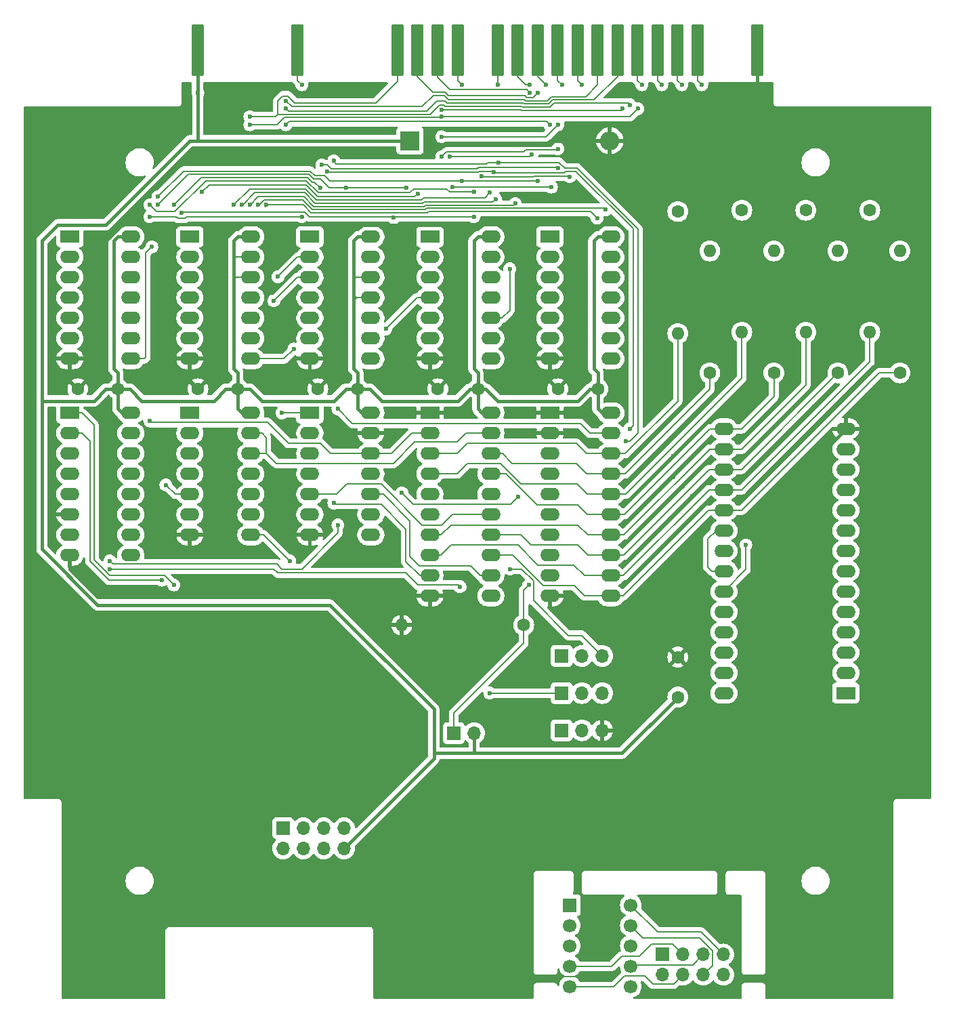
<source format=gbr>
%TF.GenerationSoftware,KiCad,Pcbnew,8.0.1*%
%TF.CreationDate,2024-04-14T22:32:58+02:00*%
%TF.ProjectId,M062.2,4d303632-2e32-42e6-9b69-6361645f7063,1*%
%TF.SameCoordinates,Original*%
%TF.FileFunction,Copper,L1,Top*%
%TF.FilePolarity,Positive*%
%FSLAX46Y46*%
G04 Gerber Fmt 4.6, Leading zero omitted, Abs format (unit mm)*
G04 Created by KiCad (PCBNEW 8.0.1) date 2024-04-14 22:32:58*
%MOMM*%
%LPD*%
G01*
G04 APERTURE LIST*
G04 Aperture macros list*
%AMRoundRect*
0 Rectangle with rounded corners*
0 $1 Rounding radius*
0 $2 $3 $4 $5 $6 $7 $8 $9 X,Y pos of 4 corners*
0 Add a 4 corners polygon primitive as box body*
4,1,4,$2,$3,$4,$5,$6,$7,$8,$9,$2,$3,0*
0 Add four circle primitives for the rounded corners*
1,1,$1+$1,$2,$3*
1,1,$1+$1,$4,$5*
1,1,$1+$1,$6,$7*
1,1,$1+$1,$8,$9*
0 Add four rect primitives between the rounded corners*
20,1,$1+$1,$2,$3,$4,$5,0*
20,1,$1+$1,$4,$5,$6,$7,0*
20,1,$1+$1,$6,$7,$8,$9,0*
20,1,$1+$1,$8,$9,$2,$3,0*%
G04 Aperture macros list end*
%TA.AperFunction,SMDPad,CuDef*%
%ADD10RoundRect,0.150000X-0.600000X-3.100000X0.600000X-3.100000X0.600000X3.100000X-0.600000X3.100000X0*%
%TD*%
%TA.AperFunction,ComponentPad*%
%ADD11R,2.400000X2.400000*%
%TD*%
%TA.AperFunction,ComponentPad*%
%ADD12O,2.400000X2.400000*%
%TD*%
%TA.AperFunction,ComponentPad*%
%ADD13R,2.400000X1.600000*%
%TD*%
%TA.AperFunction,ComponentPad*%
%ADD14O,2.400000X1.600000*%
%TD*%
%TA.AperFunction,ComponentPad*%
%ADD15C,1.600000*%
%TD*%
%TA.AperFunction,ComponentPad*%
%ADD16O,1.600000X1.600000*%
%TD*%
%TA.AperFunction,ComponentPad*%
%ADD17R,1.700000X1.700000*%
%TD*%
%TA.AperFunction,ComponentPad*%
%ADD18C,1.700000*%
%TD*%
%TA.AperFunction,ComponentPad*%
%ADD19O,1.700000X1.700000*%
%TD*%
%TA.AperFunction,ViaPad*%
%ADD20C,0.600000*%
%TD*%
%TA.AperFunction,ViaPad*%
%ADD21C,0.800000*%
%TD*%
%TA.AperFunction,Conductor*%
%ADD22C,0.400000*%
%TD*%
%TA.AperFunction,Conductor*%
%ADD23C,0.200000*%
%TD*%
G04 APERTURE END LIST*
D10*
%TO.P,X1,1B,GND*%
%TO.N,GND*%
X186960000Y-44700000D03*
%TO.P,X1,4B,DB6*%
%TO.N,Net-(X1-DB6)*%
X179460000Y-44700000D03*
%TO.P,X1,5B,DB4*%
%TO.N,Net-(X1-DB4)*%
X176960000Y-44700000D03*
%TO.P,X1,6B,DB2*%
%TO.N,Net-(X1-DB2)*%
X174460000Y-44700000D03*
%TO.P,X1,7B,DB0*%
%TO.N,Net-(X1-DB0)*%
X171960000Y-44700000D03*
%TO.P,X1,8B,/RD*%
%TO.N,~{RD}*%
X169460000Y-44700000D03*
%TO.P,X1,9B,/IORQ*%
%TO.N,~{IORQ}*%
X166960000Y-44700000D03*
%TO.P,X1,10B,IEI*%
%TO.N,IEI-IEO*%
X164460000Y-44700000D03*
%TO.P,X1,11B,AB15*%
%TO.N,A15*%
X161960000Y-44700000D03*
%TO.P,X1,12B,AB13*%
%TO.N,A13*%
X159460000Y-44700000D03*
%TO.P,X1,13B,AB11*%
%TO.N,A11*%
X156960000Y-44700000D03*
%TO.P,X1,14B,AB9*%
%TO.N,A9*%
X154460000Y-44700000D03*
%TO.P,X1,16B,AB7*%
%TO.N,A7*%
X149460000Y-44700000D03*
%TO.P,X1,17B,AB5*%
%TO.N,A5*%
X146960000Y-44700000D03*
%TO.P,X1,18B,AB3*%
%TO.N,A3*%
X144460000Y-44700000D03*
%TO.P,X1,19B,AB1*%
%TO.N,A1*%
X141960000Y-44700000D03*
%TO.P,X1,24B,MEI*%
%TO.N,MEI*%
X129460000Y-44700000D03*
%TO.P,X1,29B,+5V*%
%TO.N,+5V*%
X116960000Y-44700000D03*
%TD*%
D11*
%TO.P,C1,1*%
%TO.N,+5V*%
X143500000Y-56000000D03*
D12*
%TO.P,C1,2*%
%TO.N,GND*%
X168500000Y-56000000D03*
%TD*%
D13*
%TO.P,U1,1,A1*%
%TO.N,~{MAD}*%
X116000000Y-68000000D03*
D14*
%TO.P,U1,2,B1*%
%TO.N,~{IORQ}*%
X116000000Y-70540000D03*
%TO.P,U1,3,Y1*%
%TO.N,Net-(U1A-Y1)*%
X116000000Y-73080000D03*
%TO.P,U1,4,A2*%
%TO.N,A0*%
X116000000Y-75620000D03*
%TO.P,U1,5,B2*%
%TO.N,A1*%
X116000000Y-78160000D03*
%TO.P,U1,6,Y2*%
%TO.N,Net-(U1B-Y2)*%
X116000000Y-80700000D03*
%TO.P,U1,7,GND*%
%TO.N,GND*%
X116000000Y-83240000D03*
%TO.P,U1,8,Y3*%
%TO.N,/~{STRUCT}*%
X123620000Y-83240000D03*
%TO.P,U1,9,A3*%
%TO.N,Net-(U1C-A3)*%
X123620000Y-80700000D03*
%TO.P,U1,10,B3*%
%TO.N,~{RD}*%
X123620000Y-78160000D03*
%TO.P,U1,11,Y4*%
%TO.N,unconnected-(U1D-Y4-Pad11)*%
X123620000Y-75620000D03*
%TO.P,U1,12,A4*%
%TO.N,+5V*%
X123620000Y-73080000D03*
%TO.P,U1,13,B4*%
X123620000Y-70540000D03*
%TO.P,U1,14,Vcc*%
X123620000Y-68000000D03*
%TD*%
D15*
%TO.P,R6,1*%
%TO.N,Net-(X1-DB2)*%
X185000000Y-64680000D03*
D16*
%TO.P,R6,2*%
%TO.N,D2*%
X185000000Y-79920000D03*
%TD*%
D13*
%TO.P,U5,1,B*%
%TO.N,/AD14*%
X101000000Y-90000000D03*
D14*
%TO.P,U5,2,C*%
%TO.N,Net-(JP1-C)*%
X101000000Y-92540000D03*
%TO.P,U5,3,RV*%
%TO.N,unconnected-(U5A-RV-Pad3)*%
X101000000Y-95080000D03*
%TO.P,U5,4,BI/RBO*%
%TO.N,unconnected-(U5A-BI{slash}RBO-Pad4)*%
X101000000Y-97620000D03*
%TO.P,U5,5,RBI*%
%TO.N,/SEG_on*%
X101000000Y-100160000D03*
%TO.P,U5,6,D*%
%TO.N,GND*%
X101000000Y-102700000D03*
%TO.P,U5,7,A*%
%TO.N,/AD13*%
X101000000Y-105240000D03*
%TO.P,U5,8,GND*%
%TO.N,GND*%
X101000000Y-107780000D03*
%TO.P,U5,9,e*%
%TO.N,/eo*%
X108620000Y-107780000D03*
%TO.P,U5,10,d*%
%TO.N,/do*%
X108620000Y-105240000D03*
%TO.P,U5,11,c*%
%TO.N,/co*%
X108620000Y-102700000D03*
%TO.P,U5,12,b*%
%TO.N,/bo*%
X108620000Y-100160000D03*
%TO.P,U5,13,a*%
%TO.N,/ao*%
X108620000Y-97620000D03*
%TO.P,U5,14,g*%
%TO.N,/go*%
X108620000Y-95080000D03*
%TO.P,U5,15,f*%
%TO.N,/fo*%
X108620000Y-92540000D03*
%TO.P,U5,16,Vcc*%
%TO.N,+5V*%
X108620000Y-90000000D03*
%TD*%
D15*
%TO.P,R3,1*%
%TO.N,D5*%
X197000000Y-85000000D03*
D16*
%TO.P,R3,2*%
%TO.N,Net-(X1-DB5)*%
X197000000Y-69760000D03*
%TD*%
D15*
%TO.P,R9,1*%
%TO.N,Net-(JP2-A)*%
X157740000Y-116500000D03*
D16*
%TO.P,R9,2*%
%TO.N,GND*%
X142500000Y-116500000D03*
%TD*%
D15*
%TO.P,R7,1*%
%TO.N,D1*%
X181000000Y-85000000D03*
D16*
%TO.P,R7,2*%
%TO.N,Net-(X1-DB1)*%
X181000000Y-69760000D03*
%TD*%
D17*
%TO.P,U12,1,G*%
%TO.N,/gi*%
X163500000Y-151500000D03*
D18*
%TO.P,U12,2,F*%
%TO.N,/fi*%
X163500000Y-154040000D03*
%TO.P,U12,3,CA*%
%TO.N,Net-(J2-Pin_8)*%
X163500000Y-156580000D03*
%TO.P,U12,4,E*%
%TO.N,/ei*%
X163500000Y-159120000D03*
%TO.P,U12,5,D*%
%TO.N,/di*%
X163500000Y-161660000D03*
%TO.P,U12,6,DP*%
%TO.N,unconnected-(U12-DP-Pad6)*%
X171120000Y-161660000D03*
%TO.P,U12,7,C*%
%TO.N,/ci*%
X171120000Y-159120000D03*
%TO.P,U12,8,CA*%
%TO.N,Net-(J2-Pin_8)*%
X171120000Y-156580000D03*
%TO.P,U12,9,B*%
%TO.N,/bi*%
X171120000Y-154040000D03*
%TO.P,U12,10,A*%
%TO.N,/ai*%
X171120000Y-151500000D03*
%TD*%
D13*
%TO.P,U11,1,A15*%
%TO.N,Net-(JP4-C)*%
X198000000Y-125000000D03*
D14*
%TO.P,U11,2,A12*%
%TO.N,A12*%
X198000000Y-122460000D03*
%TO.P,U11,3,A7*%
%TO.N,A7*%
X198000000Y-119920000D03*
%TO.P,U11,4,A6*%
%TO.N,A6*%
X198000000Y-117380000D03*
%TO.P,U11,5,A5*%
%TO.N,A5*%
X198000000Y-114840000D03*
%TO.P,U11,6,A4*%
%TO.N,A4*%
X198000000Y-112300000D03*
%TO.P,U11,7,A3*%
%TO.N,A3*%
X198000000Y-109760000D03*
%TO.P,U11,8,A2*%
%TO.N,A2*%
X198000000Y-107220000D03*
%TO.P,U11,9,A1*%
%TO.N,A1*%
X198000000Y-104680000D03*
%TO.P,U11,10,A0*%
%TO.N,A0*%
X198000000Y-102140000D03*
%TO.P,U11,11,D0*%
%TO.N,D0*%
X198000000Y-99600000D03*
%TO.P,U11,12,D1*%
%TO.N,D1*%
X198000000Y-97060000D03*
%TO.P,U11,13,D2*%
%TO.N,D2*%
X198000000Y-94520000D03*
%TO.P,U11,14,Uss*%
%TO.N,GND*%
X198000000Y-91980000D03*
%TO.P,U11,15,D3*%
%TO.N,D3*%
X182760000Y-91980000D03*
%TO.P,U11,16,D4*%
%TO.N,D4*%
X182760000Y-94520000D03*
%TO.P,U11,17,D5*%
%TO.N,D5*%
X182760000Y-97060000D03*
%TO.P,U11,18,D6*%
%TO.N,D6*%
X182760000Y-99600000D03*
%TO.P,U11,19,D7*%
%TO.N,D7*%
X182760000Y-102140000D03*
%TO.P,U11,20,~{CE}*%
%TO.N,/~{CS}*%
X182760000Y-104680000D03*
%TO.P,U11,21,A10*%
%TO.N,A10*%
X182760000Y-107220000D03*
%TO.P,U11,22,~{OE}*%
%TO.N,/~{CS}*%
X182760000Y-109760000D03*
%TO.P,U11,23,A11*%
%TO.N,A11*%
X182760000Y-112300000D03*
%TO.P,U11,24,A9*%
%TO.N,A9*%
X182760000Y-114840000D03*
%TO.P,U11,25,A8*%
%TO.N,A8*%
X182760000Y-117380000D03*
%TO.P,U11,26,A13*%
%TO.N,/AD13*%
X182760000Y-119920000D03*
%TO.P,U11,27,A14*%
%TO.N,Net-(JP3-C)*%
X182760000Y-122460000D03*
%TO.P,U11,28,Udd*%
%TO.N,+5V*%
X182760000Y-125000000D03*
%TD*%
D15*
%TO.P,R1,1*%
%TO.N,D7*%
X204760000Y-85000000D03*
D16*
%TO.P,R1,2*%
%TO.N,Net-(X1-DB7)*%
X204760000Y-69760000D03*
%TD*%
D15*
%TO.P,R2,1*%
%TO.N,Net-(X1-DB6)*%
X201000000Y-64680000D03*
D16*
%TO.P,R2,2*%
%TO.N,D6*%
X201000000Y-79920000D03*
%TD*%
D13*
%TO.P,U9,1,Y1*%
%TO.N,Net-(U8C-B3)*%
X131000000Y-68000000D03*
D14*
%TO.P,U9,2,A1*%
%TO.N,Net-(U6A-Y1)*%
X131000000Y-70540000D03*
%TO.P,U9,3,B1*%
%TO.N,Net-(U6B-Y2)*%
X131000000Y-73080000D03*
%TO.P,U9,4,Y2*%
%TO.N,Net-(U8A-C1)*%
X131000000Y-75620000D03*
%TO.P,U9,5,A2*%
%TO.N,A8*%
X131000000Y-78160000D03*
%TO.P,U9,6,B2*%
%TO.N,A9*%
X131000000Y-80700000D03*
%TO.P,U9,7,GND*%
%TO.N,GND*%
X131000000Y-83240000D03*
%TO.P,U9,8,A3*%
%TO.N,Net-(U2F-A6)*%
X138620000Y-83240000D03*
%TO.P,U9,9,B3*%
%TO.N,Net-(U2D-Y4)*%
X138620000Y-80700000D03*
%TO.P,U9,10,Y3*%
%TO.N,MEO*%
X138620000Y-78160000D03*
%TO.P,U9,11,A4*%
%TO.N,+5V*%
X138620000Y-75620000D03*
%TO.P,U9,12,B4*%
X138620000Y-73080000D03*
%TO.P,U9,13,Y4*%
%TO.N,unconnected-(U9D-Y4-Pad13)*%
X138620000Y-70540000D03*
%TO.P,U9,14,Vcc*%
%TO.N,+5V*%
X138620000Y-68000000D03*
%TD*%
D17*
%TO.P,JP4,1,A*%
%TO.N,/AD15*%
X162475000Y-120350000D03*
D19*
%TO.P,JP4,2,C*%
%TO.N,Net-(JP4-C)*%
X165015000Y-120350000D03*
%TO.P,JP4,3,B*%
%TO.N,/AD14*%
X167555000Y-120350000D03*
%TD*%
D13*
%TO.P,U2,1,A1*%
%TO.N,A6*%
X146000000Y-68000000D03*
D14*
%TO.P,U2,2,Y1*%
%TO.N,Net-(U2A-Y1)*%
X146000000Y-70540000D03*
%TO.P,U2,3,A2*%
%TO.N,~{WR}*%
X146000000Y-73080000D03*
%TO.P,U2,4,Y2*%
%TO.N,Net-(U2B-Y2)*%
X146000000Y-75620000D03*
%TO.P,U2,5,A3*%
%TO.N,A15*%
X146000000Y-78160000D03*
%TO.P,U2,6,Y3*%
%TO.N,Net-(U2C-Y3)*%
X146000000Y-80700000D03*
%TO.P,U2,7,GND*%
%TO.N,GND*%
X146000000Y-83240000D03*
%TO.P,U2,8,Y4*%
%TO.N,Net-(U2D-Y4)*%
X153620000Y-83240000D03*
%TO.P,U2,9,A4*%
%TO.N,MEI*%
X153620000Y-80700000D03*
%TO.P,U2,10,Y5*%
%TO.N,Net-(U2E-Y5)*%
X153620000Y-78160000D03*
%TO.P,U2,11,A5*%
%TO.N,~{MREQ}*%
X153620000Y-75620000D03*
%TO.P,U2,12,Y6*%
%TO.N,/~{CS}*%
X153620000Y-73080000D03*
%TO.P,U2,13,A6*%
%TO.N,Net-(U2F-A6)*%
X153620000Y-70540000D03*
%TO.P,U2,14,Vcc*%
%TO.N,+5V*%
X153620000Y-68000000D03*
%TD*%
D15*
%TO.P,C7,1*%
%TO.N,+5V*%
X177000000Y-125500000D03*
%TO.P,C7,2*%
%TO.N,GND*%
X177000000Y-120500000D03*
%TD*%
D13*
%TO.P,U3,1,A1*%
%TO.N,Net-(U3A-A1)*%
X116000000Y-90000000D03*
D14*
%TO.P,U3,2,B1*%
%TO.N,Net-(U3A-B1)*%
X116000000Y-92540000D03*
%TO.P,U3,3,n.c.*%
%TO.N,unconnected-(U3A-n.c.-Pad3)*%
X116000000Y-95080000D03*
%TO.P,U3,4,C1*%
%TO.N,Net-(U3A-C1)*%
X116000000Y-97620000D03*
%TO.P,U3,5,D1*%
%TO.N,Net-(U3A-D1)*%
X116000000Y-100160000D03*
%TO.P,U3,6,Y1*%
%TO.N,Net-(U1C-A3)*%
X116000000Y-102700000D03*
%TO.P,U3,7,GND*%
%TO.N,GND*%
X116000000Y-105240000D03*
%TO.P,U3,8,Y2*%
%TO.N,/~{RAM_WR}*%
X123620000Y-105240000D03*
%TO.P,U3,9,A2*%
%TO.N,Net-(U2B-Y2)*%
X123620000Y-102700000D03*
%TO.P,U3,10,B2*%
X123620000Y-100160000D03*
%TO.P,U3,11,n.c.*%
%TO.N,unconnected-(U3B-n.c.-Pad11)*%
X123620000Y-97620000D03*
%TO.P,U3,12,C2*%
%TO.N,/ctrl1*%
X123620000Y-95080000D03*
%TO.P,U3,13,D2*%
X123620000Y-92540000D03*
%TO.P,U3,14,Vcc*%
%TO.N,+5V*%
X123620000Y-90000000D03*
%TD*%
D17*
%TO.P,JP2,1,A*%
%TO.N,Net-(JP2-A)*%
X149000000Y-130000000D03*
D19*
%TO.P,JP2,2,B*%
%TO.N,+5V*%
X151540000Y-130000000D03*
%TD*%
D15*
%TO.P,C5,1*%
%TO.N,+5V*%
X152000000Y-87000000D03*
%TO.P,C5,2*%
%TO.N,GND*%
X147000000Y-87000000D03*
%TD*%
D17*
%TO.P,J1,1,Pin_1*%
%TO.N,/go*%
X127650000Y-141875000D03*
D19*
%TO.P,J1,2,Pin_2*%
%TO.N,/fo*%
X127650000Y-144415000D03*
%TO.P,J1,3,Pin_3*%
%TO.N,/eo*%
X130190000Y-141875000D03*
%TO.P,J1,4,Pin_4*%
%TO.N,/do*%
X130190000Y-144415000D03*
%TO.P,J1,5,Pin_5*%
%TO.N,/co*%
X132730000Y-141875000D03*
%TO.P,J1,6,Pin_6*%
%TO.N,/bo*%
X132730000Y-144415000D03*
%TO.P,J1,7,Pin_7*%
%TO.N,/ao*%
X135270000Y-141875000D03*
%TO.P,J1,8,Pin_8*%
%TO.N,+5V*%
X135270000Y-144415000D03*
%TD*%
D15*
%TO.P,R4,1*%
%TO.N,Net-(X1-DB4)*%
X193000000Y-64680000D03*
D16*
%TO.P,R4,2*%
%TO.N,D4*%
X193000000Y-79920000D03*
%TD*%
D15*
%TO.P,C2,1*%
%TO.N,+5V*%
X107000000Y-87000000D03*
%TO.P,C2,2*%
%TO.N,GND*%
X102000000Y-87000000D03*
%TD*%
D13*
%TO.P,U8,1,A1*%
%TO.N,Net-(U2A-Y1)*%
X101000000Y-68000000D03*
D14*
%TO.P,U8,2,B1*%
%TO.N,A7*%
X101000000Y-70540000D03*
%TO.P,U8,3,A2*%
%TO.N,/ctrl0*%
X101000000Y-73080000D03*
%TO.P,U8,4,B2*%
%TO.N,Net-(U2E-Y5)*%
X101000000Y-75620000D03*
%TO.P,U8,5,C2*%
%TO.N,MEI*%
X101000000Y-78160000D03*
%TO.P,U8,6,Y2*%
%TO.N,Net-(U8B-Y2)*%
X101000000Y-80700000D03*
%TO.P,U8,7,GND*%
%TO.N,GND*%
X101000000Y-83240000D03*
%TO.P,U8,8,Y3*%
%TO.N,Net-(U2F-A6)*%
X108620000Y-83240000D03*
%TO.P,U8,9,A3*%
%TO.N,Net-(U6C-Y3)*%
X108620000Y-80700000D03*
%TO.P,U8,10,B3*%
%TO.N,Net-(U8C-B3)*%
X108620000Y-78160000D03*
%TO.P,U8,11,C3*%
%TO.N,Net-(U8B-Y2)*%
X108620000Y-75620000D03*
%TO.P,U8,12,Y1*%
%TO.N,Net-(U3A-D1)*%
X108620000Y-73080000D03*
%TO.P,U8,13,C1*%
%TO.N,Net-(U8A-C1)*%
X108620000Y-70540000D03*
%TO.P,U8,14,Vcc*%
%TO.N,+5V*%
X108620000Y-68000000D03*
%TD*%
D15*
%TO.P,R8,1*%
%TO.N,Net-(X1-DB0)*%
X177000000Y-64840000D03*
D16*
%TO.P,R8,2*%
%TO.N,D0*%
X177000000Y-80080000D03*
%TD*%
D13*
%TO.P,U7,1,~{OE1}*%
%TO.N,GND*%
X161000000Y-90000000D03*
D14*
%TO.P,U7,2,A1*%
X161000000Y-92540000D03*
%TO.P,U7,3,A2*%
%TO.N,Net-(JP2-A)*%
X161000000Y-95080000D03*
%TO.P,U7,4,A3*%
%TO.N,+5V*%
X161000000Y-97620000D03*
%TO.P,U7,5,A4*%
X161000000Y-100160000D03*
%TO.P,U7,6,A5*%
%TO.N,Net-(JP2-A)*%
X161000000Y-102700000D03*
%TO.P,U7,7,A6*%
X161000000Y-105240000D03*
%TO.P,U7,8,A7*%
X161000000Y-107780000D03*
%TO.P,U7,9,A8*%
X161000000Y-110320000D03*
%TO.P,U7,10,GND*%
%TO.N,GND*%
X161000000Y-112860000D03*
%TO.P,U7,11,Y8*%
%TO.N,D7*%
X168620000Y-112860000D03*
%TO.P,U7,12,Y7*%
%TO.N,D6*%
X168620000Y-110320000D03*
%TO.P,U7,13,Y6*%
%TO.N,D5*%
X168620000Y-107780000D03*
%TO.P,U7,14,Y5*%
%TO.N,D4*%
X168620000Y-105240000D03*
%TO.P,U7,15,A4*%
%TO.N,D3*%
X168620000Y-102700000D03*
%TO.P,U7,16,Y3*%
%TO.N,D2*%
X168620000Y-100160000D03*
%TO.P,U7,17,Y2*%
%TO.N,D1*%
X168620000Y-97620000D03*
%TO.P,U7,18,Y1*%
%TO.N,D0*%
X168620000Y-95080000D03*
%TO.P,U7,19,~{OE2}*%
%TO.N,/~{STRUCT}*%
X168620000Y-92540000D03*
%TO.P,U7,20,Vcc*%
%TO.N,+5V*%
X168620000Y-90000000D03*
%TD*%
D15*
%TO.P,R5,1*%
%TO.N,D3*%
X189000000Y-85000000D03*
D16*
%TO.P,R5,2*%
%TO.N,Net-(X1-DB3)*%
X189000000Y-69760000D03*
%TD*%
D15*
%TO.P,C6,1*%
%TO.N,+5V*%
X167000000Y-87000000D03*
%TO.P,C6,2*%
%TO.N,GND*%
X162000000Y-87000000D03*
%TD*%
%TO.P,C3,1*%
%TO.N,+5V*%
X122000000Y-87000000D03*
%TO.P,C3,2*%
%TO.N,GND*%
X117000000Y-87000000D03*
%TD*%
D13*
%TO.P,U4,1,Y1*%
%TO.N,Net-(U3A-A1)*%
X161000000Y-68000000D03*
D14*
%TO.P,U4,2,A1*%
%TO.N,Net-(U1A-Y1)*%
X161000000Y-70540000D03*
%TO.P,U4,3,B1*%
%TO.N,Net-(U1B-Y2)*%
X161000000Y-73080000D03*
%TO.P,U4,4,Y2*%
%TO.N,/Latch*%
X161000000Y-75620000D03*
%TO.P,U4,5,A2*%
%TO.N,~{WR}*%
X161000000Y-78160000D03*
%TO.P,U4,6,B2*%
%TO.N,Net-(U1C-A3)*%
X161000000Y-80700000D03*
%TO.P,U4,7,GND*%
%TO.N,GND*%
X161000000Y-83240000D03*
%TO.P,U4,8,A3*%
%TO.N,A5*%
X168620000Y-83240000D03*
%TO.P,U4,9,B3*%
%TO.N,A4*%
X168620000Y-80700000D03*
%TO.P,U4,10,Y3*%
%TO.N,Net-(U3A-C1)*%
X168620000Y-78160000D03*
%TO.P,U4,11,A4*%
%TO.N,A3*%
X168620000Y-75620000D03*
%TO.P,U4,12,B4*%
%TO.N,A2*%
X168620000Y-73080000D03*
%TO.P,U4,13,Y4*%
%TO.N,Net-(U3A-B1)*%
X168620000Y-70540000D03*
%TO.P,U4,14,Vcc*%
%TO.N,+5V*%
X168620000Y-68000000D03*
%TD*%
D15*
%TO.P,C4,1*%
%TO.N,+5V*%
X137000000Y-87000000D03*
%TO.P,C4,2*%
%TO.N,GND*%
X132000000Y-87000000D03*
%TD*%
D13*
%TO.P,U10,1,EN*%
%TO.N,GND*%
X146000000Y-90000000D03*
D14*
%TO.P,U10,2,Q1*%
%TO.N,/ctrl0*%
X146000000Y-92540000D03*
%TO.P,U10,3,D1*%
%TO.N,D0*%
X146000000Y-95080000D03*
%TO.P,U10,4,D2*%
%TO.N,D2*%
X146000000Y-97620000D03*
%TO.P,U10,5,Q2*%
%TO.N,/AD13*%
X146000000Y-100160000D03*
%TO.P,U10,6,Q3*%
%TO.N,/AD15*%
X146000000Y-102700000D03*
%TO.P,U10,7,D3*%
%TO.N,D4*%
X146000000Y-105240000D03*
%TO.P,U10,8,D4*%
%TO.N,D6*%
X146000000Y-107780000D03*
%TO.P,U10,9,Q4*%
%TO.N,/ctrl6*%
X146000000Y-110320000D03*
%TO.P,U10,10,GND*%
%TO.N,GND*%
X146000000Y-112860000D03*
%TO.P,U10,11,C*%
%TO.N,/Latch*%
X153620000Y-112860000D03*
%TO.P,U10,12,Q5*%
%TO.N,/ctrl7*%
X153620000Y-110320000D03*
%TO.P,U10,13,D5*%
%TO.N,D7*%
X153620000Y-107780000D03*
%TO.P,U10,14,D6*%
%TO.N,D5*%
X153620000Y-105240000D03*
%TO.P,U10,15,Q6*%
%TO.N,/ctrl5*%
X153620000Y-102700000D03*
%TO.P,U10,16,Q7*%
%TO.N,/AD14*%
X153620000Y-100160000D03*
%TO.P,U10,17,D7*%
%TO.N,D3*%
X153620000Y-97620000D03*
%TO.P,U10,18,D8*%
%TO.N,D1*%
X153620000Y-95080000D03*
%TO.P,U10,19,Q8*%
%TO.N,/ctrl1*%
X153620000Y-92540000D03*
%TO.P,U10,20,Vcc*%
%TO.N,+5V*%
X153620000Y-90000000D03*
%TD*%
D17*
%TO.P,JP1,1,A*%
%TO.N,/AD15*%
X162475000Y-129650000D03*
D19*
%TO.P,JP1,2,C*%
%TO.N,Net-(JP1-C)*%
X165015000Y-129650000D03*
%TO.P,JP1,3,B*%
%TO.N,GND*%
X167555000Y-129650000D03*
%TD*%
D17*
%TO.P,JP3,1,A*%
%TO.N,/AD14*%
X162475000Y-125000000D03*
D19*
%TO.P,JP3,2,C*%
%TO.N,Net-(JP3-C)*%
X165015000Y-125000000D03*
%TO.P,JP3,3,B*%
%TO.N,/~{RAM_WR}*%
X167555000Y-125000000D03*
%TD*%
D13*
%TO.P,U6,1,A1*%
%TO.N,A14*%
X131000000Y-90000000D03*
D14*
%TO.P,U6,2,B1*%
%TO.N,/ctrl6*%
X131000000Y-92540000D03*
%TO.P,U6,3,Y1*%
%TO.N,Net-(U6A-Y1)*%
X131000000Y-95080000D03*
%TO.P,U6,4,A2*%
%TO.N,A13*%
X131000000Y-97620000D03*
%TO.P,U6,5,B2*%
%TO.N,/ctrl5*%
X131000000Y-100160000D03*
%TO.P,U6,6,Y2*%
%TO.N,Net-(U6B-Y2)*%
X131000000Y-102700000D03*
%TO.P,U6,7,GND*%
%TO.N,GND*%
X131000000Y-105240000D03*
%TO.P,U6,8,Y3*%
%TO.N,Net-(U6C-Y3)*%
X138620000Y-105240000D03*
%TO.P,U6,9,A3*%
%TO.N,Net-(U2C-Y3)*%
X138620000Y-102700000D03*
%TO.P,U6,10,B3*%
%TO.N,/ctrl7*%
X138620000Y-100160000D03*
%TO.P,U6,11,Y4*%
%TO.N,/SEG_on*%
X138620000Y-97620000D03*
%TO.P,U6,12,A4*%
%TO.N,/ctrl0*%
X138620000Y-95080000D03*
%TO.P,U6,13,B4*%
%TO.N,GND*%
X138620000Y-92540000D03*
%TO.P,U6,14,Vcc*%
%TO.N,+5V*%
X138620000Y-90000000D03*
%TD*%
D17*
%TO.P,J2,1,Pin_1*%
%TO.N,/gi*%
X175080000Y-157660000D03*
D19*
%TO.P,J2,2,Pin_2*%
%TO.N,/fi*%
X175080000Y-160200000D03*
%TO.P,J2,3,Pin_3*%
%TO.N,/ei*%
X177620000Y-157660000D03*
%TO.P,J2,4,Pin_4*%
%TO.N,/di*%
X177620000Y-160200000D03*
%TO.P,J2,5,Pin_5*%
%TO.N,/ci*%
X180160000Y-157660000D03*
%TO.P,J2,6,Pin_6*%
%TO.N,/bi*%
X180160000Y-160200000D03*
%TO.P,J2,7,Pin_7*%
%TO.N,/ai*%
X182700000Y-157660000D03*
%TO.P,J2,8,Pin_8*%
%TO.N,Net-(J2-Pin_8)*%
X182700000Y-160200000D03*
%TD*%
D20*
%TO.N,GND*%
X157000000Y-160500000D03*
X166500000Y-160500000D03*
X142500000Y-97500000D03*
X149800000Y-99400000D03*
X127500000Y-94500000D03*
X180000000Y-101800000D03*
X129500000Y-54500000D03*
X177600000Y-99200000D03*
X152000000Y-56500000D03*
D21*
X186000000Y-50000000D03*
D20*
X136500000Y-55000000D03*
X176400000Y-98000000D03*
X194000000Y-89200000D03*
X127500000Y-91500000D03*
X158500000Y-63500000D03*
X105000000Y-97500000D03*
X182500000Y-155000000D03*
X177000000Y-107600000D03*
X139500000Y-57500000D03*
X170000000Y-60000000D03*
X178800000Y-100400000D03*
X120000000Y-53500000D03*
X141200000Y-108200000D03*
X176400000Y-95400000D03*
X166000000Y-63000000D03*
X182500000Y-146000000D03*
%TO.N,+5V*%
X117000000Y-50000000D03*
%TO.N,Net-(JP1-C)*%
X112500000Y-110900000D03*
%TO.N,Net-(JP2-A)*%
X158353797Y-111520608D03*
%TO.N,/AD14*%
X156000000Y-109500000D03*
X114000000Y-111500000D03*
X153500000Y-125000000D03*
%TO.N,/~{RAM_WR}*%
X128500000Y-108500000D03*
%TO.N,Net-(X1-DB6)*%
X179999990Y-49000000D03*
%TO.N,Net-(X1-DB4)*%
X177500000Y-48999996D03*
%TO.N,Net-(X1-DB2)*%
X175000004Y-49000004D03*
%TO.N,Net-(X1-DB0)*%
X172500010Y-48999990D03*
%TO.N,~{IORQ}*%
X128000000Y-51000000D03*
%TO.N,Net-(U1C-A3)*%
X142500000Y-100000000D03*
X157000000Y-100500000D03*
%TO.N,Net-(U1A-Y1)*%
X121500000Y-64000000D03*
X153500000Y-62500000D03*
%TO.N,/~{STRUCT}*%
X134500000Y-89500000D03*
X129000000Y-82000000D03*
%TO.N,A1*%
X171000000Y-51500000D03*
X123500000Y-53000000D03*
%TO.N,~{RD}*%
X128000000Y-52000000D03*
%TO.N,A0*%
X172000000Y-52000000D03*
X123500000Y-54000000D03*
X147500000Y-53011026D03*
%TO.N,Net-(U1B-Y2)*%
X122500000Y-64000000D03*
X154224265Y-63275735D03*
%TO.N,Net-(U2E-Y5)*%
X151500000Y-62400000D03*
X111000000Y-64000000D03*
X156000000Y-72000000D03*
%TO.N,Net-(U2A-Y1)*%
X117500000Y-62400000D03*
X144500000Y-62600000D03*
%TO.N,A15*%
X162000000Y-54000000D03*
X162500000Y-49000000D03*
X147500000Y-55500000D03*
%TO.N,Net-(U2B-Y2)*%
X140500000Y-79500000D03*
%TO.N,MEI*%
X143100000Y-61900000D03*
X130000000Y-49000000D03*
X112000000Y-64000000D03*
X135500000Y-61900000D03*
%TO.N,~{WR}*%
X163500000Y-60500000D03*
X152425000Y-60400000D03*
%TO.N,A6*%
X161199995Y-61800000D03*
X148850001Y-61800000D03*
%TO.N,~{MREQ}*%
X147500000Y-58000000D03*
X162000000Y-57000000D03*
%TO.N,Net-(U2F-A6)*%
X151500000Y-65500000D03*
X115000000Y-65000000D03*
X111250000Y-69250000D03*
X141500000Y-65599999D03*
%TO.N,Net-(U3A-B1)*%
X124500000Y-64000000D03*
X168000000Y-64600000D03*
%TO.N,Net-(U3A-A1)*%
X123500000Y-64000000D03*
X156674265Y-63825735D03*
%TO.N,Net-(U3A-D1)*%
X113000000Y-99000000D03*
%TO.N,Net-(U3A-C1)*%
X125500000Y-64000000D03*
X166905589Y-65675172D03*
%TO.N,A5*%
X158500000Y-50000000D03*
%TO.N,A3*%
X159500000Y-50000000D03*
%TO.N,A2*%
X170060000Y-52000000D03*
X147469937Y-52099188D03*
%TO.N,A4*%
X148500000Y-58000000D03*
X158750765Y-57721475D03*
%TO.N,/SEG_on*%
X134500000Y-104000000D03*
X106000000Y-108500000D03*
%TO.N,/AD13*%
X149782843Y-111717157D03*
X106000000Y-109500000D03*
%TO.N,/ctrl6*%
X134000000Y-101260000D03*
%TO.N,/ctrl0*%
X111000000Y-91000000D03*
%TO.N,Net-(U6A-Y1)*%
X127000000Y-73000000D03*
%TO.N,Net-(U6B-Y2)*%
X126500000Y-76000000D03*
%TO.N,A13*%
X132500000Y-59000000D03*
X162000000Y-59400000D03*
X160500000Y-49000000D03*
%TO.N,A14*%
X127500000Y-90000000D03*
X128000000Y-54000000D03*
X161000000Y-54000000D03*
%TO.N,Net-(U8C-B3)*%
X130000000Y-65500000D03*
X111000000Y-65500000D03*
%TO.N,Net-(U8A-C1)*%
X132324265Y-61875735D03*
X114000000Y-64000000D03*
%TO.N,A7*%
X150000000Y-61000000D03*
X112000000Y-63000000D03*
X159500000Y-61000000D03*
X150000000Y-49000000D03*
%TO.N,A8*%
X134000000Y-58500000D03*
X170500000Y-93500000D03*
X154600000Y-58700000D03*
%TO.N,A9*%
X154000000Y-59900000D03*
X171000000Y-92000000D03*
X133158174Y-59835190D03*
X154500000Y-49000000D03*
%TO.N,A11*%
X158500000Y-49000000D03*
X185500000Y-106500000D03*
%TO.N,IEI-IEO*%
X165000000Y-49000000D03*
%TD*%
D22*
%TO.N,GND*%
X142500000Y-116500000D02*
X141000000Y-116500000D01*
X141000000Y-116500000D02*
X137500000Y-113000000D01*
X137500000Y-113000000D02*
X104500000Y-113000000D01*
X104500000Y-113000000D02*
X101000000Y-109500000D01*
X101000000Y-109500000D02*
X101000000Y-107780000D01*
D23*
X157000000Y-160500000D02*
X162000000Y-160500000D01*
X162000000Y-160500000D02*
X162090000Y-160410000D01*
X162090000Y-160410000D02*
X166410000Y-160410000D01*
X166410000Y-160410000D02*
X166500000Y-160500000D01*
%TO.N,Net-(U8C-B3)*%
X111000000Y-65500000D02*
X114300000Y-65500000D01*
X114500000Y-65700000D02*
X115350000Y-65700000D01*
X114300000Y-65500000D02*
X114500000Y-65700000D01*
X115350000Y-65700000D02*
X115550000Y-65500000D01*
X115550000Y-65500000D02*
X130000000Y-65500000D01*
%TO.N,~{WR}*%
X163500000Y-60500000D02*
X163400000Y-60400000D01*
X163400000Y-60400000D02*
X159000000Y-60400000D01*
X159000000Y-60400000D02*
X158900000Y-60500000D01*
X158900000Y-60500000D02*
X152525000Y-60500000D01*
X152525000Y-60500000D02*
X152425000Y-60400000D01*
%TO.N,A9*%
X171000000Y-92000000D02*
X171400000Y-91600000D01*
X171400000Y-91600000D02*
X171400000Y-66965686D01*
X171400000Y-66965686D02*
X164234314Y-59800000D01*
X164234314Y-59800000D02*
X163000000Y-59800000D01*
X163000000Y-59800000D02*
X162800000Y-60000000D01*
X162800000Y-60000000D02*
X154100000Y-60000000D01*
X154100000Y-60000000D02*
X154000000Y-59900000D01*
%TO.N,A8*%
X170500000Y-93500000D02*
X171000000Y-93500000D01*
X171000000Y-93500000D02*
X172000000Y-92500000D01*
X172000000Y-92500000D02*
X172000000Y-67000000D01*
X172000000Y-67000000D02*
X164400000Y-59400000D01*
X164400000Y-59400000D02*
X162848529Y-59400000D01*
X162848529Y-59400000D02*
X162148529Y-58700000D01*
X162148529Y-58700000D02*
X154600000Y-58700000D01*
%TO.N,Net-(JP2-A)*%
X149000000Y-130000000D02*
X149000000Y-127500000D01*
X157740000Y-118760000D02*
X157740000Y-112134405D01*
X149000000Y-127500000D02*
X157740000Y-118760000D01*
X157740000Y-112134405D02*
X158353797Y-111520608D01*
%TO.N,/ei*%
X177620000Y-157660000D02*
X176320000Y-156360000D01*
X173720000Y-156360000D02*
X172220000Y-157860000D01*
X176320000Y-156360000D02*
X173720000Y-156360000D01*
X172220000Y-157860000D02*
X170000000Y-157860000D01*
X170000000Y-157860000D02*
X168740000Y-159120000D01*
X168740000Y-159120000D02*
X163500000Y-159120000D01*
%TO.N,/di*%
X177620000Y-160200000D02*
X176470000Y-161350000D01*
X176470000Y-161350000D02*
X173860000Y-161350000D01*
X173860000Y-161350000D02*
X172870000Y-160360000D01*
X172870000Y-160360000D02*
X170300000Y-160360000D01*
X170300000Y-160360000D02*
X169000000Y-161660000D01*
X169000000Y-161660000D02*
X163500000Y-161660000D01*
D22*
%TO.N,GND*%
X152000000Y-56500000D02*
X161000000Y-56500000D01*
X161000000Y-56500000D02*
X161500000Y-56000000D01*
X161500000Y-56000000D02*
X180000000Y-56000000D01*
X180000000Y-56000000D02*
X186000000Y-50000000D01*
X139500000Y-57500000D02*
X140000000Y-58000000D01*
X140000000Y-58000000D02*
X145500000Y-58000000D01*
X145500000Y-58000000D02*
X147000000Y-56500000D01*
X147000000Y-56500000D02*
X152000000Y-56500000D01*
D23*
%TO.N,~{MREQ}*%
X161878525Y-57121475D02*
X162000000Y-57000000D01*
X158000000Y-57121475D02*
X161878525Y-57121475D01*
X157721475Y-57400000D02*
X158000000Y-57121475D01*
X147500000Y-58000000D02*
X148100000Y-57400000D01*
X148100000Y-57400000D02*
X157721475Y-57400000D01*
D22*
%TO.N,GND*%
X147000000Y-87000000D02*
X148000000Y-86000000D01*
X110000000Y-66400000D02*
X118000000Y-66400000D01*
X117760000Y-83240000D02*
X118000000Y-83000000D01*
X103000000Y-71000000D02*
X103000000Y-83000000D01*
X146000000Y-83240000D02*
X147760000Y-83240000D01*
X116000000Y-83240000D02*
X117760000Y-83240000D01*
X186960000Y-49040000D02*
X186000000Y-50000000D01*
X148000000Y-86000000D02*
X148000000Y-83000000D01*
X118000000Y-86000000D02*
X118000000Y-83000000D01*
X148000000Y-83000000D02*
X148000000Y-66400000D01*
X132760000Y-83240000D02*
X133000000Y-83000000D01*
X178500000Y-122000000D02*
X177000000Y-120500000D01*
X162400000Y-66400000D02*
X163000000Y-67000000D01*
X118000000Y-66400000D02*
X133000000Y-66400000D01*
X101000000Y-83240000D02*
X102760000Y-83240000D01*
X116000000Y-57500000D02*
X115750000Y-57750000D01*
X110000000Y-66400000D02*
X107600000Y-66400000D01*
X107600000Y-66400000D02*
X103000000Y-71000000D01*
X111300000Y-62200000D02*
X115750000Y-57750000D01*
X103000000Y-86000000D02*
X102000000Y-87000000D01*
X161000000Y-83240000D02*
X162760000Y-83240000D01*
X178500000Y-124000000D02*
X178500000Y-122000000D01*
X110000000Y-63500000D02*
X110000000Y-66400000D01*
X163000000Y-67000000D02*
X163000000Y-83000000D01*
X133000000Y-66400000D02*
X133099997Y-66499997D01*
X133000000Y-83000000D02*
X133000000Y-66400000D01*
X147900003Y-66499997D02*
X148000000Y-66400000D01*
X102760000Y-83240000D02*
X103000000Y-83000000D01*
X117000000Y-87000000D02*
X118000000Y-86000000D01*
X186500000Y-124500000D02*
X184000000Y-127000000D01*
X111300000Y-62200000D02*
X110000000Y-63500000D01*
X103000000Y-83000000D02*
X103000000Y-86000000D01*
X186960000Y-44700000D02*
X186960000Y-49040000D01*
X147760000Y-83240000D02*
X148000000Y-83000000D01*
X139500000Y-57500000D02*
X116000000Y-57500000D01*
X186500000Y-103480000D02*
X186500000Y-124500000D01*
X133000000Y-86000000D02*
X133000000Y-83000000D01*
X132000000Y-87000000D02*
X133000000Y-86000000D01*
X133099997Y-66499997D02*
X147900003Y-66499997D01*
X131000000Y-83240000D02*
X132760000Y-83240000D01*
X163000000Y-86000000D02*
X162000000Y-87000000D01*
X181500000Y-127000000D02*
X178500000Y-124000000D01*
X184000000Y-127000000D02*
X181500000Y-127000000D01*
X198000000Y-91980000D02*
X186500000Y-103480000D01*
X148000000Y-66400000D02*
X162400000Y-66400000D01*
X163000000Y-83000000D02*
X163000000Y-86000000D01*
X118000000Y-83000000D02*
X118000000Y-66400000D01*
X162760000Y-83240000D02*
X163000000Y-83000000D01*
%TO.N,+5V*%
X166500000Y-84500000D02*
X166500000Y-68500000D01*
X116960000Y-44700000D02*
X116960000Y-49960000D01*
X125000000Y-88500000D02*
X134000000Y-88500000D01*
X123620000Y-68000000D02*
X122000000Y-68000000D01*
X167000000Y-89500000D02*
X167500000Y-90000000D01*
X138500000Y-87000000D02*
X140000000Y-88500000D01*
X137500000Y-90000000D02*
X137000000Y-89500000D01*
X136580000Y-73080000D02*
X136500000Y-73000000D01*
X122500000Y-90000000D02*
X122000000Y-89500000D01*
X108620000Y-90000000D02*
X107500000Y-90000000D01*
X170000000Y-132500000D02*
X151500000Y-132500000D01*
X117000000Y-56000000D02*
X117000000Y-55000000D01*
X137000000Y-87000000D02*
X137000000Y-85000000D01*
X106500000Y-84500000D02*
X106500000Y-68500000D01*
X164500000Y-88500000D02*
X166000000Y-87000000D01*
X146500000Y-127000000D02*
X133500000Y-114000000D01*
X105500000Y-66500000D02*
X116000000Y-56000000D01*
X97500000Y-107000000D02*
X104500000Y-114000000D01*
X151000000Y-87000000D02*
X152000000Y-87000000D01*
X117000000Y-55000000D02*
X117000000Y-50000000D01*
X152500000Y-90000000D02*
X152000000Y-89500000D01*
X137000000Y-89500000D02*
X137000000Y-87000000D01*
X107000000Y-85000000D02*
X106500000Y-84500000D01*
X167000000Y-68000000D02*
X168620000Y-68000000D01*
X97500000Y-88500000D02*
X97500000Y-107000000D01*
X167000000Y-85000000D02*
X166500000Y-84500000D01*
X151540000Y-130000000D02*
X151540000Y-132460000D01*
X107000000Y-87000000D02*
X107000000Y-89500000D01*
X121500000Y-70500000D02*
X121500000Y-73000000D01*
X99500000Y-66500000D02*
X105500000Y-66500000D01*
X121540000Y-70540000D02*
X121500000Y-70500000D01*
X107000000Y-87000000D02*
X107000000Y-85000000D01*
X122000000Y-89500000D02*
X122000000Y-87000000D01*
X167500000Y-90000000D02*
X168620000Y-90000000D01*
X136500000Y-84500000D02*
X136500000Y-75500000D01*
X122000000Y-87000000D02*
X122000000Y-85000000D01*
X135500000Y-87000000D02*
X137000000Y-87000000D01*
X152000000Y-85000000D02*
X151500000Y-84500000D01*
X120500000Y-87000000D02*
X119000000Y-88500000D01*
X146500000Y-133185000D02*
X146500000Y-127000000D01*
X137000000Y-85000000D02*
X136500000Y-84500000D01*
X151500000Y-68500000D02*
X152000000Y-68000000D01*
X97500000Y-68500000D02*
X99500000Y-66500000D01*
X135270000Y-144415000D02*
X146500000Y-133185000D01*
X121500000Y-68500000D02*
X121500000Y-70500000D01*
X152000000Y-87000000D02*
X153000000Y-87000000D01*
X107500000Y-90000000D02*
X107000000Y-89500000D01*
D23*
X138620000Y-73080000D02*
X136580000Y-73080000D01*
D22*
X107000000Y-87000000D02*
X108500000Y-87000000D01*
X152000000Y-87000000D02*
X152000000Y-85000000D01*
X122000000Y-87000000D02*
X120500000Y-87000000D01*
X133500000Y-114000000D02*
X117500000Y-114000000D01*
X152000000Y-89500000D02*
X152000000Y-87000000D01*
X151500000Y-84500000D02*
X151500000Y-68500000D01*
X153000000Y-87000000D02*
X154500000Y-88500000D01*
X119000000Y-88500000D02*
X110000000Y-88500000D01*
X107000000Y-87000000D02*
X105500000Y-87000000D01*
X104500000Y-114000000D02*
X117500000Y-114000000D01*
X121580000Y-73080000D02*
X121500000Y-73000000D01*
X177000000Y-125500000D02*
X170000000Y-132500000D01*
D23*
X138620000Y-75620000D02*
X136620000Y-75620000D01*
D22*
X136620000Y-75620000D02*
X136500000Y-75500000D01*
X107000000Y-68000000D02*
X108620000Y-68000000D01*
X123620000Y-90000000D02*
X122500000Y-90000000D01*
X136500000Y-75500000D02*
X136500000Y-73000000D01*
X151540000Y-132460000D02*
X151500000Y-132500000D01*
X108500000Y-87000000D02*
X110000000Y-88500000D01*
X166000000Y-87000000D02*
X167000000Y-87000000D01*
X121500000Y-73000000D02*
X121500000Y-84500000D01*
D23*
X123620000Y-70540000D02*
X121540000Y-70540000D01*
D22*
X116960000Y-49960000D02*
X117000000Y-50000000D01*
X134000000Y-88500000D02*
X135500000Y-87000000D01*
X122000000Y-87000000D02*
X123500000Y-87000000D01*
X149500000Y-88500000D02*
X151000000Y-87000000D01*
X144000000Y-56000000D02*
X117000000Y-56000000D01*
D23*
X123620000Y-73080000D02*
X121580000Y-73080000D01*
D22*
X167000000Y-87000000D02*
X167000000Y-89500000D01*
X137000000Y-68000000D02*
X138620000Y-68000000D01*
X138620000Y-90000000D02*
X137500000Y-90000000D01*
X154500000Y-88500000D02*
X164500000Y-88500000D01*
X123500000Y-87000000D02*
X125000000Y-88500000D01*
X117000000Y-56000000D02*
X116000000Y-56000000D01*
X97500000Y-88500000D02*
X104000000Y-88500000D01*
X106500000Y-68500000D02*
X107000000Y-68000000D01*
X97500000Y-88500000D02*
X97500000Y-68500000D01*
X146500000Y-132500000D02*
X151500000Y-132500000D01*
X166500000Y-68500000D02*
X167000000Y-68000000D01*
X136500000Y-68500000D02*
X137000000Y-68000000D01*
X122000000Y-85000000D02*
X121500000Y-84500000D01*
X152000000Y-68000000D02*
X153620000Y-68000000D01*
X122000000Y-68000000D02*
X121500000Y-68500000D01*
X140000000Y-88500000D02*
X149500000Y-88500000D01*
X137000000Y-87000000D02*
X138500000Y-87000000D01*
X153620000Y-90000000D02*
X152500000Y-90000000D01*
X167000000Y-87000000D02*
X167000000Y-85000000D01*
X105500000Y-87000000D02*
X104000000Y-88500000D01*
X136500000Y-73000000D02*
X136500000Y-68500000D01*
D23*
%TO.N,Net-(JP1-C)*%
X103500000Y-108500000D02*
X103500000Y-93500000D01*
X105900000Y-110900000D02*
X103500000Y-108500000D01*
X112500000Y-110900000D02*
X105900000Y-110900000D01*
X103500000Y-93500000D02*
X102540000Y-92540000D01*
X102540000Y-92540000D02*
X101000000Y-92540000D01*
%TO.N,/AD14*%
X102500000Y-90000000D02*
X104000000Y-91500000D01*
X158970001Y-110970001D02*
X157500000Y-109500000D01*
X163295000Y-117795000D02*
X158970001Y-113470001D01*
X162475000Y-125000000D02*
X153500000Y-125000000D01*
X112800000Y-110300000D02*
X114000000Y-111500000D01*
X105951471Y-110300000D02*
X112800000Y-110300000D01*
X101000000Y-90000000D02*
X102500000Y-90000000D01*
X104000000Y-91500000D02*
X104000000Y-108348529D01*
X158970001Y-113470001D02*
X158970001Y-110970001D01*
X157500000Y-109500000D02*
X156000000Y-109500000D01*
X104000000Y-108348529D02*
X105951471Y-110300000D01*
X165000000Y-117795000D02*
X163295000Y-117795000D01*
X167555000Y-120350000D02*
X165000000Y-117795000D01*
%TO.N,/~{RAM_WR}*%
X125240000Y-105240000D02*
X123620000Y-105240000D01*
X128500000Y-108500000D02*
X125240000Y-105240000D01*
%TO.N,D7*%
X164100000Y-111600000D02*
X165360000Y-112860000D01*
X165360000Y-112860000D02*
X168620000Y-112860000D01*
X202131374Y-85000000D02*
X184991374Y-102140000D01*
X170140000Y-112860000D02*
X180860000Y-102140000D01*
X168620000Y-112860000D02*
X170140000Y-112860000D01*
X184991374Y-102140000D02*
X182760000Y-102140000D01*
X153620000Y-107780000D02*
X156345685Y-107780000D01*
X156345685Y-107780000D02*
X160165685Y-111600000D01*
X160165685Y-111600000D02*
X164100000Y-111600000D01*
X180860000Y-102140000D02*
X182760000Y-102140000D01*
X204760000Y-85000000D02*
X202131374Y-85000000D01*
%TO.N,Net-(X1-DB6)*%
X179460000Y-48460010D02*
X179999990Y-49000000D01*
X179460000Y-44700000D02*
X179460000Y-48460010D01*
%TO.N,D5*%
X170220000Y-107780000D02*
X180940000Y-97060000D01*
X165780000Y-107780000D02*
X168620000Y-107780000D01*
X158660000Y-106500000D02*
X164500000Y-106500000D01*
X180940000Y-97060000D02*
X182760000Y-97060000D01*
X197000000Y-85000000D02*
X184940000Y-97060000D01*
X184940000Y-97060000D02*
X182760000Y-97060000D01*
X164500000Y-106500000D02*
X165780000Y-107780000D01*
X168620000Y-107780000D02*
X170220000Y-107780000D01*
X157400000Y-105240000D02*
X158660000Y-106500000D01*
X153620000Y-105240000D02*
X157400000Y-105240000D01*
%TO.N,Net-(X1-DB4)*%
X176960000Y-44700000D02*
X176960000Y-48459996D01*
X176960000Y-48459996D02*
X177500000Y-48999996D01*
%TO.N,D4*%
X170260000Y-105240000D02*
X180980000Y-94520000D01*
X193000000Y-86520000D02*
X185000000Y-94520000D01*
X147400000Y-105240000D02*
X148640000Y-104000000D01*
X164500000Y-104000000D02*
X165740000Y-105240000D01*
X148640000Y-104000000D02*
X164500000Y-104000000D01*
X146000000Y-105240000D02*
X147400000Y-105240000D01*
X180980000Y-94520000D02*
X182760000Y-94520000D01*
X168620000Y-105240000D02*
X170260000Y-105240000D01*
X185000000Y-94520000D02*
X182760000Y-94520000D01*
X165740000Y-105240000D02*
X168620000Y-105240000D01*
X193000000Y-79920000D02*
X193000000Y-86520000D01*
%TO.N,D3*%
X165700000Y-102700000D02*
X168620000Y-102700000D01*
X164500000Y-101500000D02*
X165700000Y-102700000D01*
X189000000Y-87980000D02*
X185000000Y-91980000D01*
X170300000Y-102700000D02*
X181020000Y-91980000D01*
X181020000Y-91980000D02*
X182760000Y-91980000D01*
X155539239Y-97620000D02*
X159419239Y-101500000D01*
X168620000Y-102700000D02*
X170300000Y-102700000D01*
X159419239Y-101500000D02*
X164500000Y-101500000D01*
X185000000Y-91980000D02*
X182760000Y-91980000D01*
X153620000Y-97620000D02*
X155539239Y-97620000D01*
X189000000Y-85000000D02*
X189000000Y-87980000D01*
%TO.N,Net-(X1-DB2)*%
X174460000Y-48460000D02*
X175000004Y-49000004D01*
X174460000Y-44700000D02*
X174460000Y-48460000D01*
%TO.N,D2*%
X164400000Y-98900000D02*
X165660000Y-100160000D01*
X185000000Y-85631370D02*
X185000000Y-79920000D01*
X157400000Y-98900000D02*
X164400000Y-98900000D01*
X154800000Y-96300000D02*
X157400000Y-98900000D01*
X149400000Y-97620000D02*
X150720000Y-96300000D01*
X165660000Y-100160000D02*
X168620000Y-100160000D01*
X170471370Y-100160000D02*
X185000000Y-85631370D01*
X146000000Y-97620000D02*
X149400000Y-97620000D01*
X150720000Y-96300000D02*
X154800000Y-96300000D01*
X168620000Y-100160000D02*
X170471370Y-100160000D01*
%TO.N,D1*%
X164300000Y-96300000D02*
X165620000Y-97620000D01*
X155080000Y-95080000D02*
X156300000Y-96300000D01*
X181000000Y-87000000D02*
X181000000Y-85000000D01*
X165620000Y-97620000D02*
X168620000Y-97620000D01*
X153620000Y-95080000D02*
X155080000Y-95080000D01*
X170380000Y-97620000D02*
X181000000Y-87000000D01*
X168620000Y-97620000D02*
X170380000Y-97620000D01*
X156300000Y-96300000D02*
X164300000Y-96300000D01*
%TO.N,Net-(X1-DB0)*%
X171960000Y-48459980D02*
X172500010Y-48999990D01*
X171960000Y-44700000D02*
X171960000Y-48459980D01*
%TO.N,D0*%
X168620000Y-95080000D02*
X170420000Y-95080000D01*
X165600000Y-95080000D02*
X168620000Y-95080000D01*
X164320000Y-93800000D02*
X165600000Y-95080000D01*
X150700000Y-93800000D02*
X164320000Y-93800000D01*
X146000000Y-95080000D02*
X149420000Y-95080000D01*
X149420000Y-95080000D02*
X150700000Y-93800000D01*
X177000000Y-88500000D02*
X177000000Y-80080000D01*
X170420000Y-95080000D02*
X177000000Y-88500000D01*
%TO.N,~{IORQ}*%
X147771358Y-50350000D02*
X148320546Y-50899188D01*
X145050000Y-51750000D02*
X146450000Y-50350000D01*
X161171570Y-50500000D02*
X165500000Y-50500000D01*
X157833502Y-50899188D02*
X157934314Y-51000000D01*
X128000000Y-51000000D02*
X128750000Y-51750000D01*
X160671570Y-51000000D02*
X161171570Y-50500000D01*
X148320546Y-50899188D02*
X157833502Y-50899188D01*
X146450000Y-50350000D02*
X147771358Y-50350000D01*
X166960000Y-49040000D02*
X166960000Y-44700000D01*
X157934314Y-51000000D02*
X160671570Y-51000000D01*
X128750000Y-51750000D02*
X145050000Y-51750000D01*
X165500000Y-50500000D02*
X166960000Y-49040000D01*
%TO.N,Net-(U1C-A3)*%
X143900000Y-101400000D02*
X142500000Y-100000000D01*
X157000000Y-100500000D02*
X156100000Y-101400000D01*
X156100000Y-101400000D02*
X143900000Y-101400000D01*
%TO.N,Net-(U1A-Y1)*%
X121500000Y-64000000D02*
X123500000Y-62000000D01*
X152850000Y-63150000D02*
X153500000Y-62500000D01*
X145198529Y-63150000D02*
X152850000Y-63150000D01*
X144948529Y-63400000D02*
X145198529Y-63150000D01*
X131834315Y-63400000D02*
X144948529Y-63400000D01*
X130434315Y-62000000D02*
X131834315Y-63400000D01*
X123500000Y-62000000D02*
X130434315Y-62000000D01*
%TO.N,/~{STRUCT}*%
X136300000Y-91300000D02*
X164800000Y-91300000D01*
X127760000Y-83240000D02*
X123620000Y-83240000D01*
X164800000Y-91300000D02*
X166040000Y-92540000D01*
X134500000Y-89500000D02*
X136300000Y-91300000D01*
X129000000Y-82000000D02*
X127760000Y-83240000D01*
X166040000Y-92540000D02*
X168620000Y-92540000D01*
%TO.N,A1*%
X126700000Y-53000000D02*
X127000000Y-52700000D01*
X147718466Y-51499188D02*
X147918466Y-51699188D01*
X147918466Y-51699188D02*
X157502131Y-51699188D01*
X147221408Y-51499188D02*
X147718466Y-51499188D01*
X127100000Y-52700000D02*
X146020596Y-52700000D01*
X123500000Y-53000000D02*
X126700000Y-53000000D01*
X161502942Y-51300000D02*
X170800000Y-51300000D01*
X157502131Y-51699188D02*
X157602943Y-51800000D01*
X129098529Y-51250000D02*
X128248529Y-50400000D01*
X141960000Y-48540000D02*
X139250000Y-51250000D01*
X127000000Y-51000000D02*
X127000000Y-52600000D01*
X139250000Y-51250000D02*
X129098529Y-51250000D01*
X128248529Y-50400000D02*
X127600000Y-50400000D01*
X170800000Y-51300000D02*
X171000000Y-51500000D01*
X127600000Y-50400000D02*
X127000000Y-51000000D01*
X127000000Y-52600000D02*
X127100000Y-52700000D01*
X127000000Y-52700000D02*
X127000000Y-52600000D01*
X146020596Y-52700000D02*
X147221408Y-51499188D01*
X141960000Y-44700000D02*
X141960000Y-48540000D01*
X161002942Y-51800000D02*
X161502942Y-51300000D01*
X157602943Y-51800000D02*
X161002942Y-51800000D01*
%TO.N,~{RD}*%
X146900000Y-51000000D02*
X145600000Y-52300000D01*
X128300000Y-52300000D02*
X128000000Y-52000000D01*
X145600000Y-52300000D02*
X128300000Y-52300000D01*
X147855672Y-51000000D02*
X146900000Y-51000000D01*
X160837255Y-51400000D02*
X157768628Y-51400000D01*
X148154860Y-51299188D02*
X147855672Y-51000000D01*
X169460000Y-44700000D02*
X169460000Y-47949999D01*
X161337256Y-50900000D02*
X160837255Y-51400000D01*
X157667817Y-51299188D02*
X148154860Y-51299188D01*
X169460000Y-47949999D02*
X166509999Y-50900000D01*
X166509999Y-50900000D02*
X161337256Y-50900000D01*
X157768628Y-51400000D02*
X157667817Y-51299188D01*
%TO.N,A0*%
X147511026Y-53000000D02*
X171000000Y-53000000D01*
X126900000Y-54000000D02*
X127800000Y-53100000D01*
X147500000Y-53011026D02*
X147511026Y-53000000D01*
X171000000Y-53000000D02*
X172000000Y-52000000D01*
X123500000Y-54000000D02*
X126900000Y-54000000D01*
X147411026Y-53100000D02*
X147500000Y-53011026D01*
X127800000Y-53100000D02*
X147411026Y-53100000D01*
%TO.N,Net-(U1B-Y2)*%
X153850000Y-63650000D02*
X154224265Y-63275735D01*
X145264215Y-63650000D02*
X153850000Y-63650000D01*
X130368630Y-62500000D02*
X131668630Y-63800000D01*
X145114215Y-63800000D02*
X145264215Y-63650000D01*
X124104594Y-62500000D02*
X130368630Y-62500000D01*
X131668630Y-63800000D02*
X145114215Y-63800000D01*
X122552297Y-64052297D02*
X124104594Y-62500000D01*
%TO.N,Net-(U2E-Y5)*%
X156000000Y-72000000D02*
X156000000Y-77200000D01*
X148500000Y-62400000D02*
X151500000Y-62400000D01*
X143615076Y-62384924D02*
X144000000Y-62000000D01*
X111000000Y-64000000D02*
X111850000Y-64850000D01*
X130565686Y-61000000D02*
X132065686Y-62500000D01*
X148100000Y-62000000D02*
X148500000Y-62400000D01*
X156000000Y-77200000D02*
X155040000Y-78160000D01*
X111850000Y-64850000D02*
X114150000Y-64850000D01*
X143615076Y-62400000D02*
X143615076Y-62384924D01*
X143515076Y-62500000D02*
X143615076Y-62400000D01*
X155040000Y-78160000D02*
X153620000Y-78160000D01*
X118000000Y-61000000D02*
X130565686Y-61000000D01*
X114150000Y-64850000D02*
X118000000Y-61000000D01*
X132065686Y-62500000D02*
X143515076Y-62500000D01*
X144000000Y-62000000D02*
X148100000Y-62000000D01*
%TO.N,Net-(U2A-Y1)*%
X118400000Y-61500000D02*
X117500000Y-62400000D01*
X144100000Y-63000000D02*
X132000000Y-63000000D01*
X132000000Y-63000000D02*
X130500000Y-61500000D01*
X130500000Y-61500000D02*
X118400000Y-61500000D01*
X144500000Y-62600000D02*
X144100000Y-63000000D01*
%TO.N,A15*%
X147500000Y-55500000D02*
X160500000Y-55500000D01*
X162500000Y-49000000D02*
X161960000Y-48460000D01*
X160500000Y-55500000D02*
X162000000Y-54000000D01*
X161960000Y-48460000D02*
X161960000Y-44700000D01*
%TO.N,Net-(U2B-Y2)*%
X140500000Y-79500000D02*
X144380000Y-75620000D01*
X144380000Y-75620000D02*
X146000000Y-75620000D01*
%TO.N,MEI*%
X143100000Y-61900000D02*
X135500000Y-61900000D01*
X131482830Y-60785773D02*
X132285773Y-60785773D01*
X132285773Y-60785773D02*
X133400000Y-61900000D01*
X115800000Y-60200000D02*
X130897056Y-60200000D01*
X133400000Y-61900000D02*
X135500000Y-61900000D01*
X112000000Y-64000000D02*
X115800000Y-60200000D01*
X130897056Y-60200000D02*
X131482830Y-60785773D01*
X129460000Y-48460000D02*
X130000000Y-49000000D01*
X129460000Y-44700000D02*
X129460000Y-48460000D01*
%TO.N,A6*%
X161199995Y-61800000D02*
X148850001Y-61800000D01*
%TO.N,Net-(U2F-A6)*%
X114948529Y-64900000D02*
X130400000Y-64900000D01*
X110500000Y-83000000D02*
X110260000Y-83240000D01*
X131000000Y-65500000D02*
X151500000Y-65500000D01*
X110500000Y-70000000D02*
X110500000Y-83000000D01*
X114947771Y-64900758D02*
X114948529Y-64900000D01*
X110260000Y-83240000D02*
X108620000Y-83240000D01*
X111250000Y-69250000D02*
X110500000Y-70000000D01*
X130400000Y-64900000D02*
X131000000Y-65500000D01*
%TO.N,/~{CS}*%
X180750000Y-105750000D02*
X180750000Y-109250000D01*
X181260000Y-109760000D02*
X182760000Y-109760000D01*
X181820000Y-104680000D02*
X180750000Y-105750000D01*
X182760000Y-104680000D02*
X181820000Y-104680000D01*
X180750000Y-109250000D02*
X181260000Y-109760000D01*
%TO.N,/ctrl1*%
X144110000Y-93640000D02*
X141450000Y-96300000D01*
X125000000Y-92540000D02*
X123620000Y-92540000D01*
X149400000Y-93640000D02*
X144110000Y-93640000D01*
X125540000Y-94460000D02*
X125540000Y-95040000D01*
X125540000Y-94460000D02*
X125540000Y-93500000D01*
X125540000Y-93080000D02*
X125000000Y-92540000D01*
X123620000Y-95080000D02*
X124920000Y-95080000D01*
X125520000Y-95080000D02*
X125550000Y-95050000D01*
X141450000Y-96300000D02*
X126800000Y-96300000D01*
X125540000Y-93500000D02*
X125540000Y-93080000D01*
X153620000Y-92540000D02*
X150500000Y-92540000D01*
X150500000Y-92540000D02*
X149400000Y-93640000D01*
X124920000Y-95080000D02*
X125520000Y-95080000D01*
X126800000Y-96300000D02*
X125550000Y-95050000D01*
X125540000Y-95040000D02*
X125550000Y-95050000D01*
%TO.N,Net-(U3A-B1)*%
X167850000Y-64450000D02*
X145595590Y-64450000D01*
X168000000Y-64600000D02*
X167850000Y-64450000D01*
X124579582Y-64071889D02*
X124471889Y-64071889D01*
X145595590Y-64450000D02*
X145445590Y-64600000D01*
X131337259Y-64600000D02*
X130137259Y-63400000D01*
X125251471Y-63400000D02*
X124579582Y-64071889D01*
X130137259Y-63400000D02*
X125251471Y-63400000D01*
X145445590Y-64600000D02*
X131337259Y-64600000D01*
%TO.N,Net-(U3A-A1)*%
X131502945Y-64200000D02*
X145279905Y-64200000D01*
X123532843Y-64032843D02*
X124565686Y-63000000D01*
X156450000Y-64050000D02*
X156674265Y-63825735D01*
X124565686Y-63000000D02*
X130302945Y-63000000D01*
X145429905Y-64050000D02*
X156450000Y-64050000D01*
X130302945Y-63000000D02*
X131502945Y-64200000D01*
X145279905Y-64200000D02*
X145429905Y-64050000D01*
%TO.N,Net-(U3A-D1)*%
X113000000Y-99000000D02*
X114160000Y-100160000D01*
X114160000Y-100160000D02*
X116000000Y-100160000D01*
%TO.N,Net-(U3A-C1)*%
X125482268Y-64200008D02*
X125682276Y-64000000D01*
X125682276Y-64000000D02*
X130171575Y-64000000D01*
X166080417Y-64850000D02*
X166905589Y-65675172D01*
X131171575Y-65000000D02*
X145681983Y-65000000D01*
X145831983Y-64850000D02*
X166080417Y-64850000D01*
X145681983Y-65000000D02*
X145831983Y-64850000D01*
X130171575Y-64000000D02*
X131171575Y-65000000D01*
%TO.N,A5*%
X146960000Y-48040760D02*
X148519240Y-49600000D01*
X158100000Y-49600000D02*
X158500000Y-50000000D01*
X146960000Y-44700000D02*
X146960000Y-48040760D01*
X148519240Y-49600000D02*
X158100000Y-49600000D01*
%TO.N,A3*%
X158100000Y-50600000D02*
X158900000Y-50600000D01*
X147880920Y-49893876D02*
X148346242Y-50359198D01*
X146403877Y-49893876D02*
X147880920Y-49893876D01*
X148346242Y-50359198D02*
X157859198Y-50359198D01*
X144460000Y-44700000D02*
X144460000Y-47949999D01*
X144460000Y-47949999D02*
X146403877Y-49893876D01*
X158900000Y-50600000D02*
X159500000Y-50000000D01*
X157859198Y-50359198D02*
X158100000Y-50600000D01*
%TO.N,A2*%
X170023422Y-52200000D02*
X170060000Y-52163422D01*
X147469937Y-52099188D02*
X157336445Y-52099188D01*
X157437258Y-52200000D02*
X170023422Y-52200000D01*
X157336445Y-52099188D02*
X157437258Y-52200000D01*
%TO.N,A4*%
X158750765Y-57721475D02*
X158472240Y-58000000D01*
X158472240Y-58000000D02*
X148500000Y-58000000D01*
%TO.N,/SEG_on*%
X134500000Y-105000000D02*
X134500000Y-104000000D01*
X127500000Y-109500000D02*
X130000000Y-109500000D01*
X106000000Y-108500000D02*
X106380000Y-108880000D01*
X130000000Y-109500000D02*
X134500000Y-105000000D01*
X126880000Y-108880000D02*
X127500000Y-109500000D01*
X106380000Y-108880000D02*
X126880000Y-108880000D01*
%TO.N,/AD13*%
X149565686Y-111500000D02*
X149782843Y-111717157D01*
X127000000Y-110000000D02*
X143000000Y-110000000D01*
X144500000Y-111500000D02*
X149565686Y-111500000D01*
X126500000Y-109500000D02*
X127000000Y-110000000D01*
X143000000Y-110000000D02*
X144500000Y-111500000D01*
X106000000Y-109500000D02*
X126500000Y-109500000D01*
%TO.N,/ctrl6*%
X134140000Y-101400000D02*
X139900000Y-101400000D01*
X143000000Y-108600000D02*
X144720000Y-110320000D01*
X134000000Y-101260000D02*
X134140000Y-101400000D01*
X144720000Y-110320000D02*
X146000000Y-110320000D01*
X139900000Y-101400000D02*
X143000000Y-104500000D01*
X143000000Y-104500000D02*
X143000000Y-108600000D01*
%TO.N,/ctrl5*%
X147500000Y-104000000D02*
X148800000Y-102700000D01*
X148800000Y-102700000D02*
X153620000Y-102700000D01*
X145000000Y-104000000D02*
X147500000Y-104000000D01*
X135600000Y-98900000D02*
X139900000Y-98900000D01*
X131000000Y-100160000D02*
X134340000Y-100160000D01*
X139900000Y-98900000D02*
X145000000Y-104000000D01*
X134340000Y-100160000D02*
X135600000Y-98900000D01*
%TO.N,/ctrl0*%
X111000000Y-91000000D02*
X111200000Y-91200000D01*
X143710000Y-92540000D02*
X141170000Y-95080000D01*
X128300000Y-93800000D02*
X132300000Y-93800000D01*
X133580000Y-95080000D02*
X138620000Y-95080000D01*
X132300000Y-93800000D02*
X133580000Y-95080000D01*
X111200000Y-91200000D02*
X125700000Y-91200000D01*
X146000000Y-92540000D02*
X143710000Y-92540000D01*
X125700000Y-91200000D02*
X128300000Y-93800000D01*
X141170000Y-95080000D02*
X138620000Y-95080000D01*
%TO.N,Net-(U6A-Y1)*%
X129460000Y-70540000D02*
X131000000Y-70540000D01*
X127000000Y-73000000D02*
X129460000Y-70540000D01*
%TO.N,/ctrl7*%
X140160000Y-100160000D02*
X143500000Y-103500000D01*
X152320000Y-110320000D02*
X153620000Y-110320000D01*
X143500000Y-103500000D02*
X143500000Y-107900000D01*
X143500000Y-107900000D02*
X144700000Y-109100000D01*
X144700000Y-109100000D02*
X151100000Y-109100000D01*
X151100000Y-109100000D02*
X152320000Y-110320000D01*
X138620000Y-100160000D02*
X140160000Y-100160000D01*
%TO.N,Net-(U6B-Y2)*%
X129420000Y-73080000D02*
X131000000Y-73080000D01*
X126500000Y-76000000D02*
X129420000Y-73080000D01*
%TO.N,A13*%
X159460000Y-47960000D02*
X159460000Y-44700000D01*
X151910786Y-59500000D02*
X133671513Y-59500000D01*
X162000000Y-59400000D02*
X161900000Y-59300000D01*
X152110786Y-59300000D02*
X151910786Y-59500000D01*
X133671513Y-59500000D02*
X133171513Y-59000000D01*
X161900000Y-59300000D02*
X152110786Y-59300000D01*
X133171513Y-59000000D02*
X132500000Y-59000000D01*
X160500000Y-49000000D02*
X159460000Y-47960000D01*
%TO.N,A14*%
X127500000Y-90000000D02*
X131000000Y-90000000D01*
X160611026Y-53611026D02*
X161000000Y-54000000D01*
X128388974Y-53611026D02*
X160611026Y-53611026D01*
X128000000Y-54000000D02*
X128388974Y-53611026D01*
%TO.N,D6*%
X180900000Y-99600000D02*
X182760000Y-99600000D01*
X201000000Y-83600000D02*
X185000000Y-99600000D01*
X168620000Y-110320000D02*
X170180000Y-110320000D01*
X146000000Y-107780000D02*
X147400000Y-107780000D01*
X170180000Y-110320000D02*
X180900000Y-99600000D01*
X147400000Y-107780000D02*
X148680000Y-106500000D01*
X148680000Y-106500000D02*
X157000000Y-106500000D01*
X201000000Y-79920000D02*
X201000000Y-83600000D01*
X165320000Y-110320000D02*
X168620000Y-110320000D01*
X159500000Y-109000000D02*
X164000000Y-109000000D01*
X157000000Y-106500000D02*
X159500000Y-109000000D01*
X164000000Y-109000000D02*
X165320000Y-110320000D01*
X185000000Y-99600000D02*
X182760000Y-99600000D01*
%TO.N,Net-(U8A-C1)*%
X131585773Y-61185773D02*
X131317145Y-61185773D01*
X132275735Y-61875735D02*
X131585773Y-61185773D01*
X132324265Y-61875735D02*
X132275735Y-61875735D01*
X117400000Y-60600000D02*
X114000000Y-64000000D01*
X131317145Y-61185773D02*
X130731371Y-60600000D01*
X130731371Y-60600000D02*
X117400000Y-60600000D01*
%TO.N,A7*%
X115200000Y-59800000D02*
X112000000Y-63000000D01*
X133500000Y-61000000D02*
X132850000Y-60350000D01*
X150000000Y-61000000D02*
X133500000Y-61000000D01*
X150000000Y-61000000D02*
X159500000Y-61000000D01*
X149460000Y-44700000D02*
X149460000Y-48460000D01*
X131062741Y-59800000D02*
X115200000Y-59800000D01*
X149460000Y-48460000D02*
X150000000Y-49000000D01*
X132850000Y-60350000D02*
X131612741Y-60350000D01*
X131612741Y-60350000D02*
X131062741Y-59800000D01*
%TO.N,A8*%
X153200000Y-58700000D02*
X154600000Y-58700000D01*
X134275735Y-58875735D02*
X153024265Y-58875735D01*
X133900000Y-58500000D02*
X134275735Y-58875735D01*
X153024265Y-58875735D02*
X153200000Y-58700000D01*
%TO.N,A9*%
X154460000Y-48960000D02*
X154460000Y-44700000D01*
X133222984Y-59900000D02*
X152076471Y-59900000D01*
X133158174Y-59835190D02*
X133222984Y-59900000D01*
X152076471Y-59900000D02*
X152176471Y-59800000D01*
X152176471Y-59800000D02*
X153900000Y-59800000D01*
X153900000Y-59800000D02*
X154000000Y-59900000D01*
X154500000Y-49000000D02*
X154460000Y-48960000D01*
%TO.N,A11*%
X158010001Y-49000000D02*
X158500000Y-49000000D01*
X156960000Y-47949999D02*
X158010001Y-49000000D01*
X185500000Y-106500000D02*
X185500000Y-109560000D01*
X156960000Y-44700000D02*
X156960000Y-47949999D01*
X185500000Y-109560000D02*
X182760000Y-112300000D01*
%TO.N,IEI-IEO*%
X165000000Y-49000000D02*
X164460000Y-48460000D01*
X164460000Y-48460000D02*
X164460000Y-44700000D01*
%TO.N,/bi*%
X171120000Y-154040000D02*
X172656827Y-155576827D01*
X181310000Y-157183654D02*
X179703173Y-155576827D01*
X172656827Y-155576827D02*
X179703173Y-155576827D01*
X180160000Y-160200000D02*
X181310000Y-159050000D01*
X181310000Y-159050000D02*
X181310000Y-157183654D01*
%TO.N,/ci*%
X180160000Y-157660000D02*
X178860000Y-158960000D01*
X171280000Y-158960000D02*
X171120000Y-159120000D01*
X178860000Y-158960000D02*
X171280000Y-158960000D01*
%TO.N,/ai*%
X174490000Y-154870000D02*
X179910000Y-154870000D01*
X179910000Y-154870000D02*
X182700000Y-157660000D01*
X171120000Y-151500000D02*
X174490000Y-154870000D01*
%TD*%
%TA.AperFunction,Conductor*%
%TO.N,GND*%
G36*
X116202539Y-48719685D02*
G01*
X116248294Y-48772489D01*
X116259500Y-48824000D01*
X116259500Y-49671449D01*
X116252542Y-49712403D01*
X116214632Y-49820742D01*
X116214630Y-49820750D01*
X116194435Y-49999996D01*
X116194435Y-50000003D01*
X116214630Y-50179249D01*
X116214631Y-50179254D01*
X116274212Y-50349525D01*
X116280492Y-50359519D01*
X116299500Y-50425493D01*
X116299500Y-55175500D01*
X116279815Y-55242539D01*
X116227011Y-55288294D01*
X116175500Y-55299500D01*
X115931002Y-55299500D01*
X115824202Y-55320743D01*
X115824203Y-55320744D01*
X115795676Y-55326418D01*
X115795666Y-55326421D01*
X115755203Y-55343181D01*
X115755204Y-55343182D01*
X115668191Y-55379223D01*
X115567445Y-55446539D01*
X115567446Y-55446540D01*
X115553453Y-55455889D01*
X111546332Y-59463010D01*
X111485009Y-59496495D01*
X111415317Y-59491511D01*
X111359384Y-59449639D01*
X111334967Y-59384175D01*
X111343222Y-59330029D01*
X111387420Y-59217416D01*
X111445802Y-58961630D01*
X111453364Y-58860717D01*
X111465408Y-58700004D01*
X111465408Y-58699995D01*
X111445803Y-58438379D01*
X111445802Y-58438374D01*
X111445802Y-58438370D01*
X111387420Y-58182584D01*
X111291568Y-57938357D01*
X111160386Y-57711143D01*
X110996805Y-57506019D01*
X110996804Y-57506018D01*
X110996801Y-57506014D01*
X110804479Y-57327567D01*
X110726220Y-57274211D01*
X110587704Y-57179772D01*
X110587700Y-57179770D01*
X110587697Y-57179768D01*
X110587696Y-57179767D01*
X110351325Y-57065938D01*
X110351327Y-57065938D01*
X110100623Y-56988606D01*
X110100619Y-56988605D01*
X110100615Y-56988604D01*
X109975823Y-56969794D01*
X109841187Y-56949500D01*
X109841182Y-56949500D01*
X109578818Y-56949500D01*
X109578812Y-56949500D01*
X109417247Y-56973853D01*
X109319385Y-56988604D01*
X109319382Y-56988605D01*
X109319376Y-56988606D01*
X109068673Y-57065938D01*
X108832303Y-57179767D01*
X108832302Y-57179768D01*
X108615520Y-57327567D01*
X108423198Y-57506014D01*
X108259614Y-57711143D01*
X108128432Y-57938356D01*
X108032582Y-58182578D01*
X108032576Y-58182597D01*
X107974197Y-58438374D01*
X107974196Y-58438379D01*
X107954592Y-58699995D01*
X107954592Y-58700004D01*
X107974196Y-58961620D01*
X107974197Y-58961625D01*
X108032576Y-59217402D01*
X108032578Y-59217411D01*
X108032580Y-59217416D01*
X108128432Y-59461643D01*
X108259614Y-59688857D01*
X108391736Y-59854533D01*
X108423198Y-59893985D01*
X108604753Y-60062441D01*
X108615521Y-60072433D01*
X108832296Y-60220228D01*
X108832301Y-60220230D01*
X108832302Y-60220231D01*
X108832303Y-60220232D01*
X108957843Y-60280688D01*
X109068673Y-60334061D01*
X109068674Y-60334061D01*
X109068677Y-60334063D01*
X109319385Y-60411396D01*
X109578818Y-60450500D01*
X109841182Y-60450500D01*
X110100615Y-60411396D01*
X110342005Y-60336936D01*
X110411865Y-60335987D01*
X110471152Y-60372958D01*
X110501038Y-60436113D01*
X110492037Y-60505400D01*
X110466233Y-60543109D01*
X105246162Y-65763181D01*
X105184839Y-65796666D01*
X105158481Y-65799500D01*
X99431005Y-65799500D01*
X99295677Y-65826418D01*
X99295667Y-65826421D01*
X99168192Y-65879222D01*
X99053454Y-65955887D01*
X99053453Y-65955888D01*
X96955887Y-68053455D01*
X96955883Y-68053459D01*
X96945506Y-68068992D01*
X96945505Y-68068994D01*
X96879228Y-68168182D01*
X96879221Y-68168195D01*
X96826421Y-68295667D01*
X96826418Y-68295677D01*
X96799500Y-68431004D01*
X96799500Y-68431007D01*
X96799500Y-88431006D01*
X96799500Y-88431007D01*
X96799500Y-106931006D01*
X96799500Y-107068994D01*
X96799500Y-107068996D01*
X96799499Y-107068996D01*
X96826418Y-107204322D01*
X96826421Y-107204332D01*
X96879222Y-107331807D01*
X96955887Y-107446545D01*
X104053454Y-114544112D01*
X104168192Y-114620777D01*
X104295667Y-114673578D01*
X104295672Y-114673580D01*
X104295676Y-114673580D01*
X104295677Y-114673581D01*
X104431003Y-114700500D01*
X104431006Y-114700500D01*
X104431007Y-114700500D01*
X117431007Y-114700500D01*
X133158481Y-114700500D01*
X133225520Y-114720185D01*
X133246162Y-114736819D01*
X145763181Y-127253837D01*
X145796666Y-127315160D01*
X145799500Y-127341518D01*
X145799500Y-132843480D01*
X145779815Y-132910519D01*
X145763181Y-132931161D01*
X136829273Y-141865068D01*
X136767950Y-141898553D01*
X136698258Y-141893569D01*
X136642325Y-141851697D01*
X136618064Y-141788194D01*
X136605063Y-141639597D01*
X136605063Y-141639592D01*
X136543903Y-141411337D01*
X136444035Y-141197171D01*
X136438425Y-141189158D01*
X136308494Y-141003597D01*
X136141402Y-140836506D01*
X136141395Y-140836501D01*
X135947834Y-140700967D01*
X135947830Y-140700965D01*
X135947828Y-140700964D01*
X135733663Y-140601097D01*
X135733659Y-140601096D01*
X135733655Y-140601094D01*
X135505413Y-140539938D01*
X135505403Y-140539936D01*
X135270001Y-140519341D01*
X135269999Y-140519341D01*
X135034596Y-140539936D01*
X135034586Y-140539938D01*
X134806344Y-140601094D01*
X134806335Y-140601098D01*
X134592171Y-140700964D01*
X134592169Y-140700965D01*
X134398597Y-140836505D01*
X134231505Y-141003597D01*
X134101575Y-141189158D01*
X134046998Y-141232783D01*
X133977500Y-141239977D01*
X133915145Y-141208454D01*
X133898425Y-141189158D01*
X133768494Y-141003597D01*
X133601402Y-140836506D01*
X133601395Y-140836501D01*
X133407834Y-140700967D01*
X133407830Y-140700965D01*
X133407828Y-140700964D01*
X133193663Y-140601097D01*
X133193659Y-140601096D01*
X133193655Y-140601094D01*
X132965413Y-140539938D01*
X132965403Y-140539936D01*
X132730001Y-140519341D01*
X132729999Y-140519341D01*
X132494596Y-140539936D01*
X132494586Y-140539938D01*
X132266344Y-140601094D01*
X132266335Y-140601098D01*
X132052171Y-140700964D01*
X132052169Y-140700965D01*
X131858597Y-140836505D01*
X131691505Y-141003597D01*
X131561575Y-141189158D01*
X131506998Y-141232783D01*
X131437500Y-141239977D01*
X131375145Y-141208454D01*
X131358425Y-141189158D01*
X131228494Y-141003597D01*
X131061402Y-140836506D01*
X131061395Y-140836501D01*
X130867834Y-140700967D01*
X130867830Y-140700965D01*
X130867828Y-140700964D01*
X130653663Y-140601097D01*
X130653659Y-140601096D01*
X130653655Y-140601094D01*
X130425413Y-140539938D01*
X130425403Y-140539936D01*
X130190001Y-140519341D01*
X130189999Y-140519341D01*
X129954596Y-140539936D01*
X129954586Y-140539938D01*
X129726344Y-140601094D01*
X129726335Y-140601098D01*
X129512171Y-140700964D01*
X129512169Y-140700965D01*
X129318600Y-140836503D01*
X129196673Y-140958430D01*
X129135350Y-140991914D01*
X129065658Y-140986930D01*
X129009725Y-140945058D01*
X128992810Y-140914081D01*
X128943797Y-140782671D01*
X128943793Y-140782664D01*
X128857547Y-140667455D01*
X128857544Y-140667452D01*
X128742335Y-140581206D01*
X128742328Y-140581202D01*
X128607482Y-140530908D01*
X128607483Y-140530908D01*
X128547883Y-140524501D01*
X128547881Y-140524500D01*
X128547873Y-140524500D01*
X128547864Y-140524500D01*
X126752129Y-140524500D01*
X126752123Y-140524501D01*
X126692516Y-140530908D01*
X126557671Y-140581202D01*
X126557664Y-140581206D01*
X126442455Y-140667452D01*
X126442452Y-140667455D01*
X126356206Y-140782664D01*
X126356202Y-140782671D01*
X126305908Y-140917517D01*
X126299501Y-140977116D01*
X126299500Y-140977135D01*
X126299500Y-142772870D01*
X126299501Y-142772876D01*
X126305908Y-142832483D01*
X126356202Y-142967328D01*
X126356206Y-142967335D01*
X126442452Y-143082544D01*
X126442455Y-143082547D01*
X126557664Y-143168793D01*
X126557671Y-143168797D01*
X126689081Y-143217810D01*
X126745015Y-143259681D01*
X126769432Y-143325145D01*
X126754580Y-143393418D01*
X126733430Y-143421673D01*
X126611503Y-143543600D01*
X126475965Y-143737169D01*
X126475964Y-143737171D01*
X126376098Y-143951335D01*
X126376094Y-143951344D01*
X126314938Y-144179586D01*
X126314936Y-144179596D01*
X126294341Y-144414999D01*
X126294341Y-144415000D01*
X126314936Y-144650403D01*
X126314938Y-144650413D01*
X126376094Y-144878655D01*
X126376096Y-144878659D01*
X126376097Y-144878663D01*
X126380000Y-144887032D01*
X126475965Y-145092830D01*
X126475967Y-145092834D01*
X126584281Y-145247521D01*
X126611505Y-145286401D01*
X126778599Y-145453495D01*
X126875384Y-145521265D01*
X126972165Y-145589032D01*
X126972167Y-145589033D01*
X126972170Y-145589035D01*
X127186337Y-145688903D01*
X127414592Y-145750063D01*
X127602918Y-145766539D01*
X127649999Y-145770659D01*
X127650000Y-145770659D01*
X127650001Y-145770659D01*
X127689234Y-145767226D01*
X127885408Y-145750063D01*
X128113663Y-145688903D01*
X128327830Y-145589035D01*
X128521401Y-145453495D01*
X128688495Y-145286401D01*
X128818425Y-145100842D01*
X128873002Y-145057217D01*
X128942500Y-145050023D01*
X129004855Y-145081546D01*
X129021575Y-145100842D01*
X129151500Y-145286395D01*
X129151505Y-145286401D01*
X129318599Y-145453495D01*
X129415384Y-145521265D01*
X129512165Y-145589032D01*
X129512167Y-145589033D01*
X129512170Y-145589035D01*
X129726337Y-145688903D01*
X129954592Y-145750063D01*
X130142918Y-145766539D01*
X130189999Y-145770659D01*
X130190000Y-145770659D01*
X130190001Y-145770659D01*
X130229234Y-145767226D01*
X130425408Y-145750063D01*
X130653663Y-145688903D01*
X130867830Y-145589035D01*
X131061401Y-145453495D01*
X131228495Y-145286401D01*
X131358425Y-145100842D01*
X131413002Y-145057217D01*
X131482500Y-145050023D01*
X131544855Y-145081546D01*
X131561575Y-145100842D01*
X131691500Y-145286395D01*
X131691505Y-145286401D01*
X131858599Y-145453495D01*
X131955384Y-145521265D01*
X132052165Y-145589032D01*
X132052167Y-145589033D01*
X132052170Y-145589035D01*
X132266337Y-145688903D01*
X132494592Y-145750063D01*
X132682918Y-145766539D01*
X132729999Y-145770659D01*
X132730000Y-145770659D01*
X132730001Y-145770659D01*
X132769234Y-145767226D01*
X132965408Y-145750063D01*
X133193663Y-145688903D01*
X133407830Y-145589035D01*
X133601401Y-145453495D01*
X133768495Y-145286401D01*
X133898425Y-145100842D01*
X133953002Y-145057217D01*
X134022500Y-145050023D01*
X134084855Y-145081546D01*
X134101575Y-145100842D01*
X134231500Y-145286395D01*
X134231505Y-145286401D01*
X134398599Y-145453495D01*
X134495384Y-145521265D01*
X134592165Y-145589032D01*
X134592167Y-145589033D01*
X134592170Y-145589035D01*
X134806337Y-145688903D01*
X135034592Y-145750063D01*
X135222918Y-145766539D01*
X135269999Y-145770659D01*
X135270000Y-145770659D01*
X135270001Y-145770659D01*
X135309234Y-145767226D01*
X135505408Y-145750063D01*
X135733663Y-145688903D01*
X135947830Y-145589035D01*
X136141401Y-145453495D01*
X136308495Y-145286401D01*
X136444035Y-145092830D01*
X136543903Y-144878663D01*
X136605063Y-144650408D01*
X136625659Y-144415000D01*
X136605063Y-144179592D01*
X136600558Y-144162779D01*
X136602219Y-144092932D01*
X136632649Y-144043006D01*
X147044114Y-133631543D01*
X147074819Y-133585587D01*
X147120775Y-133516811D01*
X147173580Y-133389328D01*
X147177445Y-133369892D01*
X147191288Y-133300308D01*
X147223673Y-133238397D01*
X147284389Y-133203823D01*
X147312905Y-133200500D01*
X170068996Y-133200500D01*
X170160040Y-133182389D01*
X170204328Y-133173580D01*
X170268069Y-133147177D01*
X170331807Y-133120777D01*
X170331808Y-133120776D01*
X170331811Y-133120775D01*
X170446543Y-133044114D01*
X176669630Y-126821025D01*
X176730951Y-126787542D01*
X176768117Y-126785180D01*
X176773303Y-126785633D01*
X176773308Y-126785635D01*
X176978263Y-126803566D01*
X176999999Y-126805468D01*
X177000000Y-126805468D01*
X177000002Y-126805468D01*
X177056673Y-126800509D01*
X177226692Y-126785635D01*
X177446496Y-126726739D01*
X177652734Y-126630568D01*
X177839139Y-126500047D01*
X178000047Y-126339139D01*
X178130568Y-126152734D01*
X178226739Y-125946496D01*
X178285635Y-125726692D01*
X178305468Y-125500000D01*
X178285635Y-125273308D01*
X178226739Y-125053504D01*
X178130568Y-124847266D01*
X178000047Y-124660861D01*
X178000045Y-124660858D01*
X177839141Y-124499954D01*
X177652734Y-124369432D01*
X177652732Y-124369431D01*
X177446497Y-124273261D01*
X177446488Y-124273258D01*
X177226697Y-124214366D01*
X177226693Y-124214365D01*
X177226692Y-124214365D01*
X177226691Y-124214364D01*
X177226686Y-124214364D01*
X177000002Y-124194532D01*
X176999998Y-124194532D01*
X176773313Y-124214364D01*
X176773302Y-124214366D01*
X176553511Y-124273258D01*
X176553502Y-124273261D01*
X176347267Y-124369431D01*
X176347265Y-124369432D01*
X176160858Y-124499954D01*
X175999954Y-124660858D01*
X175869432Y-124847265D01*
X175869431Y-124847267D01*
X175773261Y-125053502D01*
X175773258Y-125053511D01*
X175714366Y-125273302D01*
X175714364Y-125273313D01*
X175694532Y-125499998D01*
X175694532Y-125500001D01*
X175714819Y-125731881D01*
X175701052Y-125800381D01*
X175678972Y-125830369D01*
X169746162Y-131763181D01*
X169684839Y-131796666D01*
X169658481Y-131799500D01*
X152364500Y-131799500D01*
X152297461Y-131779815D01*
X152251706Y-131727011D01*
X152240500Y-131675500D01*
X152240500Y-131222711D01*
X152260185Y-131155672D01*
X152293377Y-131121136D01*
X152334519Y-131092328D01*
X152411401Y-131038495D01*
X152578495Y-130871401D01*
X152714035Y-130677830D01*
X152774637Y-130547870D01*
X161124500Y-130547870D01*
X161124501Y-130547876D01*
X161130908Y-130607483D01*
X161181202Y-130742328D01*
X161181206Y-130742335D01*
X161267452Y-130857544D01*
X161267455Y-130857547D01*
X161382664Y-130943793D01*
X161382671Y-130943797D01*
X161517517Y-130994091D01*
X161517516Y-130994091D01*
X161524444Y-130994835D01*
X161577127Y-131000500D01*
X163372872Y-131000499D01*
X163432483Y-130994091D01*
X163567331Y-130943796D01*
X163682546Y-130857546D01*
X163768796Y-130742331D01*
X163817810Y-130610916D01*
X163859681Y-130554984D01*
X163925145Y-130530566D01*
X163993418Y-130545417D01*
X164021673Y-130566569D01*
X164143599Y-130688495D01*
X164240384Y-130756265D01*
X164337165Y-130824032D01*
X164337167Y-130824033D01*
X164337170Y-130824035D01*
X164551337Y-130923903D01*
X164779592Y-130985063D01*
X164956034Y-131000500D01*
X165014999Y-131005659D01*
X165015000Y-131005659D01*
X165015001Y-131005659D01*
X165073966Y-131000500D01*
X165250408Y-130985063D01*
X165478663Y-130923903D01*
X165692830Y-130824035D01*
X165886401Y-130688495D01*
X166053495Y-130521401D01*
X166183730Y-130335405D01*
X166238307Y-130291781D01*
X166307805Y-130284587D01*
X166370160Y-130316110D01*
X166386879Y-130335405D01*
X166516890Y-130521078D01*
X166683917Y-130688105D01*
X166877421Y-130823600D01*
X167091507Y-130923429D01*
X167091516Y-130923433D01*
X167305000Y-130980634D01*
X167305000Y-130083012D01*
X167362007Y-130115925D01*
X167489174Y-130150000D01*
X167620826Y-130150000D01*
X167747993Y-130115925D01*
X167805000Y-130083012D01*
X167805000Y-130980633D01*
X168018483Y-130923433D01*
X168018492Y-130923429D01*
X168232578Y-130823600D01*
X168426082Y-130688105D01*
X168593105Y-130521082D01*
X168728600Y-130327578D01*
X168828429Y-130113492D01*
X168828432Y-130113486D01*
X168885636Y-129900000D01*
X167988012Y-129900000D01*
X168020925Y-129842993D01*
X168055000Y-129715826D01*
X168055000Y-129584174D01*
X168020925Y-129457007D01*
X167988012Y-129400000D01*
X168885636Y-129400000D01*
X168885635Y-129399999D01*
X168828432Y-129186513D01*
X168828429Y-129186507D01*
X168728600Y-128972422D01*
X168728599Y-128972420D01*
X168593113Y-128778926D01*
X168593108Y-128778920D01*
X168426082Y-128611894D01*
X168232578Y-128476399D01*
X168018492Y-128376570D01*
X168018486Y-128376567D01*
X167805000Y-128319364D01*
X167805000Y-129216988D01*
X167747993Y-129184075D01*
X167620826Y-129150000D01*
X167489174Y-129150000D01*
X167362007Y-129184075D01*
X167305000Y-129216988D01*
X167305000Y-128319364D01*
X167304999Y-128319364D01*
X167091513Y-128376567D01*
X167091507Y-128376570D01*
X166877422Y-128476399D01*
X166877420Y-128476400D01*
X166683926Y-128611886D01*
X166683920Y-128611891D01*
X166516891Y-128778920D01*
X166516890Y-128778922D01*
X166386880Y-128964595D01*
X166332303Y-129008219D01*
X166262804Y-129015412D01*
X166200450Y-128983890D01*
X166183730Y-128964594D01*
X166053494Y-128778597D01*
X165886402Y-128611506D01*
X165886395Y-128611501D01*
X165692834Y-128475967D01*
X165692830Y-128475965D01*
X165692828Y-128475964D01*
X165478663Y-128376097D01*
X165478659Y-128376096D01*
X165478655Y-128376094D01*
X165250413Y-128314938D01*
X165250403Y-128314936D01*
X165015001Y-128294341D01*
X165014999Y-128294341D01*
X164779596Y-128314936D01*
X164779586Y-128314938D01*
X164551344Y-128376094D01*
X164551335Y-128376098D01*
X164337171Y-128475964D01*
X164337169Y-128475965D01*
X164143600Y-128611503D01*
X164021673Y-128733430D01*
X163960350Y-128766914D01*
X163890658Y-128761930D01*
X163834725Y-128720058D01*
X163817810Y-128689081D01*
X163768797Y-128557671D01*
X163768793Y-128557664D01*
X163682547Y-128442455D01*
X163682544Y-128442452D01*
X163567335Y-128356206D01*
X163567328Y-128356202D01*
X163432482Y-128305908D01*
X163432483Y-128305908D01*
X163372883Y-128299501D01*
X163372881Y-128299500D01*
X163372873Y-128299500D01*
X163372864Y-128299500D01*
X161577129Y-128299500D01*
X161577123Y-128299501D01*
X161517516Y-128305908D01*
X161382671Y-128356202D01*
X161382664Y-128356206D01*
X161267455Y-128442452D01*
X161267452Y-128442455D01*
X161181206Y-128557664D01*
X161181202Y-128557671D01*
X161130908Y-128692517D01*
X161124501Y-128752116D01*
X161124500Y-128752135D01*
X161124500Y-130547870D01*
X152774637Y-130547870D01*
X152813903Y-130463663D01*
X152875063Y-130235408D01*
X152895659Y-130000000D01*
X152875063Y-129764592D01*
X152813903Y-129536337D01*
X152714035Y-129322171D01*
X152663432Y-129249901D01*
X152578494Y-129128597D01*
X152411402Y-128961506D01*
X152411395Y-128961501D01*
X152217834Y-128825967D01*
X152217830Y-128825965D01*
X152217828Y-128825964D01*
X152003663Y-128726097D01*
X152003659Y-128726096D01*
X152003655Y-128726094D01*
X151775413Y-128664938D01*
X151775403Y-128664936D01*
X151540001Y-128644341D01*
X151539999Y-128644341D01*
X151304596Y-128664936D01*
X151304586Y-128664938D01*
X151076344Y-128726094D01*
X151076335Y-128726098D01*
X150862171Y-128825964D01*
X150862169Y-128825965D01*
X150668600Y-128961503D01*
X150546673Y-129083430D01*
X150485350Y-129116914D01*
X150415658Y-129111930D01*
X150359725Y-129070058D01*
X150342810Y-129039081D01*
X150293797Y-128907671D01*
X150293793Y-128907664D01*
X150207547Y-128792455D01*
X150207544Y-128792452D01*
X150092335Y-128706206D01*
X150092328Y-128706202D01*
X149957482Y-128655908D01*
X149957483Y-128655908D01*
X149897883Y-128649501D01*
X149897881Y-128649500D01*
X149897873Y-128649500D01*
X149897865Y-128649500D01*
X149724500Y-128649500D01*
X149657461Y-128629815D01*
X149611706Y-128577011D01*
X149600500Y-128525500D01*
X149600500Y-127800097D01*
X149620185Y-127733058D01*
X149636819Y-127712416D01*
X152487690Y-124861545D01*
X152549013Y-124828060D01*
X152618705Y-124833044D01*
X152674638Y-124874916D01*
X152699055Y-124940380D01*
X152698591Y-124963109D01*
X152694435Y-124999996D01*
X152694435Y-125000003D01*
X152714630Y-125179249D01*
X152714631Y-125179254D01*
X152774211Y-125349523D01*
X152845931Y-125463664D01*
X152870184Y-125502262D01*
X152997738Y-125629816D01*
X153074152Y-125677830D01*
X153148426Y-125724500D01*
X153150478Y-125725789D01*
X153306967Y-125780547D01*
X153320745Y-125785368D01*
X153320750Y-125785369D01*
X153499996Y-125805565D01*
X153500000Y-125805565D01*
X153500004Y-125805565D01*
X153679249Y-125785369D01*
X153679252Y-125785368D01*
X153679255Y-125785368D01*
X153849522Y-125725789D01*
X154002262Y-125629816D01*
X154002267Y-125629810D01*
X154005097Y-125627555D01*
X154007275Y-125626665D01*
X154008158Y-125626111D01*
X154008255Y-125626265D01*
X154069783Y-125601145D01*
X154082412Y-125600500D01*
X161000501Y-125600500D01*
X161067540Y-125620185D01*
X161113295Y-125672989D01*
X161124501Y-125724500D01*
X161124501Y-125897876D01*
X161130908Y-125957483D01*
X161181202Y-126092328D01*
X161181206Y-126092335D01*
X161267452Y-126207544D01*
X161267455Y-126207547D01*
X161382664Y-126293793D01*
X161382671Y-126293797D01*
X161517517Y-126344091D01*
X161517516Y-126344091D01*
X161524444Y-126344835D01*
X161577127Y-126350500D01*
X163372872Y-126350499D01*
X163432483Y-126344091D01*
X163567331Y-126293796D01*
X163682546Y-126207546D01*
X163768796Y-126092331D01*
X163817810Y-125960916D01*
X163859681Y-125904984D01*
X163925145Y-125880566D01*
X163993418Y-125895417D01*
X164021673Y-125916569D01*
X164143599Y-126038495D01*
X164240384Y-126106265D01*
X164337165Y-126174032D01*
X164337167Y-126174033D01*
X164337170Y-126174035D01*
X164551337Y-126273903D01*
X164779592Y-126335063D01*
X164956034Y-126350500D01*
X165014999Y-126355659D01*
X165015000Y-126355659D01*
X165015001Y-126355659D01*
X165073966Y-126350500D01*
X165250408Y-126335063D01*
X165478663Y-126273903D01*
X165692830Y-126174035D01*
X165886401Y-126038495D01*
X166053495Y-125871401D01*
X166183425Y-125685842D01*
X166238002Y-125642217D01*
X166307500Y-125635023D01*
X166369855Y-125666546D01*
X166386575Y-125685842D01*
X166516500Y-125871395D01*
X166516505Y-125871401D01*
X166683599Y-126038495D01*
X166780384Y-126106265D01*
X166877165Y-126174032D01*
X166877167Y-126174033D01*
X166877170Y-126174035D01*
X167091337Y-126273903D01*
X167319592Y-126335063D01*
X167496034Y-126350500D01*
X167554999Y-126355659D01*
X167555000Y-126355659D01*
X167555001Y-126355659D01*
X167613966Y-126350500D01*
X167790408Y-126335063D01*
X168018663Y-126273903D01*
X168232830Y-126174035D01*
X168426401Y-126038495D01*
X168593495Y-125871401D01*
X168729035Y-125677830D01*
X168828903Y-125463663D01*
X168890063Y-125235408D01*
X168910659Y-125000000D01*
X168890063Y-124764592D01*
X168828903Y-124536337D01*
X168729035Y-124322171D01*
X168723425Y-124314158D01*
X168593494Y-124128597D01*
X168426402Y-123961506D01*
X168426395Y-123961501D01*
X168420922Y-123957669D01*
X168349518Y-123907671D01*
X168232834Y-123825967D01*
X168232830Y-123825965D01*
X168180249Y-123801446D01*
X168018663Y-123726097D01*
X168018659Y-123726096D01*
X168018655Y-123726094D01*
X167790413Y-123664938D01*
X167790403Y-123664936D01*
X167555001Y-123644341D01*
X167554999Y-123644341D01*
X167319596Y-123664936D01*
X167319586Y-123664938D01*
X167091344Y-123726094D01*
X167091335Y-123726098D01*
X166877171Y-123825964D01*
X166877169Y-123825965D01*
X166683597Y-123961505D01*
X166516505Y-124128597D01*
X166386575Y-124314158D01*
X166331998Y-124357783D01*
X166262500Y-124364977D01*
X166200145Y-124333454D01*
X166183425Y-124314158D01*
X166053494Y-124128597D01*
X165886402Y-123961506D01*
X165886395Y-123961501D01*
X165880922Y-123957669D01*
X165809518Y-123907671D01*
X165692834Y-123825967D01*
X165692830Y-123825965D01*
X165640249Y-123801446D01*
X165478663Y-123726097D01*
X165478659Y-123726096D01*
X165478655Y-123726094D01*
X165250413Y-123664938D01*
X165250403Y-123664936D01*
X165015001Y-123644341D01*
X165014999Y-123644341D01*
X164779596Y-123664936D01*
X164779586Y-123664938D01*
X164551344Y-123726094D01*
X164551335Y-123726098D01*
X164337171Y-123825964D01*
X164337169Y-123825965D01*
X164143600Y-123961503D01*
X164021673Y-124083430D01*
X163960350Y-124116914D01*
X163890658Y-124111930D01*
X163834725Y-124070058D01*
X163817810Y-124039081D01*
X163768797Y-123907671D01*
X163768793Y-123907664D01*
X163682547Y-123792455D01*
X163682544Y-123792452D01*
X163567335Y-123706206D01*
X163567328Y-123706202D01*
X163432482Y-123655908D01*
X163432483Y-123655908D01*
X163372883Y-123649501D01*
X163372881Y-123649500D01*
X163372873Y-123649500D01*
X163372864Y-123649500D01*
X161577129Y-123649500D01*
X161577123Y-123649501D01*
X161517516Y-123655908D01*
X161382671Y-123706202D01*
X161382664Y-123706206D01*
X161267455Y-123792452D01*
X161267452Y-123792455D01*
X161181206Y-123907664D01*
X161181202Y-123907671D01*
X161130908Y-124042517D01*
X161124501Y-124102116D01*
X161124500Y-124102135D01*
X161124500Y-124275500D01*
X161104815Y-124342539D01*
X161052011Y-124388294D01*
X161000500Y-124399500D01*
X154082412Y-124399500D01*
X154015373Y-124379815D01*
X154005097Y-124372445D01*
X154002263Y-124370185D01*
X154002262Y-124370184D01*
X153925847Y-124322169D01*
X153849523Y-124274211D01*
X153679254Y-124214631D01*
X153679249Y-124214630D01*
X153500004Y-124194435D01*
X153499996Y-124194435D01*
X153463109Y-124198591D01*
X153394287Y-124186536D01*
X153342908Y-124139187D01*
X153325284Y-124071577D01*
X153347011Y-124005171D01*
X153361545Y-123987690D01*
X153897270Y-123451965D01*
X158220520Y-119128716D01*
X158299577Y-118991784D01*
X158340501Y-118839057D01*
X158340501Y-118680942D01*
X158340501Y-118673347D01*
X158340500Y-118673329D01*
X158340500Y-117731692D01*
X158360185Y-117664653D01*
X158393374Y-117630119D01*
X158579139Y-117500047D01*
X158740047Y-117339139D01*
X158870568Y-117152734D01*
X158966739Y-116946496D01*
X159025635Y-116726692D01*
X159045468Y-116500000D01*
X159025635Y-116273308D01*
X158966739Y-116053504D01*
X158870568Y-115847266D01*
X158740047Y-115660861D01*
X158740045Y-115660858D01*
X158579140Y-115499953D01*
X158393377Y-115369881D01*
X158349752Y-115315304D01*
X158340500Y-115268306D01*
X158340500Y-113989098D01*
X158360185Y-113922059D01*
X158412989Y-113876304D01*
X158482147Y-113866360D01*
X158545703Y-113895385D01*
X158552181Y-113901417D01*
X158608350Y-113957586D01*
X158608356Y-113957591D01*
X162810139Y-118159374D01*
X162810149Y-118159385D01*
X162814479Y-118163715D01*
X162814480Y-118163716D01*
X162926284Y-118275520D01*
X163013095Y-118325639D01*
X163013097Y-118325641D01*
X163063213Y-118354576D01*
X163063215Y-118354577D01*
X163215942Y-118395500D01*
X163215943Y-118395500D01*
X164699903Y-118395500D01*
X164766942Y-118415185D01*
X164787584Y-118431819D01*
X165141333Y-118785568D01*
X165174818Y-118846891D01*
X165169834Y-118916583D01*
X165127962Y-118972516D01*
X165062498Y-118996933D01*
X165042844Y-118996777D01*
X165015001Y-118994341D01*
X165014999Y-118994341D01*
X164779596Y-119014936D01*
X164779586Y-119014938D01*
X164551344Y-119076094D01*
X164551335Y-119076098D01*
X164337171Y-119175964D01*
X164337169Y-119175965D01*
X164143600Y-119311503D01*
X164021673Y-119433430D01*
X163960350Y-119466914D01*
X163890658Y-119461930D01*
X163834725Y-119420058D01*
X163817810Y-119389081D01*
X163768797Y-119257671D01*
X163768793Y-119257664D01*
X163682547Y-119142455D01*
X163682544Y-119142452D01*
X163567335Y-119056206D01*
X163567328Y-119056202D01*
X163432482Y-119005908D01*
X163432483Y-119005908D01*
X163372883Y-118999501D01*
X163372881Y-118999500D01*
X163372873Y-118999500D01*
X163372864Y-118999500D01*
X161577129Y-118999500D01*
X161577123Y-118999501D01*
X161517516Y-119005908D01*
X161382671Y-119056202D01*
X161382664Y-119056206D01*
X161267455Y-119142452D01*
X161267452Y-119142455D01*
X161181206Y-119257664D01*
X161181202Y-119257671D01*
X161130908Y-119392517D01*
X161124501Y-119452116D01*
X161124500Y-119452135D01*
X161124500Y-121247870D01*
X161124501Y-121247876D01*
X161130908Y-121307483D01*
X161181202Y-121442328D01*
X161181206Y-121442335D01*
X161267452Y-121557544D01*
X161267455Y-121557547D01*
X161382664Y-121643793D01*
X161382671Y-121643797D01*
X161517517Y-121694091D01*
X161517516Y-121694091D01*
X161524444Y-121694835D01*
X161577127Y-121700500D01*
X163372872Y-121700499D01*
X163432483Y-121694091D01*
X163567331Y-121643796D01*
X163682546Y-121557546D01*
X163768796Y-121442331D01*
X163817810Y-121310916D01*
X163859681Y-121254984D01*
X163925145Y-121230566D01*
X163993418Y-121245417D01*
X164021673Y-121266569D01*
X164143599Y-121388495D01*
X164240384Y-121456265D01*
X164337165Y-121524032D01*
X164337167Y-121524033D01*
X164337170Y-121524035D01*
X164551337Y-121623903D01*
X164779592Y-121685063D01*
X164956034Y-121700500D01*
X165014999Y-121705659D01*
X165015000Y-121705659D01*
X165015001Y-121705659D01*
X165073966Y-121700500D01*
X165250408Y-121685063D01*
X165478663Y-121623903D01*
X165692830Y-121524035D01*
X165886401Y-121388495D01*
X166053495Y-121221401D01*
X166183425Y-121035842D01*
X166238002Y-120992217D01*
X166307500Y-120985023D01*
X166369855Y-121016546D01*
X166386575Y-121035842D01*
X166516500Y-121221395D01*
X166516505Y-121221401D01*
X166683599Y-121388495D01*
X166780384Y-121456265D01*
X166877165Y-121524032D01*
X166877167Y-121524033D01*
X166877170Y-121524035D01*
X167091337Y-121623903D01*
X167319592Y-121685063D01*
X167496034Y-121700500D01*
X167554999Y-121705659D01*
X167555000Y-121705659D01*
X167555001Y-121705659D01*
X167613966Y-121700500D01*
X167790408Y-121685063D01*
X168018663Y-121623903D01*
X168232830Y-121524035D01*
X168426401Y-121388495D01*
X168593495Y-121221401D01*
X168729035Y-121027830D01*
X168828903Y-120813663D01*
X168890063Y-120585408D01*
X168897535Y-120500002D01*
X175695034Y-120500002D01*
X175714858Y-120726599D01*
X175714860Y-120726610D01*
X175773730Y-120946317D01*
X175773735Y-120946331D01*
X175869863Y-121152478D01*
X175920974Y-121225472D01*
X176600000Y-120546446D01*
X176600000Y-120552661D01*
X176627259Y-120654394D01*
X176679920Y-120745606D01*
X176754394Y-120820080D01*
X176845606Y-120872741D01*
X176947339Y-120900000D01*
X176953553Y-120900000D01*
X176274526Y-121579025D01*
X176347513Y-121630132D01*
X176347521Y-121630136D01*
X176553668Y-121726264D01*
X176553682Y-121726269D01*
X176773389Y-121785139D01*
X176773400Y-121785141D01*
X176999998Y-121804966D01*
X177000002Y-121804966D01*
X177226599Y-121785141D01*
X177226610Y-121785139D01*
X177446317Y-121726269D01*
X177446331Y-121726264D01*
X177652478Y-121630136D01*
X177725471Y-121579024D01*
X177046447Y-120900000D01*
X177052661Y-120900000D01*
X177154394Y-120872741D01*
X177245606Y-120820080D01*
X177320080Y-120745606D01*
X177372741Y-120654394D01*
X177400000Y-120552661D01*
X177400000Y-120546447D01*
X178079024Y-121225471D01*
X178130136Y-121152478D01*
X178226264Y-120946331D01*
X178226269Y-120946317D01*
X178285139Y-120726610D01*
X178285141Y-120726599D01*
X178304966Y-120500002D01*
X178304966Y-120499997D01*
X178285141Y-120273400D01*
X178285139Y-120273389D01*
X178226269Y-120053682D01*
X178226264Y-120053668D01*
X178130136Y-119847521D01*
X178130132Y-119847513D01*
X178079025Y-119774526D01*
X177400000Y-120453551D01*
X177400000Y-120447339D01*
X177372741Y-120345606D01*
X177320080Y-120254394D01*
X177245606Y-120179920D01*
X177154394Y-120127259D01*
X177052661Y-120100000D01*
X177046448Y-120100000D01*
X177725472Y-119420974D01*
X177652478Y-119369863D01*
X177446331Y-119273735D01*
X177446317Y-119273730D01*
X177226610Y-119214860D01*
X177226599Y-119214858D01*
X177000002Y-119195034D01*
X176999998Y-119195034D01*
X176773400Y-119214858D01*
X176773389Y-119214860D01*
X176553682Y-119273730D01*
X176553673Y-119273734D01*
X176347516Y-119369866D01*
X176347512Y-119369868D01*
X176274526Y-119420973D01*
X176274526Y-119420974D01*
X176953553Y-120100000D01*
X176947339Y-120100000D01*
X176845606Y-120127259D01*
X176754394Y-120179920D01*
X176679920Y-120254394D01*
X176627259Y-120345606D01*
X176600000Y-120447339D01*
X176600000Y-120453552D01*
X175920974Y-119774526D01*
X175920973Y-119774526D01*
X175869868Y-119847512D01*
X175869866Y-119847516D01*
X175773734Y-120053673D01*
X175773730Y-120053682D01*
X175714860Y-120273389D01*
X175714858Y-120273400D01*
X175695034Y-120499997D01*
X175695034Y-120500002D01*
X168897535Y-120500002D01*
X168910659Y-120350000D01*
X168890063Y-120114592D01*
X168828903Y-119886337D01*
X168729035Y-119672171D01*
X168689330Y-119615465D01*
X168593494Y-119478597D01*
X168426402Y-119311506D01*
X168426395Y-119311501D01*
X168232834Y-119175967D01*
X168232830Y-119175965D01*
X168232828Y-119175964D01*
X168018663Y-119076097D01*
X168018659Y-119076096D01*
X168018655Y-119076094D01*
X167790413Y-119014938D01*
X167790403Y-119014936D01*
X167555001Y-118994341D01*
X167554999Y-118994341D01*
X167319596Y-119014936D01*
X167319583Y-119014939D01*
X167191241Y-119049327D01*
X167121392Y-119047664D01*
X167071468Y-119017233D01*
X165487590Y-117433355D01*
X165487588Y-117433352D01*
X165368717Y-117314481D01*
X165368716Y-117314480D01*
X165281904Y-117264360D01*
X165281904Y-117264359D01*
X165281900Y-117264358D01*
X165231785Y-117235423D01*
X165079057Y-117194499D01*
X164920943Y-117194499D01*
X164913347Y-117194499D01*
X164913331Y-117194500D01*
X163595097Y-117194500D01*
X163528058Y-117174815D01*
X163507416Y-117158181D01*
X160717298Y-114368063D01*
X160683813Y-114306740D01*
X160688797Y-114237048D01*
X160717298Y-114192700D01*
X160750000Y-114159998D01*
X160750000Y-113175686D01*
X160754394Y-113180080D01*
X160845606Y-113232741D01*
X160947339Y-113260000D01*
X161052661Y-113260000D01*
X161154394Y-113232741D01*
X161245606Y-113180080D01*
X161250000Y-113175686D01*
X161250000Y-114160000D01*
X161502317Y-114160000D01*
X161704417Y-114127990D01*
X161899031Y-114064755D01*
X162081349Y-113971859D01*
X162246894Y-113851582D01*
X162246895Y-113851582D01*
X162391582Y-113706895D01*
X162391582Y-113706894D01*
X162511859Y-113541349D01*
X162604755Y-113359029D01*
X162667990Y-113164413D01*
X162676609Y-113110000D01*
X161315686Y-113110000D01*
X161320080Y-113105606D01*
X161372741Y-113014394D01*
X161400000Y-112912661D01*
X161400000Y-112807339D01*
X161372741Y-112705606D01*
X161320080Y-112614394D01*
X161315686Y-112610000D01*
X162676609Y-112610000D01*
X162667990Y-112555586D01*
X162605356Y-112362818D01*
X162603361Y-112292977D01*
X162639441Y-112233144D01*
X162702142Y-112202316D01*
X162723287Y-112200500D01*
X163799903Y-112200500D01*
X163866942Y-112220185D01*
X163887584Y-112236819D01*
X164875139Y-113224374D01*
X164875149Y-113224385D01*
X164879479Y-113228715D01*
X164879480Y-113228716D01*
X164991284Y-113340520D01*
X164991286Y-113340521D01*
X164991290Y-113340524D01*
X165058319Y-113379223D01*
X165058323Y-113379224D01*
X165058324Y-113379225D01*
X165078615Y-113390940D01*
X165128212Y-113419576D01*
X165128214Y-113419576D01*
X165128215Y-113419577D01*
X165280943Y-113460500D01*
X166990398Y-113460500D01*
X167057437Y-113480185D01*
X167100883Y-113528205D01*
X167107715Y-113541614D01*
X167228028Y-113707213D01*
X167372786Y-113851971D01*
X167527749Y-113964556D01*
X167538390Y-113972287D01*
X167654607Y-114031503D01*
X167720776Y-114065218D01*
X167720778Y-114065218D01*
X167720781Y-114065220D01*
X167825137Y-114099127D01*
X167915465Y-114128477D01*
X168016557Y-114144488D01*
X168117648Y-114160500D01*
X168117649Y-114160500D01*
X169122351Y-114160500D01*
X169122352Y-114160500D01*
X169324534Y-114128477D01*
X169519219Y-114065220D01*
X169701610Y-113972287D01*
X169799155Y-113901417D01*
X169867213Y-113851971D01*
X169867215Y-113851968D01*
X169867219Y-113851966D01*
X170011966Y-113707219D01*
X170011968Y-113707215D01*
X170011971Y-113707213D01*
X170132284Y-113541614D01*
X170132285Y-113541613D01*
X170132287Y-113541610D01*
X170141365Y-113523792D01*
X170189337Y-113472997D01*
X170219747Y-113460316D01*
X170371785Y-113419577D01*
X170441676Y-113379225D01*
X170441680Y-113379223D01*
X170508709Y-113340524D01*
X170508708Y-113340524D01*
X170508716Y-113340520D01*
X170620520Y-113228716D01*
X170620520Y-113228714D01*
X170630724Y-113218511D01*
X170630727Y-113218506D01*
X181052867Y-102796367D01*
X181114188Y-102762884D01*
X181183880Y-102767868D01*
X181239813Y-102809740D01*
X181246278Y-102819268D01*
X181247716Y-102821615D01*
X181368028Y-102987213D01*
X181512786Y-103131971D01*
X181648598Y-103230642D01*
X181678390Y-103252287D01*
X181769840Y-103298883D01*
X181771080Y-103299515D01*
X181821876Y-103347490D01*
X181838671Y-103415311D01*
X181816134Y-103481446D01*
X181771080Y-103520485D01*
X181678386Y-103567715D01*
X181512786Y-103688028D01*
X181368028Y-103832786D01*
X181247715Y-103998386D01*
X181154781Y-104180776D01*
X181091522Y-104375465D01*
X181063240Y-104554032D01*
X181033311Y-104617167D01*
X181028448Y-104622315D01*
X180381286Y-105269478D01*
X180269481Y-105381282D01*
X180269479Y-105381285D01*
X180219361Y-105468094D01*
X180219359Y-105468096D01*
X180190425Y-105518209D01*
X180190424Y-105518210D01*
X180182071Y-105549385D01*
X180149499Y-105670943D01*
X180149499Y-105670945D01*
X180149499Y-105839046D01*
X180149500Y-105839059D01*
X180149500Y-109163330D01*
X180149499Y-109163348D01*
X180149499Y-109329054D01*
X180149498Y-109329054D01*
X180190424Y-109481789D01*
X180190425Y-109481790D01*
X180212186Y-109519480D01*
X180212187Y-109519482D01*
X180269475Y-109618709D01*
X180269481Y-109618717D01*
X180388349Y-109737585D01*
X180388355Y-109737590D01*
X180775139Y-110124374D01*
X180775149Y-110124385D01*
X180779479Y-110128715D01*
X180779480Y-110128716D01*
X180891284Y-110240520D01*
X180968964Y-110285368D01*
X181028215Y-110319577D01*
X181157082Y-110354107D01*
X181216741Y-110390471D01*
X181235471Y-110417585D01*
X181247713Y-110441611D01*
X181368028Y-110607213D01*
X181512786Y-110751971D01*
X181640370Y-110844664D01*
X181678390Y-110872287D01*
X181758084Y-110912893D01*
X181771080Y-110919515D01*
X181821876Y-110967490D01*
X181838671Y-111035311D01*
X181816134Y-111101446D01*
X181771080Y-111140485D01*
X181678386Y-111187715D01*
X181512786Y-111308028D01*
X181368028Y-111452786D01*
X181247715Y-111618386D01*
X181154781Y-111800776D01*
X181091522Y-111995465D01*
X181059500Y-112197648D01*
X181059500Y-112402351D01*
X181091522Y-112604534D01*
X181154781Y-112799223D01*
X181247715Y-112981613D01*
X181368028Y-113147213D01*
X181512786Y-113291971D01*
X181667749Y-113404556D01*
X181678390Y-113412287D01*
X181763958Y-113455886D01*
X181771080Y-113459515D01*
X181821876Y-113507490D01*
X181838671Y-113575311D01*
X181816134Y-113641446D01*
X181771080Y-113680485D01*
X181678386Y-113727715D01*
X181512786Y-113848028D01*
X181368028Y-113992786D01*
X181247715Y-114158386D01*
X181154781Y-114340776D01*
X181091522Y-114535465D01*
X181059500Y-114737648D01*
X181059500Y-114942351D01*
X181091522Y-115144534D01*
X181154781Y-115339223D01*
X181218691Y-115464653D01*
X181236876Y-115500342D01*
X181247715Y-115521613D01*
X181368028Y-115687213D01*
X181512786Y-115831971D01*
X181667749Y-115944556D01*
X181678390Y-115952287D01*
X181769840Y-115998883D01*
X181771080Y-115999515D01*
X181821876Y-116047490D01*
X181838671Y-116115311D01*
X181816134Y-116181446D01*
X181771080Y-116220485D01*
X181678386Y-116267715D01*
X181512786Y-116388028D01*
X181368028Y-116532786D01*
X181247715Y-116698386D01*
X181154781Y-116880776D01*
X181091522Y-117075465D01*
X181059500Y-117277648D01*
X181059500Y-117482351D01*
X181091522Y-117684534D01*
X181154781Y-117879223D01*
X181247715Y-118061613D01*
X181368028Y-118227213D01*
X181512786Y-118371971D01*
X181667749Y-118484556D01*
X181678390Y-118492287D01*
X181769840Y-118538883D01*
X181771080Y-118539515D01*
X181821876Y-118587490D01*
X181838671Y-118655311D01*
X181816134Y-118721446D01*
X181771080Y-118760485D01*
X181678386Y-118807715D01*
X181512786Y-118928028D01*
X181368028Y-119072786D01*
X181247715Y-119238386D01*
X181154781Y-119420776D01*
X181091522Y-119615465D01*
X181059500Y-119817648D01*
X181059500Y-120022351D01*
X181091522Y-120224534D01*
X181154781Y-120419223D01*
X181195940Y-120500000D01*
X181239460Y-120585413D01*
X181247715Y-120601613D01*
X181368028Y-120767213D01*
X181512786Y-120911971D01*
X181656724Y-121016546D01*
X181678390Y-121032287D01*
X181769840Y-121078883D01*
X181771080Y-121079515D01*
X181821876Y-121127490D01*
X181838671Y-121195311D01*
X181816134Y-121261446D01*
X181771080Y-121300485D01*
X181678386Y-121347715D01*
X181512786Y-121468028D01*
X181368028Y-121612786D01*
X181247715Y-121778386D01*
X181154781Y-121960776D01*
X181091522Y-122155465D01*
X181059500Y-122357648D01*
X181059500Y-122562351D01*
X181091522Y-122764534D01*
X181154781Y-122959223D01*
X181247715Y-123141613D01*
X181368028Y-123307213D01*
X181512786Y-123451971D01*
X181667749Y-123564556D01*
X181678390Y-123572287D01*
X181767732Y-123617809D01*
X181771080Y-123619515D01*
X181821876Y-123667490D01*
X181838671Y-123735311D01*
X181816134Y-123801446D01*
X181771080Y-123840485D01*
X181678386Y-123887715D01*
X181512786Y-124008028D01*
X181368028Y-124152786D01*
X181247715Y-124318386D01*
X181154781Y-124500776D01*
X181091522Y-124695465D01*
X181059500Y-124897648D01*
X181059500Y-125102351D01*
X181091522Y-125304534D01*
X181154781Y-125499223D01*
X181206385Y-125600500D01*
X181243320Y-125672989D01*
X181247715Y-125681613D01*
X181368028Y-125847213D01*
X181512786Y-125991971D01*
X181650928Y-126092335D01*
X181678390Y-126112287D01*
X181757768Y-126152732D01*
X181860776Y-126205218D01*
X181860778Y-126205218D01*
X181860781Y-126205220D01*
X181965137Y-126239127D01*
X182055465Y-126268477D01*
X182089736Y-126273905D01*
X182257648Y-126300500D01*
X182257649Y-126300500D01*
X183262351Y-126300500D01*
X183262352Y-126300500D01*
X183464534Y-126268477D01*
X183659219Y-126205220D01*
X183841610Y-126112287D01*
X183943180Y-126038493D01*
X184007213Y-125991971D01*
X184007215Y-125991968D01*
X184007219Y-125991966D01*
X184151966Y-125847219D01*
X184151968Y-125847215D01*
X184151971Y-125847213D01*
X184235763Y-125731881D01*
X184272287Y-125681610D01*
X184365220Y-125499219D01*
X184428477Y-125304534D01*
X184460500Y-125102352D01*
X184460500Y-124897648D01*
X184428477Y-124695466D01*
X184365220Y-124500781D01*
X184365218Y-124500778D01*
X184365218Y-124500776D01*
X184331503Y-124434607D01*
X184272287Y-124318390D01*
X184241126Y-124275500D01*
X184151971Y-124152786D01*
X184007213Y-124008028D01*
X183841614Y-123887715D01*
X183835006Y-123884348D01*
X183748917Y-123840483D01*
X183698123Y-123792511D01*
X183681328Y-123724690D01*
X183703865Y-123658555D01*
X183748917Y-123619516D01*
X183841610Y-123572287D01*
X183862770Y-123556913D01*
X184007213Y-123451971D01*
X184007215Y-123451968D01*
X184007219Y-123451966D01*
X184151966Y-123307219D01*
X184151968Y-123307215D01*
X184151971Y-123307213D01*
X184204732Y-123234590D01*
X184272287Y-123141610D01*
X184365220Y-122959219D01*
X184428477Y-122764534D01*
X184460500Y-122562352D01*
X184460500Y-122357648D01*
X184428477Y-122155466D01*
X184365220Y-121960781D01*
X184365218Y-121960778D01*
X184365218Y-121960776D01*
X184331503Y-121894607D01*
X184272287Y-121778390D01*
X184264556Y-121767749D01*
X184151971Y-121612786D01*
X184007213Y-121468028D01*
X183841614Y-121347715D01*
X183835006Y-121344348D01*
X183748917Y-121300483D01*
X183698123Y-121252511D01*
X183681328Y-121184690D01*
X183703865Y-121118555D01*
X183748917Y-121079516D01*
X183841610Y-121032287D01*
X183906664Y-120985023D01*
X184007213Y-120911971D01*
X184007215Y-120911968D01*
X184007219Y-120911966D01*
X184151966Y-120767219D01*
X184151968Y-120767215D01*
X184151971Y-120767213D01*
X184233937Y-120654394D01*
X184272287Y-120601610D01*
X184365220Y-120419219D01*
X184428477Y-120224534D01*
X184460500Y-120022352D01*
X184460500Y-119817648D01*
X184428477Y-119615466D01*
X184365220Y-119420781D01*
X184365218Y-119420778D01*
X184365218Y-119420776D01*
X184331503Y-119354607D01*
X184272287Y-119238390D01*
X184255190Y-119214858D01*
X184151971Y-119072786D01*
X184007213Y-118928028D01*
X183841614Y-118807715D01*
X183798148Y-118785568D01*
X183748917Y-118760483D01*
X183698123Y-118712511D01*
X183681328Y-118644690D01*
X183703865Y-118578555D01*
X183748917Y-118539516D01*
X183841610Y-118492287D01*
X183862770Y-118476913D01*
X184007213Y-118371971D01*
X184007215Y-118371968D01*
X184007219Y-118371966D01*
X184151966Y-118227219D01*
X184151968Y-118227215D01*
X184151971Y-118227213D01*
X184204732Y-118154590D01*
X184272287Y-118061610D01*
X184365220Y-117879219D01*
X184428477Y-117684534D01*
X184460500Y-117482352D01*
X184460500Y-117277648D01*
X184453812Y-117235423D01*
X184428477Y-117075465D01*
X184386572Y-116946496D01*
X184365220Y-116880781D01*
X184365218Y-116880778D01*
X184365218Y-116880776D01*
X184331503Y-116814607D01*
X184272287Y-116698390D01*
X184264556Y-116687749D01*
X184151971Y-116532786D01*
X184007213Y-116388028D01*
X183841614Y-116267715D01*
X183806844Y-116249999D01*
X183748917Y-116220483D01*
X183698123Y-116172511D01*
X183681328Y-116104690D01*
X183703865Y-116038555D01*
X183748917Y-115999516D01*
X183841610Y-115952287D01*
X183985815Y-115847517D01*
X184007213Y-115831971D01*
X184007215Y-115831968D01*
X184007219Y-115831966D01*
X184151966Y-115687219D01*
X184151968Y-115687215D01*
X184151971Y-115687213D01*
X184204732Y-115614590D01*
X184272287Y-115521610D01*
X184365220Y-115339219D01*
X184428477Y-115144534D01*
X184460500Y-114942352D01*
X184460500Y-114737648D01*
X184450353Y-114673581D01*
X184428477Y-114535465D01*
X184365218Y-114340776D01*
X184312365Y-114237048D01*
X184272287Y-114158390D01*
X184204596Y-114065220D01*
X184151971Y-113992786D01*
X184007213Y-113848028D01*
X183841614Y-113727715D01*
X183801388Y-113707219D01*
X183748917Y-113680483D01*
X183698123Y-113632511D01*
X183681328Y-113564690D01*
X183703865Y-113498555D01*
X183748917Y-113459516D01*
X183841610Y-113412287D01*
X183887119Y-113379223D01*
X184007213Y-113291971D01*
X184007215Y-113291968D01*
X184007219Y-113291966D01*
X184151966Y-113147219D01*
X184151968Y-113147215D01*
X184151971Y-113147213D01*
X184248468Y-113014394D01*
X184272287Y-112981610D01*
X184365220Y-112799219D01*
X184428477Y-112604534D01*
X184460500Y-112402352D01*
X184460500Y-112197648D01*
X184442780Y-112085769D01*
X184428477Y-111995465D01*
X184399127Y-111905137D01*
X184365220Y-111800781D01*
X184365218Y-111800778D01*
X184365218Y-111800776D01*
X184319451Y-111710954D01*
X184306555Y-111642285D01*
X184332831Y-111577544D01*
X184342246Y-111566987D01*
X185858506Y-110050728D01*
X185858511Y-110050724D01*
X185868714Y-110040520D01*
X185868716Y-110040520D01*
X185980520Y-109928716D01*
X186042836Y-109820781D01*
X186059577Y-109791785D01*
X186100500Y-109639057D01*
X186100500Y-109480943D01*
X186100500Y-107082412D01*
X186120185Y-107015373D01*
X186127555Y-107005097D01*
X186129810Y-107002267D01*
X186129816Y-107002262D01*
X186225789Y-106849522D01*
X186285368Y-106679255D01*
X186285369Y-106679249D01*
X186305565Y-106500003D01*
X186305565Y-106499996D01*
X186285369Y-106320750D01*
X186285368Y-106320745D01*
X186225789Y-106150478D01*
X186129816Y-105997738D01*
X186002262Y-105870184D01*
X185955022Y-105840501D01*
X185849523Y-105774211D01*
X185679254Y-105714631D01*
X185679249Y-105714630D01*
X185500004Y-105694435D01*
X185499996Y-105694435D01*
X185320750Y-105714630D01*
X185320745Y-105714631D01*
X185150476Y-105774211D01*
X184997737Y-105870184D01*
X184870184Y-105997737D01*
X184774211Y-106150476D01*
X184714631Y-106320745D01*
X184714630Y-106320750D01*
X184694435Y-106499996D01*
X184694435Y-106500003D01*
X184714630Y-106679249D01*
X184714631Y-106679254D01*
X184774211Y-106849523D01*
X184870185Y-107002263D01*
X184872445Y-107005097D01*
X184873334Y-107007275D01*
X184873889Y-107008158D01*
X184873734Y-107008255D01*
X184898855Y-107069783D01*
X184899500Y-107082412D01*
X184899500Y-109259903D01*
X184879815Y-109326942D01*
X184863181Y-109347584D01*
X184645246Y-109565518D01*
X184583923Y-109599003D01*
X184514231Y-109594019D01*
X184458298Y-109552147D01*
X184435093Y-109497238D01*
X184428477Y-109455466D01*
X184365220Y-109260781D01*
X184365218Y-109260778D01*
X184365218Y-109260776D01*
X184315566Y-109163330D01*
X184272287Y-109078390D01*
X184247803Y-109044690D01*
X184151971Y-108912786D01*
X184007213Y-108768028D01*
X183841614Y-108647715D01*
X183801388Y-108627219D01*
X183748917Y-108600483D01*
X183698123Y-108552511D01*
X183681328Y-108484690D01*
X183703865Y-108418555D01*
X183748917Y-108379516D01*
X183841610Y-108332287D01*
X183914647Y-108279223D01*
X184007213Y-108211971D01*
X184007215Y-108211968D01*
X184007219Y-108211966D01*
X184151966Y-108067219D01*
X184151968Y-108067215D01*
X184151971Y-108067213D01*
X184248468Y-107934394D01*
X184272287Y-107901610D01*
X184365220Y-107719219D01*
X184428477Y-107524534D01*
X184460500Y-107322352D01*
X184460500Y-107117648D01*
X184433859Y-106949443D01*
X184428477Y-106915465D01*
X184365218Y-106720776D01*
X184314259Y-106620765D01*
X184272287Y-106538390D01*
X184250200Y-106507990D01*
X184151971Y-106372786D01*
X184007213Y-106228028D01*
X183841614Y-106107715D01*
X183801384Y-106087217D01*
X183748917Y-106060483D01*
X183698123Y-106012511D01*
X183681328Y-105944690D01*
X183703865Y-105878555D01*
X183748917Y-105839516D01*
X183841610Y-105792287D01*
X183914650Y-105739221D01*
X184007213Y-105671971D01*
X184007215Y-105671968D01*
X184007219Y-105671966D01*
X184151966Y-105527219D01*
X184151968Y-105527215D01*
X184151971Y-105527213D01*
X184257992Y-105381285D01*
X184272287Y-105361610D01*
X184365220Y-105179219D01*
X184428477Y-104984534D01*
X184460500Y-104782352D01*
X184460500Y-104577648D01*
X184446025Y-104486260D01*
X184428477Y-104375465D01*
X184365218Y-104180776D01*
X184314259Y-104080765D01*
X184272287Y-103998390D01*
X184250554Y-103968477D01*
X184151971Y-103832786D01*
X184007213Y-103688028D01*
X183841614Y-103567715D01*
X183801388Y-103547219D01*
X183748917Y-103520483D01*
X183698123Y-103472511D01*
X183681328Y-103404690D01*
X183703865Y-103338555D01*
X183748917Y-103299516D01*
X183841610Y-103252287D01*
X183871406Y-103230639D01*
X184007213Y-103131971D01*
X184007215Y-103131968D01*
X184007219Y-103131966D01*
X184151966Y-102987219D01*
X184151968Y-102987215D01*
X184151971Y-102987213D01*
X184267522Y-102828168D01*
X184272287Y-102821610D01*
X184279117Y-102808204D01*
X184327091Y-102757409D01*
X184389602Y-102740500D01*
X184904705Y-102740500D01*
X184904721Y-102740501D01*
X184912317Y-102740501D01*
X185070428Y-102740501D01*
X185070431Y-102740501D01*
X185223159Y-102699577D01*
X185273278Y-102670639D01*
X185360090Y-102620520D01*
X185471894Y-102508716D01*
X185471894Y-102508714D01*
X185482102Y-102498507D01*
X185482103Y-102498504D01*
X196214291Y-91766317D01*
X196275611Y-91732834D01*
X196301969Y-91730000D01*
X197684314Y-91730000D01*
X197679920Y-91734394D01*
X197627259Y-91825606D01*
X197600000Y-91927339D01*
X197600000Y-92032661D01*
X197627259Y-92134394D01*
X197679920Y-92225606D01*
X197684314Y-92230000D01*
X196323391Y-92230000D01*
X196332009Y-92284413D01*
X196395244Y-92479029D01*
X196488140Y-92661349D01*
X196608417Y-92826894D01*
X196608417Y-92826895D01*
X196753104Y-92971582D01*
X196918652Y-93091861D01*
X197011628Y-93139234D01*
X197062425Y-93187208D01*
X197079220Y-93255029D01*
X197056683Y-93321164D01*
X197011630Y-93360203D01*
X196918388Y-93407713D01*
X196752786Y-93528028D01*
X196608028Y-93672786D01*
X196487715Y-93838386D01*
X196394781Y-94020776D01*
X196331522Y-94215465D01*
X196299500Y-94417648D01*
X196299500Y-94622351D01*
X196331522Y-94824534D01*
X196394781Y-95019223D01*
X196487715Y-95201613D01*
X196608028Y-95367213D01*
X196752786Y-95511971D01*
X196887132Y-95609577D01*
X196918390Y-95632287D01*
X197001762Y-95674767D01*
X197011080Y-95679515D01*
X197061876Y-95727490D01*
X197078671Y-95795311D01*
X197056134Y-95861446D01*
X197011080Y-95900485D01*
X196918386Y-95947715D01*
X196752786Y-96068028D01*
X196608028Y-96212786D01*
X196487715Y-96378386D01*
X196394781Y-96560776D01*
X196331522Y-96755465D01*
X196299500Y-96957648D01*
X196299500Y-97162351D01*
X196331522Y-97364534D01*
X196394781Y-97559223D01*
X196487715Y-97741613D01*
X196608028Y-97907213D01*
X196752786Y-98051971D01*
X196888598Y-98150642D01*
X196918390Y-98172287D01*
X197001493Y-98214630D01*
X197011080Y-98219515D01*
X197061876Y-98267490D01*
X197078671Y-98335311D01*
X197056134Y-98401446D01*
X197011080Y-98440485D01*
X196918386Y-98487715D01*
X196752786Y-98608028D01*
X196608028Y-98752786D01*
X196487715Y-98918386D01*
X196394781Y-99100776D01*
X196331522Y-99295465D01*
X196302551Y-99478385D01*
X196299500Y-99497648D01*
X196299500Y-99702352D01*
X196302981Y-99724329D01*
X196331522Y-99904534D01*
X196394781Y-100099223D01*
X196446385Y-100200500D01*
X196486875Y-100279966D01*
X196487715Y-100281613D01*
X196608028Y-100447213D01*
X196752786Y-100591971D01*
X196872922Y-100679253D01*
X196918390Y-100712287D01*
X197007818Y-100757853D01*
X197011080Y-100759515D01*
X197061876Y-100807490D01*
X197078671Y-100875311D01*
X197056134Y-100941446D01*
X197011080Y-100980485D01*
X196918386Y-101027715D01*
X196752786Y-101148028D01*
X196608028Y-101292786D01*
X196487715Y-101458386D01*
X196394781Y-101640776D01*
X196331522Y-101835465D01*
X196299500Y-102037648D01*
X196299500Y-102242351D01*
X196331522Y-102444534D01*
X196394781Y-102639223D01*
X196487715Y-102821613D01*
X196608028Y-102987213D01*
X196752786Y-103131971D01*
X196888598Y-103230642D01*
X196918390Y-103252287D01*
X197009840Y-103298883D01*
X197011080Y-103299515D01*
X197061876Y-103347490D01*
X197078671Y-103415311D01*
X197056134Y-103481446D01*
X197011080Y-103520485D01*
X196918386Y-103567715D01*
X196752786Y-103688028D01*
X196608028Y-103832786D01*
X196487715Y-103998386D01*
X196394781Y-104180776D01*
X196331522Y-104375465D01*
X196299500Y-104577648D01*
X196299500Y-104782351D01*
X196331522Y-104984534D01*
X196394781Y-105179223D01*
X196487715Y-105361613D01*
X196608028Y-105527213D01*
X196752786Y-105671971D01*
X196888598Y-105770642D01*
X196918390Y-105792287D01*
X196990555Y-105829057D01*
X197011080Y-105839515D01*
X197061876Y-105887490D01*
X197078671Y-105955311D01*
X197056134Y-106021446D01*
X197011080Y-106060485D01*
X196918386Y-106107715D01*
X196752786Y-106228028D01*
X196608028Y-106372786D01*
X196487715Y-106538386D01*
X196394781Y-106720776D01*
X196331522Y-106915465D01*
X196299500Y-107117648D01*
X196299500Y-107322351D01*
X196331522Y-107524534D01*
X196394781Y-107719223D01*
X196487715Y-107901613D01*
X196608028Y-108067213D01*
X196752786Y-108211971D01*
X196907749Y-108324556D01*
X196918390Y-108332287D01*
X196988901Y-108368214D01*
X197011080Y-108379515D01*
X197061876Y-108427490D01*
X197078671Y-108495311D01*
X197056134Y-108561446D01*
X197011080Y-108600485D01*
X196918386Y-108647715D01*
X196752786Y-108768028D01*
X196752785Y-108768030D01*
X196608032Y-108912782D01*
X196608028Y-108912786D01*
X196487715Y-109078386D01*
X196394781Y-109260776D01*
X196331522Y-109455465D01*
X196299500Y-109657648D01*
X196299500Y-109862351D01*
X196331522Y-110064534D01*
X196394781Y-110259223D01*
X196487715Y-110441613D01*
X196608028Y-110607213D01*
X196752786Y-110751971D01*
X196880370Y-110844664D01*
X196918390Y-110872287D01*
X196998084Y-110912893D01*
X197011080Y-110919515D01*
X197061876Y-110967490D01*
X197078671Y-111035311D01*
X197056134Y-111101446D01*
X197011080Y-111140485D01*
X196918386Y-111187715D01*
X196752786Y-111308028D01*
X196608028Y-111452786D01*
X196487715Y-111618386D01*
X196394781Y-111800776D01*
X196331522Y-111995465D01*
X196299500Y-112197648D01*
X196299500Y-112402351D01*
X196331522Y-112604534D01*
X196394781Y-112799223D01*
X196487715Y-112981613D01*
X196608028Y-113147213D01*
X196752786Y-113291971D01*
X196907749Y-113404556D01*
X196918390Y-113412287D01*
X197003958Y-113455886D01*
X197011080Y-113459515D01*
X197061876Y-113507490D01*
X197078671Y-113575311D01*
X197056134Y-113641446D01*
X197011080Y-113680485D01*
X196918386Y-113727715D01*
X196752786Y-113848028D01*
X196608028Y-113992786D01*
X196487715Y-114158386D01*
X196394781Y-114340776D01*
X196331522Y-114535465D01*
X196299500Y-114737648D01*
X196299500Y-114942351D01*
X196331522Y-115144534D01*
X196394781Y-115339223D01*
X196458691Y-115464653D01*
X196476876Y-115500342D01*
X196487715Y-115521613D01*
X196608028Y-115687213D01*
X196752786Y-115831971D01*
X196907749Y-115944556D01*
X196918390Y-115952287D01*
X197009840Y-115998883D01*
X197011080Y-115999515D01*
X197061876Y-116047490D01*
X197078671Y-116115311D01*
X197056134Y-116181446D01*
X197011080Y-116220485D01*
X196918386Y-116267715D01*
X196752786Y-116388028D01*
X196608028Y-116532786D01*
X196487715Y-116698386D01*
X196394781Y-116880776D01*
X196331522Y-117075465D01*
X196299500Y-117277648D01*
X196299500Y-117482351D01*
X196331522Y-117684534D01*
X196394781Y-117879223D01*
X196487715Y-118061613D01*
X196608028Y-118227213D01*
X196752786Y-118371971D01*
X196907749Y-118484556D01*
X196918390Y-118492287D01*
X197009840Y-118538883D01*
X197011080Y-118539515D01*
X197061876Y-118587490D01*
X197078671Y-118655311D01*
X197056134Y-118721446D01*
X197011080Y-118760485D01*
X196918386Y-118807715D01*
X196752786Y-118928028D01*
X196608028Y-119072786D01*
X196487715Y-119238386D01*
X196394781Y-119420776D01*
X196331522Y-119615465D01*
X196299500Y-119817648D01*
X196299500Y-120022351D01*
X196331522Y-120224534D01*
X196394781Y-120419223D01*
X196435940Y-120500000D01*
X196479460Y-120585413D01*
X196487715Y-120601613D01*
X196608028Y-120767213D01*
X196752786Y-120911971D01*
X196896724Y-121016546D01*
X196918390Y-121032287D01*
X197009840Y-121078883D01*
X197011080Y-121079515D01*
X197061876Y-121127490D01*
X197078671Y-121195311D01*
X197056134Y-121261446D01*
X197011080Y-121300485D01*
X196918386Y-121347715D01*
X196752786Y-121468028D01*
X196608028Y-121612786D01*
X196487715Y-121778386D01*
X196394781Y-121960776D01*
X196331522Y-122155465D01*
X196299500Y-122357648D01*
X196299500Y-122562351D01*
X196331522Y-122764534D01*
X196394781Y-122959223D01*
X196487715Y-123141613D01*
X196608028Y-123307213D01*
X196752784Y-123451969D01*
X196789068Y-123478330D01*
X196831735Y-123533659D01*
X196837715Y-123603273D01*
X196805109Y-123665068D01*
X196744271Y-123699426D01*
X196729440Y-123701938D01*
X196692519Y-123705907D01*
X196557671Y-123756202D01*
X196557664Y-123756206D01*
X196442455Y-123842452D01*
X196442452Y-123842455D01*
X196356206Y-123957664D01*
X196356202Y-123957671D01*
X196305908Y-124092517D01*
X196300891Y-124139187D01*
X196299501Y-124152123D01*
X196299500Y-124152135D01*
X196299500Y-125847870D01*
X196299501Y-125847876D01*
X196305908Y-125907483D01*
X196356202Y-126042328D01*
X196356206Y-126042335D01*
X196442452Y-126157544D01*
X196442455Y-126157547D01*
X196557664Y-126243793D01*
X196557671Y-126243797D01*
X196692517Y-126294091D01*
X196692516Y-126294091D01*
X196699444Y-126294835D01*
X196752127Y-126300500D01*
X199247872Y-126300499D01*
X199307483Y-126294091D01*
X199442331Y-126243796D01*
X199557546Y-126157546D01*
X199643796Y-126042331D01*
X199694091Y-125907483D01*
X199700500Y-125847873D01*
X199700499Y-124152128D01*
X199694091Y-124092517D01*
X199685714Y-124070058D01*
X199643797Y-123957671D01*
X199643793Y-123957664D01*
X199557547Y-123842455D01*
X199557544Y-123842452D01*
X199442335Y-123756206D01*
X199442328Y-123756202D01*
X199307482Y-123705908D01*
X199307483Y-123705908D01*
X199270560Y-123701939D01*
X199206009Y-123675201D01*
X199166160Y-123617809D01*
X199163667Y-123547984D01*
X199199319Y-123487895D01*
X199210930Y-123478331D01*
X199247219Y-123451966D01*
X199391966Y-123307219D01*
X199391968Y-123307215D01*
X199391971Y-123307213D01*
X199444732Y-123234590D01*
X199512287Y-123141610D01*
X199605220Y-122959219D01*
X199668477Y-122764534D01*
X199700500Y-122562352D01*
X199700500Y-122357648D01*
X199668477Y-122155466D01*
X199605220Y-121960781D01*
X199605218Y-121960778D01*
X199605218Y-121960776D01*
X199571503Y-121894607D01*
X199512287Y-121778390D01*
X199504556Y-121767749D01*
X199391971Y-121612786D01*
X199247213Y-121468028D01*
X199081614Y-121347715D01*
X199075006Y-121344348D01*
X198988917Y-121300483D01*
X198938123Y-121252511D01*
X198921328Y-121184690D01*
X198943865Y-121118555D01*
X198988917Y-121079516D01*
X199081610Y-121032287D01*
X199146664Y-120985023D01*
X199247213Y-120911971D01*
X199247215Y-120911968D01*
X199247219Y-120911966D01*
X199391966Y-120767219D01*
X199391968Y-120767215D01*
X199391971Y-120767213D01*
X199473937Y-120654394D01*
X199512287Y-120601610D01*
X199605220Y-120419219D01*
X199668477Y-120224534D01*
X199700500Y-120022352D01*
X199700500Y-119817648D01*
X199668477Y-119615466D01*
X199605220Y-119420781D01*
X199605218Y-119420778D01*
X199605218Y-119420776D01*
X199571503Y-119354607D01*
X199512287Y-119238390D01*
X199495190Y-119214858D01*
X199391971Y-119072786D01*
X199247213Y-118928028D01*
X199081614Y-118807715D01*
X199038148Y-118785568D01*
X198988917Y-118760483D01*
X198938123Y-118712511D01*
X198921328Y-118644690D01*
X198943865Y-118578555D01*
X198988917Y-118539516D01*
X199081610Y-118492287D01*
X199102770Y-118476913D01*
X199247213Y-118371971D01*
X199247215Y-118371968D01*
X199247219Y-118371966D01*
X199391966Y-118227219D01*
X199391968Y-118227215D01*
X199391971Y-118227213D01*
X199444732Y-118154590D01*
X199512287Y-118061610D01*
X199605220Y-117879219D01*
X199668477Y-117684534D01*
X199700500Y-117482352D01*
X199700500Y-117277648D01*
X199693812Y-117235423D01*
X199668477Y-117075465D01*
X199626572Y-116946496D01*
X199605220Y-116880781D01*
X199605218Y-116880778D01*
X199605218Y-116880776D01*
X199571503Y-116814607D01*
X199512287Y-116698390D01*
X199504556Y-116687749D01*
X199391971Y-116532786D01*
X199247213Y-116388028D01*
X199081614Y-116267715D01*
X199046844Y-116249999D01*
X198988917Y-116220483D01*
X198938123Y-116172511D01*
X198921328Y-116104690D01*
X198943865Y-116038555D01*
X198988917Y-115999516D01*
X199081610Y-115952287D01*
X199225815Y-115847517D01*
X199247213Y-115831971D01*
X199247215Y-115831968D01*
X199247219Y-115831966D01*
X199391966Y-115687219D01*
X199391968Y-115687215D01*
X199391971Y-115687213D01*
X199444732Y-115614590D01*
X199512287Y-115521610D01*
X199605220Y-115339219D01*
X199668477Y-115144534D01*
X199700500Y-114942352D01*
X199700500Y-114737648D01*
X199690353Y-114673581D01*
X199668477Y-114535465D01*
X199605218Y-114340776D01*
X199552365Y-114237048D01*
X199512287Y-114158390D01*
X199444596Y-114065220D01*
X199391971Y-113992786D01*
X199247213Y-113848028D01*
X199081614Y-113727715D01*
X199041388Y-113707219D01*
X198988917Y-113680483D01*
X198938123Y-113632511D01*
X198921328Y-113564690D01*
X198943865Y-113498555D01*
X198988917Y-113459516D01*
X199081610Y-113412287D01*
X199127119Y-113379223D01*
X199247213Y-113291971D01*
X199247215Y-113291968D01*
X199247219Y-113291966D01*
X199391966Y-113147219D01*
X199391968Y-113147215D01*
X199391971Y-113147213D01*
X199488468Y-113014394D01*
X199512287Y-112981610D01*
X199605220Y-112799219D01*
X199668477Y-112604534D01*
X199700500Y-112402352D01*
X199700500Y-112197648D01*
X199682780Y-112085769D01*
X199668477Y-111995465D01*
X199639127Y-111905137D01*
X199605220Y-111800781D01*
X199605218Y-111800778D01*
X199605218Y-111800776D01*
X199556705Y-111705565D01*
X199512287Y-111618390D01*
X199482611Y-111577544D01*
X199391971Y-111452786D01*
X199247213Y-111308028D01*
X199081614Y-111187715D01*
X199075006Y-111184348D01*
X198988917Y-111140483D01*
X198938123Y-111092511D01*
X198921328Y-111024690D01*
X198943865Y-110958555D01*
X198988917Y-110919516D01*
X199081610Y-110872287D01*
X199148225Y-110823889D01*
X199247213Y-110751971D01*
X199247215Y-110751968D01*
X199247219Y-110751966D01*
X199391966Y-110607219D01*
X199391968Y-110607215D01*
X199391971Y-110607213D01*
X199444732Y-110534590D01*
X199512287Y-110441610D01*
X199605220Y-110259219D01*
X199668477Y-110064534D01*
X199700500Y-109862352D01*
X199700500Y-109657648D01*
X199691449Y-109600501D01*
X199668477Y-109455465D01*
X199627072Y-109328034D01*
X199605220Y-109260781D01*
X199605218Y-109260778D01*
X199605218Y-109260776D01*
X199555566Y-109163330D01*
X199512287Y-109078390D01*
X199487803Y-109044690D01*
X199391971Y-108912786D01*
X199247213Y-108768028D01*
X199081614Y-108647715D01*
X199041388Y-108627219D01*
X198988917Y-108600483D01*
X198938123Y-108552511D01*
X198921328Y-108484690D01*
X198943865Y-108418555D01*
X198988917Y-108379516D01*
X199081610Y-108332287D01*
X199154647Y-108279223D01*
X199247213Y-108211971D01*
X199247215Y-108211968D01*
X199247219Y-108211966D01*
X199391966Y-108067219D01*
X199391968Y-108067215D01*
X199391971Y-108067213D01*
X199488468Y-107934394D01*
X199512287Y-107901610D01*
X199605220Y-107719219D01*
X199668477Y-107524534D01*
X199700500Y-107322352D01*
X199700500Y-107117648D01*
X199673859Y-106949443D01*
X199668477Y-106915465D01*
X199605218Y-106720776D01*
X199554259Y-106620765D01*
X199512287Y-106538390D01*
X199490200Y-106507990D01*
X199391971Y-106372786D01*
X199247213Y-106228028D01*
X199081614Y-106107715D01*
X199041384Y-106087217D01*
X198988917Y-106060483D01*
X198938123Y-106012511D01*
X198921328Y-105944690D01*
X198943865Y-105878555D01*
X198988917Y-105839516D01*
X199081610Y-105792287D01*
X199154650Y-105739221D01*
X199247213Y-105671971D01*
X199247215Y-105671968D01*
X199247219Y-105671966D01*
X199391966Y-105527219D01*
X199391968Y-105527215D01*
X199391971Y-105527213D01*
X199497992Y-105381285D01*
X199512287Y-105361610D01*
X199605220Y-105179219D01*
X199668477Y-104984534D01*
X199700500Y-104782352D01*
X199700500Y-104577648D01*
X199686025Y-104486260D01*
X199668477Y-104375465D01*
X199605218Y-104180776D01*
X199554259Y-104080765D01*
X199512287Y-103998390D01*
X199490554Y-103968477D01*
X199391971Y-103832786D01*
X199247213Y-103688028D01*
X199081614Y-103567715D01*
X199041388Y-103547219D01*
X198988917Y-103520483D01*
X198938123Y-103472511D01*
X198921328Y-103404690D01*
X198943865Y-103338555D01*
X198988917Y-103299516D01*
X199081610Y-103252287D01*
X199111406Y-103230639D01*
X199247213Y-103131971D01*
X199247215Y-103131968D01*
X199247219Y-103131966D01*
X199391966Y-102987219D01*
X199391968Y-102987215D01*
X199391971Y-102987213D01*
X199460391Y-102893039D01*
X199512287Y-102821610D01*
X199605220Y-102639219D01*
X199668477Y-102444534D01*
X199700500Y-102242352D01*
X199700500Y-102037648D01*
X199671220Y-101852784D01*
X199668477Y-101835465D01*
X199611296Y-101659481D01*
X199605220Y-101640781D01*
X199605218Y-101640778D01*
X199605218Y-101640776D01*
X199571503Y-101574607D01*
X199512287Y-101458390D01*
X199490554Y-101428477D01*
X199391971Y-101292786D01*
X199247213Y-101148028D01*
X199081614Y-101027715D01*
X199041388Y-101007219D01*
X198988917Y-100980483D01*
X198938123Y-100932511D01*
X198921328Y-100864690D01*
X198943865Y-100798555D01*
X198988917Y-100759516D01*
X199081610Y-100712287D01*
X199154650Y-100659221D01*
X199247213Y-100591971D01*
X199247215Y-100591968D01*
X199247219Y-100591966D01*
X199391966Y-100447219D01*
X199391968Y-100447215D01*
X199391971Y-100447213D01*
X199444732Y-100374590D01*
X199512287Y-100281610D01*
X199605220Y-100099219D01*
X199668477Y-99904534D01*
X199700500Y-99702352D01*
X199700500Y-99497648D01*
X199677039Y-99349522D01*
X199668477Y-99295465D01*
X199611296Y-99119481D01*
X199605220Y-99100781D01*
X199605218Y-99100778D01*
X199605218Y-99100776D01*
X199571503Y-99034607D01*
X199512287Y-98918390D01*
X199487803Y-98884690D01*
X199391971Y-98752786D01*
X199247213Y-98608028D01*
X199081614Y-98487715D01*
X199041388Y-98467219D01*
X198988917Y-98440483D01*
X198938123Y-98392511D01*
X198921328Y-98324690D01*
X198943865Y-98258555D01*
X198988917Y-98219516D01*
X199081610Y-98172287D01*
X199148225Y-98123889D01*
X199247213Y-98051971D01*
X199247215Y-98051968D01*
X199247219Y-98051966D01*
X199391966Y-97907219D01*
X199391968Y-97907215D01*
X199391971Y-97907213D01*
X199444732Y-97834590D01*
X199512287Y-97741610D01*
X199605220Y-97559219D01*
X199668477Y-97364534D01*
X199700500Y-97162352D01*
X199700500Y-96957648D01*
X199691449Y-96900501D01*
X199668477Y-96755465D01*
X199611296Y-96579481D01*
X199605220Y-96560781D01*
X199605218Y-96560778D01*
X199605218Y-96560776D01*
X199571503Y-96494607D01*
X199512287Y-96378390D01*
X199487803Y-96344690D01*
X199391971Y-96212786D01*
X199247213Y-96068028D01*
X199081614Y-95947715D01*
X199041388Y-95927219D01*
X198988917Y-95900483D01*
X198938123Y-95852511D01*
X198921328Y-95784690D01*
X198943865Y-95718555D01*
X198988917Y-95679516D01*
X199081610Y-95632287D01*
X199154650Y-95579221D01*
X199247213Y-95511971D01*
X199247215Y-95511968D01*
X199247219Y-95511966D01*
X199391966Y-95367219D01*
X199391968Y-95367215D01*
X199391971Y-95367213D01*
X199444732Y-95294590D01*
X199512287Y-95201610D01*
X199605220Y-95019219D01*
X199668477Y-94824534D01*
X199700500Y-94622352D01*
X199700500Y-94417648D01*
X199671220Y-94232786D01*
X199668477Y-94215465D01*
X199611296Y-94039481D01*
X199605220Y-94020781D01*
X199605218Y-94020778D01*
X199605218Y-94020776D01*
X199571503Y-93954607D01*
X199512287Y-93838390D01*
X199484466Y-93800097D01*
X199391971Y-93672786D01*
X199247213Y-93528028D01*
X199081611Y-93407713D01*
X198988369Y-93360203D01*
X198937574Y-93312229D01*
X198920779Y-93244407D01*
X198943317Y-93178273D01*
X198988371Y-93139234D01*
X199081347Y-93091861D01*
X199246894Y-92971582D01*
X199246895Y-92971582D01*
X199391582Y-92826895D01*
X199391582Y-92826894D01*
X199511859Y-92661349D01*
X199604755Y-92479029D01*
X199667990Y-92284413D01*
X199676609Y-92230000D01*
X198315686Y-92230000D01*
X198320080Y-92225606D01*
X198372741Y-92134394D01*
X198400000Y-92032661D01*
X198400000Y-91927339D01*
X198372741Y-91825606D01*
X198320080Y-91734394D01*
X198315686Y-91730000D01*
X199676609Y-91730000D01*
X199667990Y-91675586D01*
X199604755Y-91480970D01*
X199511859Y-91298650D01*
X199391582Y-91133105D01*
X199391582Y-91133104D01*
X199246895Y-90988417D01*
X199081349Y-90868140D01*
X198899031Y-90775244D01*
X198704417Y-90712009D01*
X198502317Y-90680000D01*
X198250000Y-90680000D01*
X198250000Y-91664314D01*
X198245606Y-91659920D01*
X198154394Y-91607259D01*
X198052661Y-91580000D01*
X197947339Y-91580000D01*
X197845606Y-91607259D01*
X197754394Y-91659920D01*
X197750000Y-91664314D01*
X197750000Y-90680000D01*
X197599969Y-90680000D01*
X197532930Y-90660315D01*
X197487175Y-90607511D01*
X197477231Y-90538353D01*
X197506256Y-90474797D01*
X197512264Y-90468343D01*
X202343790Y-85636819D01*
X202405113Y-85603334D01*
X202431471Y-85600500D01*
X203528308Y-85600500D01*
X203595347Y-85620185D01*
X203629880Y-85653374D01*
X203672933Y-85714860D01*
X203759954Y-85839141D01*
X203920858Y-86000045D01*
X203920861Y-86000047D01*
X204107266Y-86130568D01*
X204313504Y-86226739D01*
X204533308Y-86285635D01*
X204691786Y-86299500D01*
X204759998Y-86305468D01*
X204760000Y-86305468D01*
X204760002Y-86305468D01*
X204828214Y-86299500D01*
X204986692Y-86285635D01*
X205206496Y-86226739D01*
X205412734Y-86130568D01*
X205599139Y-86000047D01*
X205760047Y-85839139D01*
X205890568Y-85652734D01*
X205986739Y-85446496D01*
X206045635Y-85226692D01*
X206065468Y-85000000D01*
X206045635Y-84773308D01*
X205986739Y-84553504D01*
X205890568Y-84347266D01*
X205760047Y-84160861D01*
X205760045Y-84160858D01*
X205599141Y-83999954D01*
X205412734Y-83869432D01*
X205412732Y-83869431D01*
X205206497Y-83773261D01*
X205206488Y-83773258D01*
X204986697Y-83714366D01*
X204986693Y-83714365D01*
X204986692Y-83714365D01*
X204986691Y-83714364D01*
X204986686Y-83714364D01*
X204760002Y-83694532D01*
X204759998Y-83694532D01*
X204533313Y-83714364D01*
X204533302Y-83714366D01*
X204313511Y-83773258D01*
X204313502Y-83773261D01*
X204107267Y-83869431D01*
X204107265Y-83869432D01*
X203920858Y-83999954D01*
X203759954Y-84160858D01*
X203683450Y-84270118D01*
X203629881Y-84346624D01*
X203575307Y-84390248D01*
X203528308Y-84399500D01*
X202052314Y-84399500D01*
X202011393Y-84410464D01*
X202011393Y-84410465D01*
X201974125Y-84420451D01*
X201899588Y-84440423D01*
X201899583Y-84440426D01*
X201762664Y-84519475D01*
X201762656Y-84519481D01*
X201650854Y-84631284D01*
X201650852Y-84631286D01*
X193211498Y-93070641D01*
X184778958Y-101503181D01*
X184717635Y-101536666D01*
X184691277Y-101539500D01*
X184389602Y-101539500D01*
X184322563Y-101519815D01*
X184279117Y-101471795D01*
X184272284Y-101458385D01*
X184151971Y-101292786D01*
X184007213Y-101148028D01*
X183841614Y-101027715D01*
X183801388Y-101007219D01*
X183748917Y-100980483D01*
X183698123Y-100932511D01*
X183681328Y-100864690D01*
X183703865Y-100798555D01*
X183748917Y-100759516D01*
X183841610Y-100712287D01*
X183914650Y-100659221D01*
X184007213Y-100591971D01*
X184007215Y-100591968D01*
X184007219Y-100591966D01*
X184151966Y-100447219D01*
X184151968Y-100447215D01*
X184151971Y-100447213D01*
X184272284Y-100281614D01*
X184272285Y-100281613D01*
X184272287Y-100281610D01*
X184279117Y-100268204D01*
X184327091Y-100217409D01*
X184389602Y-100200500D01*
X184913331Y-100200500D01*
X184913347Y-100200501D01*
X184920943Y-100200501D01*
X185079054Y-100200501D01*
X185079057Y-100200501D01*
X185231785Y-100159577D01*
X185281904Y-100130639D01*
X185368716Y-100080520D01*
X185480520Y-99968716D01*
X185480520Y-99968714D01*
X185490728Y-99958507D01*
X185490730Y-99958504D01*
X201358506Y-84090728D01*
X201358511Y-84090724D01*
X201368714Y-84080520D01*
X201368716Y-84080520D01*
X201480520Y-83968716D01*
X201537841Y-83869432D01*
X201559577Y-83831785D01*
X201600501Y-83679057D01*
X201600501Y-83520943D01*
X201600501Y-83513348D01*
X201600500Y-83513330D01*
X201600500Y-81151692D01*
X201620185Y-81084653D01*
X201653374Y-81050119D01*
X201839139Y-80920047D01*
X202000047Y-80759139D01*
X202130568Y-80572734D01*
X202226739Y-80366496D01*
X202285635Y-80146692D01*
X202305468Y-79920000D01*
X202285635Y-79693308D01*
X202226739Y-79473504D01*
X202130568Y-79267266D01*
X202000047Y-79080861D01*
X202000045Y-79080858D01*
X201839141Y-78919954D01*
X201652734Y-78789432D01*
X201652732Y-78789431D01*
X201446497Y-78693261D01*
X201446488Y-78693258D01*
X201226697Y-78634366D01*
X201226693Y-78634365D01*
X201226692Y-78634365D01*
X201226691Y-78634364D01*
X201226686Y-78634364D01*
X201000002Y-78614532D01*
X200999998Y-78614532D01*
X200773313Y-78634364D01*
X200773302Y-78634366D01*
X200553511Y-78693258D01*
X200553502Y-78693261D01*
X200347267Y-78789431D01*
X200347265Y-78789432D01*
X200160858Y-78919954D01*
X199999954Y-79080858D01*
X199869432Y-79267265D01*
X199869431Y-79267267D01*
X199773261Y-79473502D01*
X199773258Y-79473511D01*
X199714366Y-79693302D01*
X199714364Y-79693313D01*
X199694532Y-79919998D01*
X199694532Y-79920001D01*
X199714364Y-80146686D01*
X199714366Y-80146697D01*
X199773258Y-80366488D01*
X199773261Y-80366497D01*
X199869431Y-80572732D01*
X199869432Y-80572734D01*
X199999954Y-80759141D01*
X200160858Y-80920045D01*
X200160861Y-80920047D01*
X200346624Y-81050118D01*
X200390248Y-81104693D01*
X200399500Y-81151692D01*
X200399500Y-83299902D01*
X200379815Y-83366941D01*
X200363181Y-83387583D01*
X198503676Y-85247087D01*
X198442353Y-85280572D01*
X198372661Y-85275588D01*
X198316728Y-85233716D01*
X198292311Y-85168252D01*
X198292467Y-85148598D01*
X198305468Y-85000000D01*
X198305468Y-84999998D01*
X198287592Y-84795677D01*
X198285635Y-84773308D01*
X198226739Y-84553504D01*
X198130568Y-84347266D01*
X198000047Y-84160861D01*
X198000045Y-84160858D01*
X197839141Y-83999954D01*
X197652734Y-83869432D01*
X197652732Y-83869431D01*
X197446497Y-83773261D01*
X197446488Y-83773258D01*
X197226697Y-83714366D01*
X197226693Y-83714365D01*
X197226692Y-83714365D01*
X197226691Y-83714364D01*
X197226686Y-83714364D01*
X197000002Y-83694532D01*
X196999998Y-83694532D01*
X196773313Y-83714364D01*
X196773302Y-83714366D01*
X196553511Y-83773258D01*
X196553502Y-83773261D01*
X196347267Y-83869431D01*
X196347265Y-83869432D01*
X196160858Y-83999954D01*
X195999954Y-84160858D01*
X195869432Y-84347265D01*
X195869431Y-84347267D01*
X195773261Y-84553502D01*
X195773258Y-84553511D01*
X195714366Y-84773302D01*
X195714364Y-84773313D01*
X195694532Y-84999998D01*
X195694532Y-85000001D01*
X195714364Y-85226686D01*
X195714365Y-85226694D01*
X195740152Y-85322929D01*
X195738489Y-85392779D01*
X195708058Y-85442704D01*
X184727584Y-96423181D01*
X184666261Y-96456666D01*
X184639903Y-96459500D01*
X184389602Y-96459500D01*
X184322563Y-96439815D01*
X184279117Y-96391795D01*
X184272284Y-96378385D01*
X184151971Y-96212786D01*
X184007213Y-96068028D01*
X183841614Y-95947715D01*
X183801388Y-95927219D01*
X183748917Y-95900483D01*
X183698123Y-95852511D01*
X183681328Y-95784690D01*
X183703865Y-95718555D01*
X183748917Y-95679516D01*
X183841610Y-95632287D01*
X183914650Y-95579221D01*
X184007213Y-95511971D01*
X184007215Y-95511968D01*
X184007219Y-95511966D01*
X184151966Y-95367219D01*
X184151968Y-95367215D01*
X184151971Y-95367213D01*
X184272284Y-95201614D01*
X184272285Y-95201613D01*
X184272287Y-95201610D01*
X184279117Y-95188204D01*
X184327091Y-95137409D01*
X184389602Y-95120500D01*
X184913331Y-95120500D01*
X184913347Y-95120501D01*
X184920943Y-95120501D01*
X185079054Y-95120501D01*
X185079057Y-95120501D01*
X185231785Y-95079577D01*
X185281904Y-95050639D01*
X185368716Y-95000520D01*
X185480520Y-94888716D01*
X185480520Y-94888714D01*
X185490728Y-94878507D01*
X185490730Y-94878504D01*
X193358506Y-87010728D01*
X193358511Y-87010724D01*
X193368714Y-87000520D01*
X193368716Y-87000520D01*
X193480520Y-86888716D01*
X193559577Y-86751784D01*
X193600500Y-86599057D01*
X193600500Y-81151692D01*
X193620185Y-81084653D01*
X193653374Y-81050119D01*
X193839139Y-80920047D01*
X194000047Y-80759139D01*
X194130568Y-80572734D01*
X194226739Y-80366496D01*
X194285635Y-80146692D01*
X194305468Y-79920000D01*
X194285635Y-79693308D01*
X194226739Y-79473504D01*
X194130568Y-79267266D01*
X194000047Y-79080861D01*
X194000045Y-79080858D01*
X193839141Y-78919954D01*
X193652734Y-78789432D01*
X193652732Y-78789431D01*
X193446497Y-78693261D01*
X193446488Y-78693258D01*
X193226697Y-78634366D01*
X193226693Y-78634365D01*
X193226692Y-78634365D01*
X193226691Y-78634364D01*
X193226686Y-78634364D01*
X193000002Y-78614532D01*
X192999998Y-78614532D01*
X192773313Y-78634364D01*
X192773302Y-78634366D01*
X192553511Y-78693258D01*
X192553502Y-78693261D01*
X192347267Y-78789431D01*
X192347265Y-78789432D01*
X192160858Y-78919954D01*
X191999954Y-79080858D01*
X191869432Y-79267265D01*
X191869431Y-79267267D01*
X191773261Y-79473502D01*
X191773258Y-79473511D01*
X191714366Y-79693302D01*
X191714364Y-79693313D01*
X191694532Y-79919998D01*
X191694532Y-79920001D01*
X191714364Y-80146686D01*
X191714366Y-80146697D01*
X191773258Y-80366488D01*
X191773261Y-80366497D01*
X191869431Y-80572732D01*
X191869432Y-80572734D01*
X191999954Y-80759141D01*
X192160858Y-80920045D01*
X192160861Y-80920047D01*
X192346624Y-81050118D01*
X192390248Y-81104693D01*
X192399500Y-81151692D01*
X192399500Y-86219903D01*
X192379815Y-86286942D01*
X192363181Y-86307584D01*
X184787584Y-93883181D01*
X184726261Y-93916666D01*
X184699903Y-93919500D01*
X184389602Y-93919500D01*
X184322563Y-93899815D01*
X184279117Y-93851795D01*
X184272284Y-93838385D01*
X184151971Y-93672786D01*
X184007213Y-93528028D01*
X183841614Y-93407715D01*
X183801388Y-93387219D01*
X183748917Y-93360483D01*
X183698123Y-93312511D01*
X183681328Y-93244690D01*
X183703865Y-93178555D01*
X183748917Y-93139516D01*
X183841610Y-93092287D01*
X183914647Y-93039223D01*
X184007213Y-92971971D01*
X184007215Y-92971968D01*
X184007219Y-92971966D01*
X184151966Y-92827219D01*
X184151968Y-92827215D01*
X184151971Y-92827213D01*
X184272284Y-92661614D01*
X184272283Y-92661614D01*
X184272287Y-92661610D01*
X184279117Y-92648204D01*
X184327091Y-92597409D01*
X184389602Y-92580500D01*
X184913331Y-92580500D01*
X184913347Y-92580501D01*
X184920943Y-92580501D01*
X185079054Y-92580501D01*
X185079057Y-92580501D01*
X185231785Y-92539577D01*
X185296416Y-92502262D01*
X185368716Y-92460520D01*
X185480520Y-92348716D01*
X185480520Y-92348714D01*
X185490724Y-92338511D01*
X185490728Y-92338506D01*
X189358506Y-88470728D01*
X189358511Y-88470724D01*
X189368714Y-88460520D01*
X189368716Y-88460520D01*
X189480520Y-88348716D01*
X189550942Y-88226741D01*
X189550943Y-88226740D01*
X189554446Y-88220671D01*
X189559577Y-88211785D01*
X189600500Y-88059058D01*
X189600500Y-87900943D01*
X189600500Y-86231692D01*
X189620185Y-86164653D01*
X189653374Y-86130119D01*
X189839139Y-86000047D01*
X190000047Y-85839139D01*
X190130568Y-85652734D01*
X190226739Y-85446496D01*
X190285635Y-85226692D01*
X190305468Y-85000000D01*
X190285635Y-84773308D01*
X190226739Y-84553504D01*
X190130568Y-84347266D01*
X190000047Y-84160861D01*
X190000045Y-84160858D01*
X189839141Y-83999954D01*
X189652734Y-83869432D01*
X189652732Y-83869431D01*
X189446497Y-83773261D01*
X189446488Y-83773258D01*
X189226697Y-83714366D01*
X189226693Y-83714365D01*
X189226692Y-83714365D01*
X189226691Y-83714364D01*
X189226686Y-83714364D01*
X189000002Y-83694532D01*
X188999998Y-83694532D01*
X188773313Y-83714364D01*
X188773302Y-83714366D01*
X188553511Y-83773258D01*
X188553502Y-83773261D01*
X188347267Y-83869431D01*
X188347265Y-83869432D01*
X188160858Y-83999954D01*
X187999954Y-84160858D01*
X187869432Y-84347265D01*
X187869431Y-84347267D01*
X187773261Y-84553502D01*
X187773258Y-84553511D01*
X187714366Y-84773302D01*
X187714364Y-84773313D01*
X187694532Y-84999998D01*
X187694532Y-85000001D01*
X187714364Y-85226686D01*
X187714366Y-85226697D01*
X187773258Y-85446488D01*
X187773261Y-85446497D01*
X187869431Y-85652732D01*
X187869432Y-85652734D01*
X187999954Y-85839141D01*
X188160858Y-86000045D01*
X188160861Y-86000047D01*
X188346624Y-86130118D01*
X188390248Y-86184693D01*
X188399500Y-86231692D01*
X188399500Y-87679903D01*
X188379815Y-87746942D01*
X188363181Y-87767584D01*
X184787584Y-91343181D01*
X184726261Y-91376666D01*
X184699903Y-91379500D01*
X184389602Y-91379500D01*
X184322563Y-91359815D01*
X184279117Y-91311795D01*
X184273362Y-91300500D01*
X184272287Y-91298390D01*
X184272285Y-91298387D01*
X184272284Y-91298385D01*
X184151971Y-91132786D01*
X184007213Y-90988028D01*
X183841613Y-90867715D01*
X183841612Y-90867714D01*
X183841610Y-90867713D01*
X183770114Y-90831284D01*
X183659223Y-90774781D01*
X183464534Y-90711522D01*
X183289995Y-90683878D01*
X183262352Y-90679500D01*
X182257648Y-90679500D01*
X182233329Y-90683351D01*
X182055465Y-90711522D01*
X181860776Y-90774781D01*
X181678386Y-90867715D01*
X181512786Y-90988028D01*
X181368028Y-91132786D01*
X181247715Y-91298385D01*
X181240883Y-91311795D01*
X181192909Y-91362591D01*
X181130398Y-91379500D01*
X180940939Y-91379500D01*
X180911816Y-91387303D01*
X180911817Y-91387304D01*
X180788214Y-91420423D01*
X180788209Y-91420426D01*
X180651290Y-91499475D01*
X180651282Y-91499481D01*
X180539478Y-91611286D01*
X170234985Y-101915778D01*
X170173662Y-101949263D01*
X170103970Y-101944279D01*
X170048037Y-101902407D01*
X170046985Y-101900981D01*
X170011969Y-101852784D01*
X169867213Y-101708028D01*
X169701614Y-101587715D01*
X169687303Y-101580423D01*
X169608917Y-101540483D01*
X169558123Y-101492511D01*
X169541328Y-101424690D01*
X169563865Y-101358555D01*
X169608917Y-101319516D01*
X169701610Y-101272287D01*
X169765610Y-101225789D01*
X169867213Y-101151971D01*
X169867215Y-101151968D01*
X169867219Y-101151966D01*
X170011966Y-101007219D01*
X170011968Y-101007215D01*
X170011971Y-101007213D01*
X170132284Y-100841614D01*
X170132285Y-100841613D01*
X170132287Y-100841610D01*
X170139117Y-100828204D01*
X170187091Y-100777409D01*
X170249602Y-100760500D01*
X170384701Y-100760500D01*
X170384717Y-100760501D01*
X170392313Y-100760501D01*
X170550424Y-100760501D01*
X170550427Y-100760501D01*
X170703155Y-100719577D01*
X170772994Y-100679255D01*
X170840086Y-100640520D01*
X170951890Y-100528716D01*
X170951890Y-100528714D01*
X170962094Y-100518511D01*
X170962097Y-100518506D01*
X185480520Y-86000086D01*
X185559577Y-85863154D01*
X185600501Y-85710427D01*
X185600501Y-85552312D01*
X185600501Y-85544717D01*
X185600500Y-85544699D01*
X185600500Y-81151692D01*
X185620185Y-81084653D01*
X185653374Y-81050119D01*
X185839139Y-80920047D01*
X186000047Y-80759139D01*
X186130568Y-80572734D01*
X186226739Y-80366496D01*
X186285635Y-80146692D01*
X186305468Y-79920000D01*
X186285635Y-79693308D01*
X186226739Y-79473504D01*
X186130568Y-79267266D01*
X186000047Y-79080861D01*
X186000045Y-79080858D01*
X185839141Y-78919954D01*
X185652734Y-78789432D01*
X185652732Y-78789431D01*
X185446497Y-78693261D01*
X185446488Y-78693258D01*
X185226697Y-78634366D01*
X185226693Y-78634365D01*
X185226692Y-78634365D01*
X185226691Y-78634364D01*
X185226686Y-78634364D01*
X185000002Y-78614532D01*
X184999998Y-78614532D01*
X184773313Y-78634364D01*
X184773302Y-78634366D01*
X184553511Y-78693258D01*
X184553502Y-78693261D01*
X184347267Y-78789431D01*
X184347265Y-78789432D01*
X184160858Y-78919954D01*
X183999954Y-79080858D01*
X183869432Y-79267265D01*
X183869431Y-79267267D01*
X183773261Y-79473502D01*
X183773258Y-79473511D01*
X183714366Y-79693302D01*
X183714364Y-79693313D01*
X183694532Y-79919998D01*
X183694532Y-79920001D01*
X183714364Y-80146686D01*
X183714366Y-80146697D01*
X183773258Y-80366488D01*
X183773261Y-80366497D01*
X183869431Y-80572732D01*
X183869432Y-80572734D01*
X183999954Y-80759141D01*
X184160858Y-80920045D01*
X184160861Y-80920047D01*
X184346624Y-81050118D01*
X184390248Y-81104693D01*
X184399500Y-81151692D01*
X184399500Y-85331272D01*
X184379815Y-85398311D01*
X184363181Y-85418953D01*
X170307099Y-99475035D01*
X170245776Y-99508520D01*
X170176084Y-99503536D01*
X170120151Y-99461664D01*
X170119138Y-99460293D01*
X170011966Y-99312781D01*
X169867219Y-99168034D01*
X169867213Y-99168028D01*
X169701614Y-99047715D01*
X169687303Y-99040423D01*
X169608917Y-99000483D01*
X169558123Y-98952511D01*
X169541328Y-98884690D01*
X169563865Y-98818555D01*
X169608917Y-98779516D01*
X169701610Y-98732287D01*
X169722770Y-98716913D01*
X169867213Y-98611971D01*
X169867215Y-98611968D01*
X169867219Y-98611966D01*
X170011966Y-98467219D01*
X170011968Y-98467215D01*
X170011971Y-98467213D01*
X170132284Y-98301614D01*
X170132285Y-98301613D01*
X170132287Y-98301610D01*
X170139117Y-98288204D01*
X170187091Y-98237409D01*
X170249602Y-98220500D01*
X170293331Y-98220500D01*
X170293347Y-98220501D01*
X170300943Y-98220501D01*
X170459054Y-98220501D01*
X170459057Y-98220501D01*
X170611785Y-98179577D01*
X170661904Y-98150639D01*
X170748716Y-98100520D01*
X170860520Y-97988716D01*
X170860520Y-97988714D01*
X170870728Y-97978507D01*
X170870730Y-97978504D01*
X181368713Y-87480521D01*
X181368716Y-87480520D01*
X181480520Y-87368716D01*
X181530639Y-87281904D01*
X181559577Y-87231785D01*
X181600501Y-87079057D01*
X181600501Y-86920943D01*
X181600501Y-86913348D01*
X181600500Y-86913330D01*
X181600500Y-86231692D01*
X181620185Y-86164653D01*
X181653374Y-86130119D01*
X181839139Y-86000047D01*
X182000047Y-85839139D01*
X182130568Y-85652734D01*
X182226739Y-85446496D01*
X182285635Y-85226692D01*
X182305468Y-85000000D01*
X182285635Y-84773308D01*
X182226739Y-84553504D01*
X182130568Y-84347266D01*
X182000047Y-84160861D01*
X182000045Y-84160858D01*
X181839141Y-83999954D01*
X181652734Y-83869432D01*
X181652732Y-83869431D01*
X181446497Y-83773261D01*
X181446488Y-83773258D01*
X181226697Y-83714366D01*
X181226693Y-83714365D01*
X181226692Y-83714365D01*
X181226691Y-83714364D01*
X181226686Y-83714364D01*
X181000002Y-83694532D01*
X180999998Y-83694532D01*
X180773313Y-83714364D01*
X180773302Y-83714366D01*
X180553511Y-83773258D01*
X180553502Y-83773261D01*
X180347267Y-83869431D01*
X180347265Y-83869432D01*
X180160858Y-83999954D01*
X179999954Y-84160858D01*
X179869432Y-84347265D01*
X179869431Y-84347267D01*
X179773261Y-84553502D01*
X179773258Y-84553511D01*
X179714366Y-84773302D01*
X179714364Y-84773313D01*
X179694532Y-84999998D01*
X179694532Y-85000001D01*
X179714364Y-85226686D01*
X179714366Y-85226697D01*
X179773258Y-85446488D01*
X179773261Y-85446497D01*
X179869431Y-85652732D01*
X179869432Y-85652734D01*
X179999954Y-85839141D01*
X180160858Y-86000045D01*
X180160861Y-86000047D01*
X180346624Y-86130118D01*
X180390248Y-86184693D01*
X180399500Y-86231692D01*
X180399500Y-86699902D01*
X180379815Y-86766941D01*
X180363181Y-86787583D01*
X170268650Y-96882113D01*
X170207327Y-96915598D01*
X170137635Y-96910614D01*
X170081702Y-96868742D01*
X170080651Y-96867317D01*
X170011971Y-96772787D01*
X170011967Y-96772782D01*
X169867213Y-96628028D01*
X169701614Y-96507715D01*
X169687303Y-96500423D01*
X169608917Y-96460483D01*
X169558123Y-96412511D01*
X169541328Y-96344690D01*
X169563865Y-96278555D01*
X169608917Y-96239516D01*
X169701610Y-96192287D01*
X169722770Y-96176913D01*
X169867213Y-96071971D01*
X169867215Y-96071968D01*
X169867219Y-96071966D01*
X170011966Y-95927219D01*
X170011968Y-95927215D01*
X170011971Y-95927213D01*
X170132284Y-95761614D01*
X170132285Y-95761613D01*
X170132287Y-95761610D01*
X170139117Y-95748204D01*
X170187091Y-95697409D01*
X170249602Y-95680500D01*
X170333331Y-95680500D01*
X170333347Y-95680501D01*
X170340943Y-95680501D01*
X170499054Y-95680501D01*
X170499057Y-95680501D01*
X170651785Y-95639577D01*
X170651787Y-95639575D01*
X170651789Y-95639575D01*
X170651790Y-95639574D01*
X170703745Y-95609578D01*
X170703746Y-95609577D01*
X170788716Y-95560520D01*
X170900520Y-95448716D01*
X170900520Y-95448714D01*
X170910724Y-95438511D01*
X170910728Y-95438506D01*
X177358506Y-88990728D01*
X177358511Y-88990724D01*
X177368714Y-88980520D01*
X177368716Y-88980520D01*
X177480520Y-88868716D01*
X177535082Y-88774211D01*
X177559577Y-88731785D01*
X177600500Y-88579058D01*
X177600500Y-88420943D01*
X177600500Y-81311692D01*
X177620185Y-81244653D01*
X177653374Y-81210119D01*
X177839139Y-81080047D01*
X178000047Y-80919139D01*
X178130568Y-80732734D01*
X178226739Y-80526496D01*
X178285635Y-80306692D01*
X178305468Y-80080000D01*
X178285635Y-79853308D01*
X178226739Y-79633504D01*
X178130568Y-79427266D01*
X178000047Y-79240861D01*
X178000045Y-79240858D01*
X177839141Y-79079954D01*
X177652734Y-78949432D01*
X177652732Y-78949431D01*
X177446497Y-78853261D01*
X177446488Y-78853258D01*
X177226697Y-78794366D01*
X177226693Y-78794365D01*
X177226692Y-78794365D01*
X177226691Y-78794364D01*
X177226686Y-78794364D01*
X177000002Y-78774532D01*
X176999998Y-78774532D01*
X176773313Y-78794364D01*
X176773302Y-78794366D01*
X176553511Y-78853258D01*
X176553502Y-78853261D01*
X176347267Y-78949431D01*
X176347265Y-78949432D01*
X176160858Y-79079954D01*
X175999954Y-79240858D01*
X175869432Y-79427265D01*
X175869431Y-79427267D01*
X175773261Y-79633502D01*
X175773258Y-79633511D01*
X175714366Y-79853302D01*
X175714364Y-79853313D01*
X175694532Y-80079998D01*
X175694532Y-80080001D01*
X175714364Y-80306686D01*
X175714366Y-80306697D01*
X175773258Y-80526488D01*
X175773261Y-80526497D01*
X175869431Y-80732732D01*
X175869432Y-80732734D01*
X175999954Y-80919141D01*
X176160858Y-81080045D01*
X176160861Y-81080047D01*
X176346624Y-81210118D01*
X176390248Y-81264693D01*
X176399500Y-81311692D01*
X176399500Y-88199903D01*
X176379815Y-88266942D01*
X176363181Y-88287584D01*
X172812181Y-91838584D01*
X172750858Y-91872069D01*
X172681166Y-91867085D01*
X172625233Y-91825213D01*
X172600816Y-91759749D01*
X172600500Y-91750903D01*
X172600500Y-69760001D01*
X179694532Y-69760001D01*
X179714364Y-69986686D01*
X179714366Y-69986697D01*
X179773258Y-70206488D01*
X179773261Y-70206497D01*
X179869431Y-70412732D01*
X179869432Y-70412734D01*
X179999954Y-70599141D01*
X180160858Y-70760045D01*
X180160861Y-70760047D01*
X180347266Y-70890568D01*
X180553504Y-70986739D01*
X180773308Y-71045635D01*
X180935230Y-71059801D01*
X180999998Y-71065468D01*
X181000000Y-71065468D01*
X181000002Y-71065468D01*
X181056673Y-71060509D01*
X181226692Y-71045635D01*
X181446496Y-70986739D01*
X181652734Y-70890568D01*
X181839139Y-70760047D01*
X182000047Y-70599139D01*
X182130568Y-70412734D01*
X182226739Y-70206496D01*
X182285635Y-69986692D01*
X182305468Y-69760001D01*
X187694532Y-69760001D01*
X187714364Y-69986686D01*
X187714366Y-69986697D01*
X187773258Y-70206488D01*
X187773261Y-70206497D01*
X187869431Y-70412732D01*
X187869432Y-70412734D01*
X187999954Y-70599141D01*
X188160858Y-70760045D01*
X188160861Y-70760047D01*
X188347266Y-70890568D01*
X188553504Y-70986739D01*
X188773308Y-71045635D01*
X188935230Y-71059801D01*
X188999998Y-71065468D01*
X189000000Y-71065468D01*
X189000002Y-71065468D01*
X189056673Y-71060509D01*
X189226692Y-71045635D01*
X189446496Y-70986739D01*
X189652734Y-70890568D01*
X189839139Y-70760047D01*
X190000047Y-70599139D01*
X190130568Y-70412734D01*
X190226739Y-70206496D01*
X190285635Y-69986692D01*
X190305468Y-69760001D01*
X195694532Y-69760001D01*
X195714364Y-69986686D01*
X195714366Y-69986697D01*
X195773258Y-70206488D01*
X195773261Y-70206497D01*
X195869431Y-70412732D01*
X195869432Y-70412734D01*
X195999954Y-70599141D01*
X196160858Y-70760045D01*
X196160861Y-70760047D01*
X196347266Y-70890568D01*
X196553504Y-70986739D01*
X196773308Y-71045635D01*
X196935230Y-71059801D01*
X196999998Y-71065468D01*
X197000000Y-71065468D01*
X197000002Y-71065468D01*
X197056673Y-71060509D01*
X197226692Y-71045635D01*
X197446496Y-70986739D01*
X197652734Y-70890568D01*
X197839139Y-70760047D01*
X198000047Y-70599139D01*
X198130568Y-70412734D01*
X198226739Y-70206496D01*
X198285635Y-69986692D01*
X198305468Y-69760001D01*
X203454532Y-69760001D01*
X203474364Y-69986686D01*
X203474366Y-69986697D01*
X203533258Y-70206488D01*
X203533261Y-70206497D01*
X203629431Y-70412732D01*
X203629432Y-70412734D01*
X203759954Y-70599141D01*
X203920858Y-70760045D01*
X203920861Y-70760047D01*
X204107266Y-70890568D01*
X204313504Y-70986739D01*
X204533308Y-71045635D01*
X204695230Y-71059801D01*
X204759998Y-71065468D01*
X204760000Y-71065468D01*
X204760002Y-71065468D01*
X204816673Y-71060509D01*
X204986692Y-71045635D01*
X205206496Y-70986739D01*
X205412734Y-70890568D01*
X205599139Y-70760047D01*
X205760047Y-70599139D01*
X205890568Y-70412734D01*
X205986739Y-70206496D01*
X206045635Y-69986692D01*
X206065468Y-69760000D01*
X206045635Y-69533308D01*
X205986739Y-69313504D01*
X205890568Y-69107266D01*
X205760047Y-68920861D01*
X205760045Y-68920858D01*
X205599141Y-68759954D01*
X205412734Y-68629432D01*
X205412732Y-68629431D01*
X205206497Y-68533261D01*
X205206488Y-68533258D01*
X204986697Y-68474366D01*
X204986693Y-68474365D01*
X204986692Y-68474365D01*
X204986691Y-68474364D01*
X204986686Y-68474364D01*
X204760002Y-68454532D01*
X204759998Y-68454532D01*
X204533313Y-68474364D01*
X204533302Y-68474366D01*
X204313511Y-68533258D01*
X204313502Y-68533261D01*
X204107267Y-68629431D01*
X204107265Y-68629432D01*
X203920858Y-68759954D01*
X203759954Y-68920858D01*
X203629432Y-69107265D01*
X203629431Y-69107267D01*
X203533261Y-69313502D01*
X203533258Y-69313511D01*
X203474366Y-69533302D01*
X203474364Y-69533313D01*
X203454532Y-69759998D01*
X203454532Y-69760001D01*
X198305468Y-69760001D01*
X198305468Y-69760000D01*
X198285635Y-69533308D01*
X198226739Y-69313504D01*
X198130568Y-69107266D01*
X198000047Y-68920861D01*
X198000045Y-68920858D01*
X197839141Y-68759954D01*
X197652734Y-68629432D01*
X197652732Y-68629431D01*
X197446497Y-68533261D01*
X197446488Y-68533258D01*
X197226697Y-68474366D01*
X197226693Y-68474365D01*
X197226692Y-68474365D01*
X197226691Y-68474364D01*
X197226686Y-68474364D01*
X197000002Y-68454532D01*
X196999998Y-68454532D01*
X196773313Y-68474364D01*
X196773302Y-68474366D01*
X196553511Y-68533258D01*
X196553502Y-68533261D01*
X196347267Y-68629431D01*
X196347265Y-68629432D01*
X196160858Y-68759954D01*
X195999954Y-68920858D01*
X195869432Y-69107265D01*
X195869431Y-69107267D01*
X195773261Y-69313502D01*
X195773258Y-69313511D01*
X195714366Y-69533302D01*
X195714364Y-69533313D01*
X195694532Y-69759998D01*
X195694532Y-69760001D01*
X190305468Y-69760001D01*
X190305468Y-69760000D01*
X190285635Y-69533308D01*
X190226739Y-69313504D01*
X190130568Y-69107266D01*
X190000047Y-68920861D01*
X190000045Y-68920858D01*
X189839141Y-68759954D01*
X189652734Y-68629432D01*
X189652732Y-68629431D01*
X189446497Y-68533261D01*
X189446488Y-68533258D01*
X189226697Y-68474366D01*
X189226693Y-68474365D01*
X189226692Y-68474365D01*
X189226691Y-68474364D01*
X189226686Y-68474364D01*
X189000002Y-68454532D01*
X188999998Y-68454532D01*
X188773313Y-68474364D01*
X188773302Y-68474366D01*
X188553511Y-68533258D01*
X188553502Y-68533261D01*
X188347267Y-68629431D01*
X188347265Y-68629432D01*
X188160858Y-68759954D01*
X187999954Y-68920858D01*
X187869432Y-69107265D01*
X187869431Y-69107267D01*
X187773261Y-69313502D01*
X187773258Y-69313511D01*
X187714366Y-69533302D01*
X187714364Y-69533313D01*
X187694532Y-69759998D01*
X187694532Y-69760001D01*
X182305468Y-69760001D01*
X182305468Y-69760000D01*
X182285635Y-69533308D01*
X182226739Y-69313504D01*
X182130568Y-69107266D01*
X182000047Y-68920861D01*
X182000045Y-68920858D01*
X181839141Y-68759954D01*
X181652734Y-68629432D01*
X181652732Y-68629431D01*
X181446497Y-68533261D01*
X181446488Y-68533258D01*
X181226697Y-68474366D01*
X181226693Y-68474365D01*
X181226692Y-68474365D01*
X181226691Y-68474364D01*
X181226686Y-68474364D01*
X181000002Y-68454532D01*
X180999998Y-68454532D01*
X180773313Y-68474364D01*
X180773302Y-68474366D01*
X180553511Y-68533258D01*
X180553502Y-68533261D01*
X180347267Y-68629431D01*
X180347265Y-68629432D01*
X180160858Y-68759954D01*
X179999954Y-68920858D01*
X179869432Y-69107265D01*
X179869431Y-69107267D01*
X179773261Y-69313502D01*
X179773258Y-69313511D01*
X179714366Y-69533302D01*
X179714364Y-69533313D01*
X179694532Y-69759998D01*
X179694532Y-69760001D01*
X172600500Y-69760001D01*
X172600500Y-66920945D01*
X172600500Y-66920943D01*
X172559577Y-66768216D01*
X172559577Y-66768215D01*
X172538392Y-66731522D01*
X172523604Y-66705908D01*
X172523604Y-66705907D01*
X172480524Y-66631290D01*
X172480521Y-66631286D01*
X172480520Y-66631284D01*
X172368716Y-66519480D01*
X172368715Y-66519479D01*
X172364385Y-66515149D01*
X172364374Y-66515139D01*
X170689236Y-64840001D01*
X175694532Y-64840001D01*
X175714364Y-65066686D01*
X175714366Y-65066697D01*
X175773258Y-65286488D01*
X175773261Y-65286497D01*
X175869431Y-65492732D01*
X175869432Y-65492734D01*
X175999954Y-65679141D01*
X176160858Y-65840045D01*
X176181398Y-65854427D01*
X176347266Y-65970568D01*
X176553504Y-66066739D01*
X176773308Y-66125635D01*
X176935230Y-66139801D01*
X176999998Y-66145468D01*
X177000000Y-66145468D01*
X177000002Y-66145468D01*
X177056673Y-66140509D01*
X177226692Y-66125635D01*
X177446496Y-66066739D01*
X177652734Y-65970568D01*
X177839139Y-65840047D01*
X178000047Y-65679139D01*
X178130568Y-65492734D01*
X178226739Y-65286496D01*
X178285635Y-65066692D01*
X178305468Y-64840000D01*
X178304614Y-64830243D01*
X178291470Y-64680001D01*
X183694532Y-64680001D01*
X183714364Y-64906686D01*
X183714366Y-64906697D01*
X183773258Y-65126488D01*
X183773261Y-65126497D01*
X183869431Y-65332732D01*
X183869432Y-65332734D01*
X183999954Y-65519141D01*
X184160858Y-65680045D01*
X184160861Y-65680047D01*
X184347266Y-65810568D01*
X184553504Y-65906739D01*
X184773308Y-65965635D01*
X184935230Y-65979801D01*
X184999998Y-65985468D01*
X185000000Y-65985468D01*
X185000002Y-65985468D01*
X185056673Y-65980509D01*
X185226692Y-65965635D01*
X185446496Y-65906739D01*
X185652734Y-65810568D01*
X185839139Y-65680047D01*
X186000047Y-65519139D01*
X186130568Y-65332734D01*
X186226739Y-65126496D01*
X186285635Y-64906692D01*
X186305468Y-64680001D01*
X191694532Y-64680001D01*
X191714364Y-64906686D01*
X191714366Y-64906697D01*
X191773258Y-65126488D01*
X191773261Y-65126497D01*
X191869431Y-65332732D01*
X191869432Y-65332734D01*
X191999954Y-65519141D01*
X192160858Y-65680045D01*
X192160861Y-65680047D01*
X192347266Y-65810568D01*
X192553504Y-65906739D01*
X192773308Y-65965635D01*
X192935230Y-65979801D01*
X192999998Y-65985468D01*
X193000000Y-65985468D01*
X193000002Y-65985468D01*
X193056673Y-65980509D01*
X193226692Y-65965635D01*
X193446496Y-65906739D01*
X193652734Y-65810568D01*
X193839139Y-65680047D01*
X194000047Y-65519139D01*
X194130568Y-65332734D01*
X194226739Y-65126496D01*
X194285635Y-64906692D01*
X194305468Y-64680001D01*
X199694532Y-64680001D01*
X199714364Y-64906686D01*
X199714366Y-64906697D01*
X199773258Y-65126488D01*
X199773261Y-65126497D01*
X199869431Y-65332732D01*
X199869432Y-65332734D01*
X199999954Y-65519141D01*
X200160858Y-65680045D01*
X200160861Y-65680047D01*
X200347266Y-65810568D01*
X200553504Y-65906739D01*
X200773308Y-65965635D01*
X200935230Y-65979801D01*
X200999998Y-65985468D01*
X201000000Y-65985468D01*
X201000002Y-65985468D01*
X201056673Y-65980509D01*
X201226692Y-65965635D01*
X201446496Y-65906739D01*
X201652734Y-65810568D01*
X201839139Y-65680047D01*
X202000047Y-65519139D01*
X202130568Y-65332734D01*
X202226739Y-65126496D01*
X202285635Y-64906692D01*
X202305468Y-64680000D01*
X202301077Y-64629816D01*
X202285635Y-64453313D01*
X202285635Y-64453308D01*
X202226739Y-64233504D01*
X202130568Y-64027266D01*
X202000047Y-63840861D01*
X202000045Y-63840858D01*
X201839141Y-63679954D01*
X201652734Y-63549432D01*
X201652732Y-63549431D01*
X201446497Y-63453261D01*
X201446488Y-63453258D01*
X201226697Y-63394366D01*
X201226693Y-63394365D01*
X201226692Y-63394365D01*
X201226691Y-63394364D01*
X201226686Y-63394364D01*
X201000002Y-63374532D01*
X200999998Y-63374532D01*
X200773313Y-63394364D01*
X200773302Y-63394366D01*
X200553511Y-63453258D01*
X200553502Y-63453261D01*
X200347267Y-63549431D01*
X200347265Y-63549432D01*
X200160858Y-63679954D01*
X199999954Y-63840858D01*
X199869432Y-64027265D01*
X199869431Y-64027267D01*
X199773261Y-64233502D01*
X199773258Y-64233511D01*
X199714366Y-64453302D01*
X199714364Y-64453313D01*
X199694532Y-64679998D01*
X199694532Y-64680001D01*
X194305468Y-64680001D01*
X194305468Y-64680000D01*
X194301077Y-64629816D01*
X194285635Y-64453313D01*
X194285635Y-64453308D01*
X194226739Y-64233504D01*
X194130568Y-64027266D01*
X194000047Y-63840861D01*
X194000045Y-63840858D01*
X193839141Y-63679954D01*
X193652734Y-63549432D01*
X193652732Y-63549431D01*
X193446497Y-63453261D01*
X193446488Y-63453258D01*
X193226697Y-63394366D01*
X193226693Y-63394365D01*
X193226692Y-63394365D01*
X193226691Y-63394364D01*
X193226686Y-63394364D01*
X193000002Y-63374532D01*
X192999998Y-63374532D01*
X192773313Y-63394364D01*
X192773302Y-63394366D01*
X192553511Y-63453258D01*
X192553502Y-63453261D01*
X192347267Y-63549431D01*
X192347265Y-63549432D01*
X192160858Y-63679954D01*
X191999954Y-63840858D01*
X191869432Y-64027265D01*
X191869431Y-64027267D01*
X191773261Y-64233502D01*
X191773258Y-64233511D01*
X191714366Y-64453302D01*
X191714364Y-64453313D01*
X191694532Y-64679998D01*
X191694532Y-64680001D01*
X186305468Y-64680001D01*
X186305468Y-64680000D01*
X186301077Y-64629816D01*
X186285635Y-64453313D01*
X186285635Y-64453308D01*
X186226739Y-64233504D01*
X186130568Y-64027266D01*
X186000047Y-63840861D01*
X186000045Y-63840858D01*
X185839141Y-63679954D01*
X185652734Y-63549432D01*
X185652732Y-63549431D01*
X185446497Y-63453261D01*
X185446488Y-63453258D01*
X185226697Y-63394366D01*
X185226693Y-63394365D01*
X185226692Y-63394365D01*
X185226691Y-63394364D01*
X185226686Y-63394364D01*
X185000002Y-63374532D01*
X184999998Y-63374532D01*
X184773313Y-63394364D01*
X184773302Y-63394366D01*
X184553511Y-63453258D01*
X184553502Y-63453261D01*
X184347267Y-63549431D01*
X184347265Y-63549432D01*
X184160858Y-63679954D01*
X183999954Y-63840858D01*
X183869432Y-64027265D01*
X183869431Y-64027267D01*
X183773261Y-64233502D01*
X183773258Y-64233511D01*
X183714366Y-64453302D01*
X183714364Y-64453313D01*
X183694532Y-64679998D01*
X183694532Y-64680001D01*
X178291470Y-64680001D01*
X178291470Y-64680000D01*
X178285635Y-64613308D01*
X178226739Y-64393504D01*
X178130568Y-64187266D01*
X178000047Y-64000861D01*
X178000045Y-64000858D01*
X177839141Y-63839954D01*
X177652734Y-63709432D01*
X177652732Y-63709431D01*
X177446497Y-63613261D01*
X177446488Y-63613258D01*
X177226697Y-63554366D01*
X177226693Y-63554365D01*
X177226692Y-63554365D01*
X177226691Y-63554364D01*
X177226686Y-63554364D01*
X177000002Y-63534532D01*
X176999998Y-63534532D01*
X176773313Y-63554364D01*
X176773302Y-63554366D01*
X176553511Y-63613258D01*
X176553502Y-63613261D01*
X176347267Y-63709431D01*
X176347265Y-63709432D01*
X176160858Y-63839954D01*
X175999954Y-64000858D01*
X175869432Y-64187265D01*
X175869431Y-64187267D01*
X175773261Y-64393502D01*
X175773258Y-64393511D01*
X175714366Y-64613302D01*
X175714364Y-64613313D01*
X175694532Y-64839998D01*
X175694532Y-64840001D01*
X170689236Y-64840001D01*
X164887590Y-59038355D01*
X164887588Y-59038352D01*
X164768717Y-58919481D01*
X164768709Y-58919475D01*
X164666936Y-58860717D01*
X164666934Y-58860716D01*
X164631790Y-58840425D01*
X164631789Y-58840424D01*
X164619263Y-58837067D01*
X164479057Y-58799499D01*
X164320943Y-58799499D01*
X164313347Y-58799499D01*
X164313331Y-58799500D01*
X163148626Y-58799500D01*
X163081587Y-58779815D01*
X163060945Y-58763181D01*
X162997768Y-58700004D01*
X192454592Y-58700004D01*
X192474196Y-58961620D01*
X192474197Y-58961625D01*
X192532576Y-59217402D01*
X192532578Y-59217411D01*
X192532580Y-59217416D01*
X192628432Y-59461643D01*
X192759614Y-59688857D01*
X192891736Y-59854533D01*
X192923198Y-59893985D01*
X193104753Y-60062441D01*
X193115521Y-60072433D01*
X193332296Y-60220228D01*
X193332301Y-60220230D01*
X193332302Y-60220231D01*
X193332303Y-60220232D01*
X193457843Y-60280688D01*
X193568673Y-60334061D01*
X193568674Y-60334061D01*
X193568677Y-60334063D01*
X193819385Y-60411396D01*
X194078818Y-60450500D01*
X194341182Y-60450500D01*
X194600615Y-60411396D01*
X194851323Y-60334063D01*
X195087704Y-60220228D01*
X195304479Y-60072433D01*
X195496805Y-59893981D01*
X195660386Y-59688857D01*
X195791568Y-59461643D01*
X195887420Y-59217416D01*
X195945802Y-58961630D01*
X195953364Y-58860717D01*
X195965408Y-58700004D01*
X195965408Y-58699995D01*
X195945803Y-58438379D01*
X195945802Y-58438374D01*
X195945802Y-58438370D01*
X195887420Y-58182584D01*
X195791568Y-57938357D01*
X195660386Y-57711143D01*
X195496805Y-57506019D01*
X195496804Y-57506018D01*
X195496801Y-57506014D01*
X195304479Y-57327567D01*
X195226220Y-57274211D01*
X195087704Y-57179772D01*
X195087700Y-57179770D01*
X195087697Y-57179768D01*
X195087696Y-57179767D01*
X194851325Y-57065938D01*
X194851327Y-57065938D01*
X194600623Y-56988606D01*
X194600619Y-56988605D01*
X194600615Y-56988604D01*
X194475823Y-56969794D01*
X194341187Y-56949500D01*
X194341182Y-56949500D01*
X194078818Y-56949500D01*
X194078812Y-56949500D01*
X193917247Y-56973853D01*
X193819385Y-56988604D01*
X193819382Y-56988605D01*
X193819376Y-56988606D01*
X193568673Y-57065938D01*
X193332303Y-57179767D01*
X193332302Y-57179768D01*
X193115520Y-57327567D01*
X192923198Y-57506014D01*
X192759614Y-57711143D01*
X192628432Y-57938356D01*
X192532582Y-58182578D01*
X192532576Y-58182597D01*
X192474197Y-58438374D01*
X192474196Y-58438379D01*
X192454592Y-58699995D01*
X192454592Y-58700004D01*
X162997768Y-58700004D01*
X162636119Y-58338355D01*
X162636117Y-58338352D01*
X162517246Y-58219481D01*
X162517238Y-58219475D01*
X162415465Y-58160717D01*
X162415463Y-58160716D01*
X162380319Y-58140425D01*
X162380318Y-58140424D01*
X162367792Y-58137067D01*
X162227586Y-58099499D01*
X162069472Y-58099499D01*
X162061876Y-58099499D01*
X162061860Y-58099500D01*
X159641342Y-58099500D01*
X159574303Y-58079815D01*
X159528548Y-58027011D01*
X159518604Y-57957853D01*
X159524300Y-57934546D01*
X159536133Y-57900730D01*
X159543867Y-57832092D01*
X159570933Y-57767678D01*
X159628528Y-57728123D01*
X159667087Y-57721975D01*
X161618509Y-57721975D01*
X161659464Y-57728934D01*
X161820737Y-57785366D01*
X161820743Y-57785367D01*
X161820745Y-57785368D01*
X161820746Y-57785368D01*
X161820750Y-57785369D01*
X161999996Y-57805565D01*
X162000000Y-57805565D01*
X162000004Y-57805565D01*
X162179249Y-57785369D01*
X162179252Y-57785368D01*
X162179255Y-57785368D01*
X162349522Y-57725789D01*
X162502262Y-57629816D01*
X162629816Y-57502262D01*
X162725789Y-57349522D01*
X162785368Y-57179255D01*
X162786490Y-57169299D01*
X162805565Y-57000003D01*
X162805565Y-56999996D01*
X162785369Y-56820750D01*
X162785368Y-56820745D01*
X162767000Y-56768252D01*
X162725789Y-56650478D01*
X162719805Y-56640955D01*
X162629815Y-56497737D01*
X162502262Y-56370184D01*
X162349523Y-56274211D01*
X162280332Y-56250000D01*
X166813968Y-56250000D01*
X166814274Y-56254079D01*
X166814275Y-56254086D01*
X166870967Y-56502475D01*
X166870973Y-56502494D01*
X166964058Y-56739671D01*
X166964057Y-56739671D01*
X167091455Y-56960328D01*
X167250320Y-57159540D01*
X167437097Y-57332842D01*
X167647616Y-57476371D01*
X167647624Y-57476376D01*
X167877176Y-57586921D01*
X167877174Y-57586921D01*
X168120652Y-57662024D01*
X168120660Y-57662026D01*
X168250000Y-57681520D01*
X168250000Y-56548482D01*
X168268409Y-56559111D01*
X168421009Y-56600000D01*
X168578991Y-56600000D01*
X168731591Y-56559111D01*
X168750000Y-56548482D01*
X168750000Y-57681519D01*
X168879339Y-57662026D01*
X168879347Y-57662024D01*
X169122824Y-57586921D01*
X169352376Y-57476376D01*
X169352377Y-57476375D01*
X169562905Y-57332840D01*
X169749679Y-57159540D01*
X169908544Y-56960328D01*
X170035941Y-56739671D01*
X170129026Y-56502494D01*
X170129032Y-56502475D01*
X170185724Y-56254086D01*
X170185725Y-56254079D01*
X170186032Y-56250000D01*
X169048482Y-56250000D01*
X169059111Y-56231591D01*
X169100000Y-56078991D01*
X169100000Y-55921009D01*
X169059111Y-55768409D01*
X169048482Y-55750000D01*
X170186031Y-55750000D01*
X170185725Y-55745920D01*
X170185724Y-55745913D01*
X170129032Y-55497524D01*
X170129026Y-55497505D01*
X170035941Y-55260328D01*
X170035942Y-55260328D01*
X169908544Y-55039671D01*
X169749679Y-54840459D01*
X169562905Y-54667159D01*
X169352377Y-54523624D01*
X169352376Y-54523623D01*
X169122823Y-54413078D01*
X169122825Y-54413078D01*
X168879354Y-54337977D01*
X168879348Y-54337976D01*
X168750000Y-54318479D01*
X168750000Y-55451517D01*
X168731591Y-55440889D01*
X168578991Y-55400000D01*
X168421009Y-55400000D01*
X168268409Y-55440889D01*
X168250000Y-55451517D01*
X168250000Y-54318479D01*
X168120651Y-54337976D01*
X168120645Y-54337977D01*
X167877175Y-54413078D01*
X167647624Y-54523623D01*
X167647616Y-54523628D01*
X167437097Y-54667157D01*
X167250320Y-54840459D01*
X167091455Y-55039671D01*
X166964058Y-55260328D01*
X166870973Y-55497505D01*
X166870967Y-55497524D01*
X166814275Y-55745913D01*
X166814274Y-55745920D01*
X166813968Y-55750000D01*
X167951518Y-55750000D01*
X167940889Y-55768409D01*
X167900000Y-55921009D01*
X167900000Y-56078991D01*
X167940889Y-56231591D01*
X167951518Y-56250000D01*
X166813968Y-56250000D01*
X162280332Y-56250000D01*
X162179254Y-56214631D01*
X162179249Y-56214630D01*
X162000004Y-56194435D01*
X161999996Y-56194435D01*
X161820750Y-56214630D01*
X161820745Y-56214631D01*
X161650476Y-56274211D01*
X161497737Y-56370184D01*
X161383266Y-56484656D01*
X161321943Y-56518141D01*
X161295585Y-56520975D01*
X158086669Y-56520975D01*
X158086653Y-56520974D01*
X158079057Y-56520974D01*
X157920943Y-56520974D01*
X157813587Y-56549740D01*
X157768210Y-56561899D01*
X157768209Y-56561900D01*
X157718096Y-56590834D01*
X157718095Y-56590835D01*
X157702221Y-56600000D01*
X157631285Y-56640954D01*
X157631282Y-56640956D01*
X157519480Y-56752759D01*
X157519474Y-56752763D01*
X157509057Y-56763181D01*
X157502201Y-56766924D01*
X157500582Y-56768252D01*
X157500579Y-56768254D01*
X157500362Y-56767928D01*
X157447734Y-56796666D01*
X157421376Y-56799500D01*
X148179057Y-56799500D01*
X148020943Y-56799500D01*
X147868215Y-56840423D01*
X147868214Y-56840423D01*
X147868212Y-56840424D01*
X147868209Y-56840425D01*
X147818096Y-56869359D01*
X147818095Y-56869360D01*
X147774689Y-56894420D01*
X147731285Y-56919479D01*
X147731282Y-56919481D01*
X147662160Y-56988604D01*
X147619480Y-57031284D01*
X147619478Y-57031286D01*
X147491224Y-57159540D01*
X147481465Y-57169299D01*
X147420142Y-57202783D01*
X147407668Y-57204837D01*
X147320750Y-57214630D01*
X147150478Y-57274210D01*
X146997737Y-57370184D01*
X146870184Y-57497737D01*
X146774211Y-57650476D01*
X146714631Y-57820745D01*
X146714630Y-57820750D01*
X146694435Y-57999996D01*
X146694435Y-58000003D01*
X146709910Y-58137352D01*
X146697855Y-58206174D01*
X146650506Y-58257553D01*
X146586690Y-58275235D01*
X134857426Y-58275235D01*
X134790387Y-58255550D01*
X134744632Y-58202746D01*
X134740384Y-58192189D01*
X134735858Y-58179255D01*
X134725789Y-58150478D01*
X134717541Y-58137352D01*
X134631237Y-58000000D01*
X134629816Y-57997738D01*
X134502262Y-57870184D01*
X134441639Y-57832092D01*
X134349523Y-57774211D01*
X134179254Y-57714631D01*
X134179249Y-57714630D01*
X134000004Y-57694435D01*
X133999996Y-57694435D01*
X133820750Y-57714630D01*
X133820745Y-57714631D01*
X133650476Y-57774211D01*
X133497737Y-57870184D01*
X133370184Y-57997737D01*
X133274209Y-58150480D01*
X133216132Y-58316454D01*
X133175411Y-58373230D01*
X133110458Y-58398977D01*
X133099091Y-58399499D01*
X133084860Y-58399499D01*
X133084844Y-58399500D01*
X133082412Y-58399500D01*
X133015373Y-58379815D01*
X133005097Y-58372445D01*
X133002263Y-58370185D01*
X133002262Y-58370184D01*
X132940353Y-58331284D01*
X132849523Y-58274211D01*
X132679254Y-58214631D01*
X132679249Y-58214630D01*
X132500004Y-58194435D01*
X132499996Y-58194435D01*
X132320750Y-58214630D01*
X132320745Y-58214631D01*
X132150476Y-58274211D01*
X131997737Y-58370184D01*
X131870184Y-58497737D01*
X131774211Y-58650476D01*
X131714631Y-58820745D01*
X131714630Y-58820750D01*
X131694435Y-58999996D01*
X131694435Y-59000003D01*
X131714630Y-59179249D01*
X131714631Y-59179254D01*
X131763098Y-59317763D01*
X131766659Y-59387542D01*
X131731930Y-59448170D01*
X131669937Y-59480397D01*
X131600361Y-59473992D01*
X131558375Y-59446399D01*
X131550331Y-59438355D01*
X131550329Y-59438352D01*
X131431458Y-59319481D01*
X131431457Y-59319480D01*
X131327701Y-59259577D01*
X131327700Y-59259576D01*
X131294524Y-59240422D01*
X131238622Y-59225443D01*
X131141798Y-59199499D01*
X130983684Y-59199499D01*
X130976088Y-59199499D01*
X130976072Y-59199500D01*
X115120940Y-59199500D01*
X115080019Y-59210464D01*
X115080019Y-59210465D01*
X115042751Y-59220451D01*
X114968214Y-59240423D01*
X114968209Y-59240426D01*
X114831290Y-59319475D01*
X114831282Y-59319481D01*
X114719478Y-59431286D01*
X111981465Y-62169298D01*
X111920142Y-62202783D01*
X111907668Y-62204837D01*
X111820750Y-62214630D01*
X111650478Y-62274210D01*
X111497737Y-62370184D01*
X111370184Y-62497737D01*
X111274211Y-62650476D01*
X111214631Y-62820745D01*
X111214630Y-62820750D01*
X111194435Y-62999996D01*
X111194435Y-63000004D01*
X111201714Y-63064611D01*
X111189659Y-63133433D01*
X111142310Y-63184812D01*
X111074699Y-63202436D01*
X111064611Y-63201714D01*
X111000004Y-63194435D01*
X110999996Y-63194435D01*
X110820750Y-63214630D01*
X110820745Y-63214631D01*
X110650476Y-63274211D01*
X110497737Y-63370184D01*
X110370184Y-63497737D01*
X110274211Y-63650476D01*
X110214631Y-63820745D01*
X110214630Y-63820750D01*
X110194435Y-63999996D01*
X110194435Y-64000003D01*
X110214630Y-64179249D01*
X110214631Y-64179254D01*
X110274211Y-64349523D01*
X110301851Y-64393511D01*
X110370184Y-64502262D01*
X110497738Y-64629816D01*
X110521913Y-64645006D01*
X110568204Y-64697341D01*
X110578852Y-64766395D01*
X110550477Y-64830243D01*
X110521913Y-64854994D01*
X110497737Y-64870184D01*
X110370184Y-64997737D01*
X110274211Y-65150476D01*
X110214631Y-65320745D01*
X110214630Y-65320750D01*
X110194435Y-65499996D01*
X110194435Y-65500003D01*
X110214630Y-65679249D01*
X110214631Y-65679254D01*
X110274211Y-65849523D01*
X110341045Y-65955888D01*
X110370184Y-66002262D01*
X110497738Y-66129816D01*
X110522648Y-66145468D01*
X110632441Y-66214456D01*
X110650478Y-66225789D01*
X110661984Y-66229815D01*
X110820745Y-66285368D01*
X110820750Y-66285369D01*
X110999996Y-66305565D01*
X111000000Y-66305565D01*
X111000004Y-66305565D01*
X111179249Y-66285369D01*
X111179252Y-66285368D01*
X111179255Y-66285368D01*
X111349522Y-66225789D01*
X111502262Y-66129816D01*
X111502267Y-66129810D01*
X111505097Y-66127555D01*
X111507275Y-66126665D01*
X111508158Y-66126111D01*
X111508255Y-66126265D01*
X111569783Y-66101145D01*
X111582412Y-66100500D01*
X113999902Y-66100500D01*
X114066941Y-66120185D01*
X114087582Y-66136818D01*
X114131284Y-66180520D01*
X114131286Y-66180521D01*
X114131290Y-66180524D01*
X114268209Y-66259573D01*
X114268212Y-66259575D01*
X114268216Y-66259577D01*
X114420943Y-66300501D01*
X114420945Y-66300501D01*
X114586654Y-66300501D01*
X114586670Y-66300500D01*
X115263331Y-66300500D01*
X115263347Y-66300501D01*
X115270943Y-66300501D01*
X115429054Y-66300501D01*
X115429057Y-66300501D01*
X115581785Y-66259577D01*
X115659938Y-66214455D01*
X115718716Y-66180520D01*
X115762417Y-66136819D01*
X115823740Y-66103334D01*
X115850098Y-66100500D01*
X129417588Y-66100500D01*
X129484627Y-66120185D01*
X129494903Y-66127555D01*
X129497736Y-66129814D01*
X129497738Y-66129816D01*
X129611270Y-66201152D01*
X129632441Y-66214456D01*
X129650478Y-66225789D01*
X129661984Y-66229815D01*
X129820745Y-66285368D01*
X129820750Y-66285369D01*
X129999996Y-66305565D01*
X130000000Y-66305565D01*
X130000004Y-66305565D01*
X130179249Y-66285369D01*
X130179252Y-66285368D01*
X130179255Y-66285368D01*
X130349522Y-66225789D01*
X130502262Y-66129816D01*
X130576860Y-66055217D01*
X130638179Y-66021735D01*
X130707871Y-66026719D01*
X130726540Y-66035515D01*
X130768215Y-66059577D01*
X130920943Y-66100500D01*
X131079057Y-66100500D01*
X140817060Y-66100500D01*
X140884099Y-66120185D01*
X140904741Y-66136818D01*
X140997738Y-66229815D01*
X141150478Y-66325788D01*
X141320745Y-66385367D01*
X141320750Y-66385368D01*
X141499996Y-66405564D01*
X141500000Y-66405564D01*
X141500004Y-66405564D01*
X141679249Y-66385368D01*
X141679252Y-66385367D01*
X141679255Y-66385367D01*
X141849522Y-66325788D01*
X142002262Y-66229815D01*
X142095259Y-66136818D01*
X142156583Y-66103334D01*
X142182940Y-66100500D01*
X150917588Y-66100500D01*
X150984627Y-66120185D01*
X150994903Y-66127555D01*
X150997736Y-66129814D01*
X150997738Y-66129816D01*
X151111270Y-66201152D01*
X151132441Y-66214456D01*
X151150478Y-66225789D01*
X151161984Y-66229815D01*
X151320745Y-66285368D01*
X151320750Y-66285369D01*
X151499996Y-66305565D01*
X151500000Y-66305565D01*
X151500004Y-66305565D01*
X151679249Y-66285369D01*
X151679252Y-66285368D01*
X151679255Y-66285368D01*
X151849522Y-66225789D01*
X152002262Y-66129816D01*
X152129816Y-66002262D01*
X152225789Y-65849522D01*
X152285368Y-65679255D01*
X152285381Y-65679141D01*
X152298736Y-65560616D01*
X152325803Y-65496202D01*
X152383397Y-65456647D01*
X152421956Y-65450500D01*
X165780320Y-65450500D01*
X165847359Y-65470185D01*
X165868001Y-65486819D01*
X166074887Y-65693705D01*
X166108372Y-65755028D01*
X166110426Y-65767502D01*
X166120219Y-65854421D01*
X166179799Y-66024693D01*
X166245853Y-66129817D01*
X166275773Y-66177434D01*
X166403327Y-66304988D01*
X166556067Y-66400961D01*
X166569222Y-66405564D01*
X166726334Y-66460540D01*
X166726339Y-66460541D01*
X166905585Y-66480737D01*
X166905589Y-66480737D01*
X166905593Y-66480737D01*
X167084838Y-66460541D01*
X167084841Y-66460540D01*
X167084844Y-66460540D01*
X167255111Y-66400961D01*
X167407851Y-66304988D01*
X167535405Y-66177434D01*
X167631378Y-66024694D01*
X167690957Y-65854427D01*
X167691510Y-65849522D01*
X167711154Y-65675175D01*
X167711154Y-65675168D01*
X167694082Y-65523647D01*
X167706137Y-65454825D01*
X167753486Y-65403446D01*
X167821096Y-65385822D01*
X167831176Y-65386543D01*
X167923430Y-65396937D01*
X167999997Y-65405565D01*
X168000000Y-65405565D01*
X168000004Y-65405565D01*
X168179249Y-65385369D01*
X168179252Y-65385368D01*
X168179255Y-65385368D01*
X168349522Y-65325789D01*
X168502262Y-65229816D01*
X168570900Y-65161177D01*
X168632219Y-65127695D01*
X168701911Y-65132679D01*
X168746259Y-65161180D01*
X170763181Y-67178102D01*
X170796666Y-67239425D01*
X170799500Y-67265783D01*
X170799500Y-91134083D01*
X170779815Y-91201122D01*
X170727011Y-91246877D01*
X170716456Y-91251124D01*
X170650476Y-91274211D01*
X170650475Y-91274212D01*
X170497737Y-91370184D01*
X170370184Y-91497737D01*
X170274209Y-91650480D01*
X170257170Y-91699175D01*
X170216449Y-91755951D01*
X170151496Y-91781698D01*
X170082934Y-91768242D01*
X170039811Y-91731105D01*
X170011971Y-91692787D01*
X170011967Y-91692782D01*
X169867213Y-91548028D01*
X169701614Y-91427715D01*
X169687303Y-91420423D01*
X169608917Y-91380483D01*
X169558123Y-91332511D01*
X169541328Y-91264690D01*
X169563865Y-91198555D01*
X169608917Y-91159516D01*
X169701610Y-91112287D01*
X169736656Y-91086825D01*
X169867213Y-90991971D01*
X169867215Y-90991968D01*
X169867219Y-90991966D01*
X170011966Y-90847219D01*
X170011968Y-90847215D01*
X170011971Y-90847213D01*
X170100190Y-90725788D01*
X170132287Y-90681610D01*
X170225220Y-90499219D01*
X170288477Y-90304534D01*
X170320500Y-90102352D01*
X170320500Y-89897648D01*
X170312878Y-89849523D01*
X170288477Y-89695465D01*
X170231296Y-89519481D01*
X170225220Y-89500781D01*
X170225218Y-89500778D01*
X170225218Y-89500776D01*
X170176775Y-89405703D01*
X170132287Y-89318390D01*
X170124556Y-89307749D01*
X170011971Y-89152786D01*
X169867213Y-89008028D01*
X169701613Y-88887715D01*
X169701612Y-88887714D01*
X169701610Y-88887713D01*
X169644653Y-88858691D01*
X169519223Y-88794781D01*
X169324534Y-88731522D01*
X169149995Y-88703878D01*
X169122352Y-88699500D01*
X168117648Y-88699500D01*
X168050254Y-88710174D01*
X167915464Y-88731523D01*
X167915457Y-88731524D01*
X167862817Y-88748628D01*
X167792976Y-88750623D01*
X167733143Y-88714542D01*
X167702316Y-88651840D01*
X167700500Y-88630697D01*
X167700500Y-88161672D01*
X167720185Y-88094633D01*
X167753375Y-88060098D01*
X167839139Y-88000047D01*
X168000047Y-87839139D01*
X168130568Y-87652734D01*
X168226739Y-87446496D01*
X168285635Y-87226692D01*
X168304530Y-87010724D01*
X168305468Y-87000001D01*
X168305468Y-86999998D01*
X168285635Y-86773313D01*
X168285635Y-86773308D01*
X168226739Y-86553504D01*
X168130568Y-86347266D01*
X168000047Y-86160861D01*
X167839139Y-85999953D01*
X167753376Y-85939901D01*
X167709751Y-85885324D01*
X167700500Y-85838326D01*
X167700500Y-84931004D01*
X167673581Y-84795677D01*
X167673580Y-84795676D01*
X167673580Y-84795672D01*
X167620775Y-84668189D01*
X167601406Y-84639202D01*
X167580530Y-84572529D01*
X167599014Y-84505148D01*
X167650992Y-84458458D01*
X167719962Y-84447281D01*
X167742820Y-84452381D01*
X167866916Y-84492702D01*
X167915465Y-84508477D01*
X167984935Y-84519480D01*
X168117648Y-84540500D01*
X168117649Y-84540500D01*
X169122351Y-84540500D01*
X169122352Y-84540500D01*
X169324534Y-84508477D01*
X169519219Y-84445220D01*
X169701610Y-84352287D01*
X169794590Y-84284732D01*
X169867213Y-84231971D01*
X169867215Y-84231968D01*
X169867219Y-84231966D01*
X170011966Y-84087219D01*
X170011968Y-84087215D01*
X170011971Y-84087213D01*
X170098062Y-83968717D01*
X170132287Y-83921610D01*
X170225220Y-83739219D01*
X170288477Y-83544534D01*
X170320500Y-83342352D01*
X170320500Y-83137648D01*
X170311220Y-83079056D01*
X170288477Y-82935465D01*
X170254146Y-82829807D01*
X170225220Y-82740781D01*
X170225218Y-82740778D01*
X170225218Y-82740776D01*
X170191503Y-82674607D01*
X170132287Y-82558390D01*
X170091508Y-82502262D01*
X170011971Y-82392786D01*
X169867213Y-82248028D01*
X169701614Y-82127715D01*
X169695006Y-82124348D01*
X169608917Y-82080483D01*
X169558123Y-82032511D01*
X169541328Y-81964690D01*
X169563865Y-81898555D01*
X169608917Y-81859516D01*
X169701610Y-81812287D01*
X169842615Y-81709842D01*
X169867213Y-81691971D01*
X169867215Y-81691968D01*
X169867219Y-81691966D01*
X170011966Y-81547219D01*
X170011968Y-81547215D01*
X170011971Y-81547213D01*
X170064732Y-81474590D01*
X170132287Y-81381610D01*
X170225220Y-81199219D01*
X170288477Y-81004534D01*
X170320500Y-80802352D01*
X170320500Y-80597648D01*
X170309231Y-80526497D01*
X170288477Y-80395465D01*
X170252704Y-80285368D01*
X170225220Y-80200781D01*
X170225218Y-80200778D01*
X170225218Y-80200776D01*
X170163679Y-80080001D01*
X170132287Y-80018390D01*
X170120569Y-80002262D01*
X170011971Y-79852786D01*
X169867213Y-79708028D01*
X169701614Y-79587715D01*
X169695006Y-79584348D01*
X169608917Y-79540483D01*
X169558123Y-79492511D01*
X169541328Y-79424690D01*
X169563865Y-79358555D01*
X169608917Y-79319516D01*
X169701610Y-79272287D01*
X169842615Y-79169842D01*
X169867213Y-79151971D01*
X169867215Y-79151968D01*
X169867219Y-79151966D01*
X170011966Y-79007219D01*
X170011968Y-79007215D01*
X170011971Y-79007213D01*
X170075368Y-78919953D01*
X170132287Y-78841610D01*
X170225220Y-78659219D01*
X170288477Y-78464534D01*
X170320500Y-78262352D01*
X170320500Y-78057648D01*
X170288477Y-77855466D01*
X170225220Y-77660781D01*
X170225218Y-77660778D01*
X170225218Y-77660776D01*
X170178308Y-77568712D01*
X170132287Y-77478390D01*
X170119315Y-77460535D01*
X170011971Y-77312786D01*
X169867213Y-77168028D01*
X169701614Y-77047715D01*
X169695006Y-77044348D01*
X169608917Y-77000483D01*
X169558123Y-76952511D01*
X169541328Y-76884690D01*
X169563865Y-76818555D01*
X169608917Y-76779516D01*
X169701610Y-76732287D01*
X169842615Y-76629842D01*
X169867213Y-76611971D01*
X169867215Y-76611968D01*
X169867219Y-76611966D01*
X170011966Y-76467219D01*
X170011968Y-76467215D01*
X170011971Y-76467213D01*
X170107075Y-76336311D01*
X170132287Y-76301610D01*
X170225220Y-76119219D01*
X170288477Y-75924534D01*
X170320500Y-75722352D01*
X170320500Y-75517648D01*
X170288477Y-75315466D01*
X170275072Y-75274211D01*
X170231296Y-75139481D01*
X170225220Y-75120781D01*
X170225218Y-75120778D01*
X170225218Y-75120776D01*
X170170489Y-75013366D01*
X170132287Y-74938390D01*
X170124556Y-74927749D01*
X170011971Y-74772786D01*
X169867213Y-74628028D01*
X169701614Y-74507715D01*
X169695006Y-74504348D01*
X169608917Y-74460483D01*
X169558123Y-74412511D01*
X169541328Y-74344690D01*
X169563865Y-74278555D01*
X169608917Y-74239516D01*
X169701610Y-74192287D01*
X169842615Y-74089842D01*
X169867213Y-74071971D01*
X169867215Y-74071968D01*
X169867219Y-74071966D01*
X170011966Y-73927219D01*
X170011968Y-73927215D01*
X170011971Y-73927213D01*
X170064732Y-73854590D01*
X170132287Y-73761610D01*
X170225220Y-73579219D01*
X170288477Y-73384534D01*
X170320500Y-73182352D01*
X170320500Y-72977648D01*
X170313113Y-72931006D01*
X170288477Y-72775465D01*
X170231296Y-72599481D01*
X170225220Y-72580781D01*
X170225218Y-72580778D01*
X170225218Y-72580776D01*
X170185213Y-72502263D01*
X170132287Y-72398390D01*
X170111794Y-72370184D01*
X170011971Y-72232786D01*
X169867213Y-72088028D01*
X169701614Y-71967715D01*
X169695006Y-71964348D01*
X169608917Y-71920483D01*
X169558123Y-71872511D01*
X169541328Y-71804690D01*
X169563865Y-71738555D01*
X169608917Y-71699516D01*
X169701610Y-71652287D01*
X169842615Y-71549842D01*
X169867213Y-71531971D01*
X169867215Y-71531968D01*
X169867219Y-71531966D01*
X170011966Y-71387219D01*
X170011968Y-71387215D01*
X170011971Y-71387213D01*
X170094070Y-71274211D01*
X170132287Y-71221610D01*
X170225220Y-71039219D01*
X170288477Y-70844534D01*
X170320500Y-70642352D01*
X170320500Y-70437648D01*
X170288477Y-70235466D01*
X170287694Y-70233057D01*
X170231296Y-70059481D01*
X170225220Y-70040781D01*
X170225218Y-70040778D01*
X170225218Y-70040776D01*
X170191503Y-69974607D01*
X170132287Y-69858390D01*
X170124556Y-69847749D01*
X170011971Y-69692786D01*
X169867213Y-69548028D01*
X169701614Y-69427715D01*
X169695006Y-69424348D01*
X169608917Y-69380483D01*
X169558123Y-69332511D01*
X169541328Y-69264690D01*
X169563865Y-69198555D01*
X169608917Y-69159516D01*
X169701610Y-69112287D01*
X169796810Y-69043121D01*
X169867213Y-68991971D01*
X169867215Y-68991968D01*
X169867219Y-68991966D01*
X170011966Y-68847219D01*
X170011968Y-68847215D01*
X170011971Y-68847213D01*
X170079811Y-68753837D01*
X170132287Y-68681610D01*
X170225220Y-68499219D01*
X170288477Y-68304534D01*
X170320500Y-68102352D01*
X170320500Y-67897648D01*
X170288477Y-67695466D01*
X170225220Y-67500781D01*
X170225218Y-67500778D01*
X170225218Y-67500776D01*
X170163284Y-67379225D01*
X170132287Y-67318390D01*
X170088020Y-67257461D01*
X170011971Y-67152786D01*
X169867213Y-67008028D01*
X169701613Y-66887715D01*
X169701612Y-66887714D01*
X169701610Y-66887713D01*
X169644653Y-66858691D01*
X169519223Y-66794781D01*
X169324534Y-66731522D01*
X169149995Y-66703878D01*
X169122352Y-66699500D01*
X168117648Y-66699500D01*
X168093329Y-66703351D01*
X167915465Y-66731522D01*
X167720776Y-66794781D01*
X167538386Y-66887715D01*
X167372786Y-67008028D01*
X167228030Y-67152784D01*
X167158575Y-67248384D01*
X167103245Y-67291051D01*
X167058256Y-67299500D01*
X166931004Y-67299500D01*
X166795677Y-67326418D01*
X166795667Y-67326421D01*
X166668192Y-67379222D01*
X166553454Y-67455887D01*
X166553453Y-67455888D01*
X165955887Y-68053455D01*
X165955883Y-68053459D01*
X165945506Y-68068992D01*
X165945505Y-68068994D01*
X165879228Y-68168182D01*
X165879221Y-68168195D01*
X165826421Y-68295667D01*
X165826418Y-68295677D01*
X165799500Y-68431004D01*
X165799500Y-68431007D01*
X165799500Y-84431006D01*
X165799500Y-84568994D01*
X165799500Y-84568996D01*
X165799499Y-84568996D01*
X165826418Y-84704322D01*
X165826421Y-84704332D01*
X165879222Y-84831807D01*
X165955887Y-84946545D01*
X165955888Y-84946546D01*
X166263181Y-85253838D01*
X166296666Y-85315161D01*
X166299500Y-85341519D01*
X166299500Y-85838326D01*
X166279815Y-85905365D01*
X166246624Y-85939901D01*
X166160863Y-85999951D01*
X165999951Y-86160862D01*
X165926881Y-86265218D01*
X165872304Y-86308843D01*
X165849501Y-86315712D01*
X165844505Y-86316705D01*
X165822591Y-86321065D01*
X165795681Y-86326418D01*
X165795671Y-86326420D01*
X165745345Y-86347266D01*
X165668187Y-86379225D01*
X165668188Y-86379226D01*
X165553456Y-86455886D01*
X165553453Y-86455889D01*
X164246162Y-87763181D01*
X164184839Y-87796666D01*
X164158481Y-87799500D01*
X163256220Y-87799500D01*
X163189181Y-87779815D01*
X163143426Y-87727011D01*
X163133482Y-87657853D01*
X163143838Y-87623096D01*
X163226264Y-87446331D01*
X163226269Y-87446317D01*
X163285139Y-87226610D01*
X163285141Y-87226599D01*
X163304966Y-87000002D01*
X163304966Y-86999997D01*
X163285141Y-86773400D01*
X163285139Y-86773389D01*
X163226269Y-86553682D01*
X163226264Y-86553668D01*
X163130136Y-86347521D01*
X163130132Y-86347513D01*
X163079025Y-86274526D01*
X162400000Y-86953551D01*
X162400000Y-86947339D01*
X162372741Y-86845606D01*
X162320080Y-86754394D01*
X162245606Y-86679920D01*
X162154394Y-86627259D01*
X162052661Y-86600000D01*
X162046448Y-86600000D01*
X162725472Y-85920974D01*
X162652478Y-85869863D01*
X162446331Y-85773735D01*
X162446317Y-85773730D01*
X162226610Y-85714860D01*
X162226599Y-85714858D01*
X162000002Y-85695034D01*
X161999998Y-85695034D01*
X161773400Y-85714858D01*
X161773389Y-85714860D01*
X161553682Y-85773730D01*
X161553673Y-85773734D01*
X161347516Y-85869866D01*
X161347512Y-85869868D01*
X161274526Y-85920973D01*
X161274526Y-85920974D01*
X161953553Y-86600000D01*
X161947339Y-86600000D01*
X161845606Y-86627259D01*
X161754394Y-86679920D01*
X161679920Y-86754394D01*
X161627259Y-86845606D01*
X161600000Y-86947339D01*
X161600000Y-86953553D01*
X160920973Y-86274526D01*
X160869868Y-86347512D01*
X160869866Y-86347516D01*
X160773734Y-86553673D01*
X160773730Y-86553682D01*
X160714860Y-86773389D01*
X160714858Y-86773400D01*
X160695034Y-86999997D01*
X160695034Y-87000002D01*
X160714858Y-87226599D01*
X160714860Y-87226610D01*
X160773730Y-87446317D01*
X160773735Y-87446331D01*
X160856162Y-87623096D01*
X160866654Y-87692173D01*
X160838134Y-87755957D01*
X160779657Y-87794196D01*
X160743780Y-87799500D01*
X154841518Y-87799500D01*
X154774479Y-87779815D01*
X154753837Y-87763181D01*
X153446546Y-86455888D01*
X153446545Y-86455887D01*
X153331807Y-86379222D01*
X153204332Y-86326421D01*
X153204323Y-86326418D01*
X153150500Y-86315712D01*
X153088590Y-86283326D01*
X153073118Y-86265218D01*
X153000048Y-86160862D01*
X152969303Y-86130117D01*
X152839139Y-85999953D01*
X152753376Y-85939901D01*
X152709751Y-85885324D01*
X152700500Y-85838326D01*
X152700500Y-84931004D01*
X152673581Y-84795677D01*
X152673580Y-84795676D01*
X152673580Y-84795672D01*
X152620775Y-84668189D01*
X152601406Y-84639202D01*
X152580530Y-84572529D01*
X152599014Y-84505148D01*
X152650992Y-84458458D01*
X152719962Y-84447281D01*
X152742820Y-84452381D01*
X152866916Y-84492702D01*
X152915465Y-84508477D01*
X152984935Y-84519480D01*
X153117648Y-84540500D01*
X153117649Y-84540500D01*
X154122351Y-84540500D01*
X154122352Y-84540500D01*
X154324534Y-84508477D01*
X154519219Y-84445220D01*
X154701610Y-84352287D01*
X154794590Y-84284732D01*
X154867213Y-84231971D01*
X154867215Y-84231968D01*
X154867219Y-84231966D01*
X155011966Y-84087219D01*
X155011968Y-84087215D01*
X155011971Y-84087213D01*
X155098062Y-83968717D01*
X155132287Y-83921610D01*
X155225220Y-83739219D01*
X155288477Y-83544534D01*
X155320500Y-83342352D01*
X155320500Y-83137648D01*
X155311220Y-83079056D01*
X155288477Y-82935465D01*
X155254146Y-82829807D01*
X155225220Y-82740781D01*
X155225218Y-82740778D01*
X155225218Y-82740776D01*
X155191503Y-82674607D01*
X155132287Y-82558390D01*
X155091508Y-82502262D01*
X155011971Y-82392786D01*
X154867213Y-82248028D01*
X154701614Y-82127715D01*
X154695006Y-82124348D01*
X154608917Y-82080483D01*
X154558123Y-82032511D01*
X154541328Y-81964690D01*
X154563865Y-81898555D01*
X154608917Y-81859516D01*
X154701610Y-81812287D01*
X154842615Y-81709842D01*
X154867213Y-81691971D01*
X154867215Y-81691968D01*
X154867219Y-81691966D01*
X155011966Y-81547219D01*
X155011968Y-81547215D01*
X155011971Y-81547213D01*
X155064732Y-81474590D01*
X155132287Y-81381610D01*
X155225220Y-81199219D01*
X155288477Y-81004534D01*
X155320500Y-80802352D01*
X155320500Y-80802351D01*
X159299500Y-80802351D01*
X159331522Y-81004534D01*
X159394781Y-81199223D01*
X159432990Y-81274211D01*
X159481891Y-81370184D01*
X159487715Y-81381613D01*
X159608028Y-81547213D01*
X159752786Y-81691971D01*
X159907749Y-81804556D01*
X159918390Y-81812287D01*
X159990424Y-81848990D01*
X160011629Y-81859795D01*
X160062425Y-81907770D01*
X160079220Y-81975591D01*
X160056682Y-82041726D01*
X160011629Y-82080765D01*
X159918650Y-82128140D01*
X159753105Y-82248417D01*
X159753104Y-82248417D01*
X159608417Y-82393104D01*
X159608417Y-82393105D01*
X159488140Y-82558650D01*
X159395244Y-82740970D01*
X159332009Y-82935586D01*
X159323391Y-82990000D01*
X160684314Y-82990000D01*
X160679920Y-82994394D01*
X160627259Y-83085606D01*
X160600000Y-83187339D01*
X160600000Y-83292661D01*
X160627259Y-83394394D01*
X160679920Y-83485606D01*
X160684314Y-83490000D01*
X159323391Y-83490000D01*
X159332009Y-83544413D01*
X159395244Y-83739029D01*
X159488140Y-83921349D01*
X159608417Y-84086894D01*
X159608417Y-84086895D01*
X159753104Y-84231582D01*
X159918650Y-84351859D01*
X160100968Y-84444755D01*
X160295582Y-84507990D01*
X160497683Y-84540000D01*
X160750000Y-84540000D01*
X160750000Y-83555686D01*
X160754394Y-83560080D01*
X160845606Y-83612741D01*
X160947339Y-83640000D01*
X161052661Y-83640000D01*
X161154394Y-83612741D01*
X161245606Y-83560080D01*
X161250000Y-83555686D01*
X161250000Y-84540000D01*
X161502317Y-84540000D01*
X161704417Y-84507990D01*
X161899031Y-84444755D01*
X162081349Y-84351859D01*
X162246894Y-84231582D01*
X162246895Y-84231582D01*
X162391582Y-84086895D01*
X162391582Y-84086894D01*
X162511859Y-83921349D01*
X162604755Y-83739029D01*
X162667990Y-83544413D01*
X162676609Y-83490000D01*
X161315686Y-83490000D01*
X161320080Y-83485606D01*
X161372741Y-83394394D01*
X161400000Y-83292661D01*
X161400000Y-83187339D01*
X161372741Y-83085606D01*
X161320080Y-82994394D01*
X161315686Y-82990000D01*
X162676609Y-82990000D01*
X162667990Y-82935586D01*
X162604755Y-82740970D01*
X162511859Y-82558650D01*
X162391582Y-82393105D01*
X162391582Y-82393104D01*
X162246895Y-82248417D01*
X162081349Y-82128140D01*
X161988370Y-82080765D01*
X161937574Y-82032790D01*
X161920779Y-81964969D01*
X161943316Y-81898835D01*
X161988370Y-81859795D01*
X161988920Y-81859515D01*
X162081610Y-81812287D01*
X162222615Y-81709842D01*
X162247213Y-81691971D01*
X162247215Y-81691968D01*
X162247219Y-81691966D01*
X162391966Y-81547219D01*
X162391968Y-81547215D01*
X162391971Y-81547213D01*
X162444732Y-81474590D01*
X162512287Y-81381610D01*
X162605220Y-81199219D01*
X162668477Y-81004534D01*
X162700500Y-80802352D01*
X162700500Y-80597648D01*
X162689231Y-80526497D01*
X162668477Y-80395465D01*
X162632704Y-80285368D01*
X162605220Y-80200781D01*
X162605218Y-80200778D01*
X162605218Y-80200776D01*
X162543679Y-80080001D01*
X162512287Y-80018390D01*
X162500569Y-80002262D01*
X162391971Y-79852786D01*
X162247213Y-79708028D01*
X162081614Y-79587715D01*
X162075006Y-79584348D01*
X161988917Y-79540483D01*
X161938123Y-79492511D01*
X161921328Y-79424690D01*
X161943865Y-79358555D01*
X161988917Y-79319516D01*
X162081610Y-79272287D01*
X162222615Y-79169842D01*
X162247213Y-79151971D01*
X162247215Y-79151968D01*
X162247219Y-79151966D01*
X162391966Y-79007219D01*
X162391968Y-79007215D01*
X162391971Y-79007213D01*
X162455368Y-78919953D01*
X162512287Y-78841610D01*
X162605220Y-78659219D01*
X162668477Y-78464534D01*
X162700500Y-78262352D01*
X162700500Y-78057648D01*
X162668477Y-77855466D01*
X162605220Y-77660781D01*
X162605218Y-77660778D01*
X162605218Y-77660776D01*
X162558308Y-77568712D01*
X162512287Y-77478390D01*
X162499315Y-77460535D01*
X162391971Y-77312786D01*
X162247213Y-77168028D01*
X162081614Y-77047715D01*
X162075006Y-77044348D01*
X161988917Y-77000483D01*
X161938123Y-76952511D01*
X161921328Y-76884690D01*
X161943865Y-76818555D01*
X161988917Y-76779516D01*
X162081610Y-76732287D01*
X162222615Y-76629842D01*
X162247213Y-76611971D01*
X162247215Y-76611968D01*
X162247219Y-76611966D01*
X162391966Y-76467219D01*
X162391968Y-76467215D01*
X162391971Y-76467213D01*
X162487075Y-76336311D01*
X162512287Y-76301610D01*
X162605220Y-76119219D01*
X162668477Y-75924534D01*
X162700500Y-75722352D01*
X162700500Y-75517648D01*
X162668477Y-75315466D01*
X162655072Y-75274211D01*
X162611296Y-75139481D01*
X162605220Y-75120781D01*
X162605218Y-75120778D01*
X162605218Y-75120776D01*
X162550489Y-75013366D01*
X162512287Y-74938390D01*
X162504556Y-74927749D01*
X162391971Y-74772786D01*
X162247213Y-74628028D01*
X162081614Y-74507715D01*
X162075006Y-74504348D01*
X161988917Y-74460483D01*
X161938123Y-74412511D01*
X161921328Y-74344690D01*
X161943865Y-74278555D01*
X161988917Y-74239516D01*
X162081610Y-74192287D01*
X162222615Y-74089842D01*
X162247213Y-74071971D01*
X162247215Y-74071968D01*
X162247219Y-74071966D01*
X162391966Y-73927219D01*
X162391968Y-73927215D01*
X162391971Y-73927213D01*
X162444732Y-73854590D01*
X162512287Y-73761610D01*
X162605220Y-73579219D01*
X162668477Y-73384534D01*
X162700500Y-73182352D01*
X162700500Y-72977648D01*
X162693113Y-72931006D01*
X162668477Y-72775465D01*
X162611296Y-72599481D01*
X162605220Y-72580781D01*
X162605218Y-72580778D01*
X162605218Y-72580776D01*
X162565213Y-72502263D01*
X162512287Y-72398390D01*
X162491794Y-72370184D01*
X162391971Y-72232786D01*
X162247213Y-72088028D01*
X162081614Y-71967715D01*
X162075006Y-71964348D01*
X161988917Y-71920483D01*
X161938123Y-71872511D01*
X161921328Y-71804690D01*
X161943865Y-71738555D01*
X161988917Y-71699516D01*
X162081610Y-71652287D01*
X162222615Y-71549842D01*
X162247213Y-71531971D01*
X162247215Y-71531968D01*
X162247219Y-71531966D01*
X162391966Y-71387219D01*
X162391968Y-71387215D01*
X162391971Y-71387213D01*
X162474070Y-71274211D01*
X162512287Y-71221610D01*
X162605220Y-71039219D01*
X162668477Y-70844534D01*
X162700500Y-70642352D01*
X162700500Y-70437648D01*
X162668477Y-70235466D01*
X162667694Y-70233057D01*
X162611296Y-70059481D01*
X162605220Y-70040781D01*
X162605218Y-70040778D01*
X162605218Y-70040776D01*
X162571503Y-69974607D01*
X162512287Y-69858390D01*
X162504556Y-69847749D01*
X162391971Y-69692786D01*
X162247219Y-69548034D01*
X162226942Y-69533302D01*
X162210929Y-69521668D01*
X162168264Y-69466339D01*
X162162285Y-69396726D01*
X162194890Y-69334931D01*
X162255728Y-69300573D01*
X162270562Y-69298060D01*
X162307483Y-69294091D01*
X162442328Y-69243797D01*
X162442327Y-69243797D01*
X162442331Y-69243796D01*
X162557546Y-69157546D01*
X162643796Y-69042331D01*
X162694091Y-68907483D01*
X162700500Y-68847873D01*
X162700499Y-67152128D01*
X162694091Y-67092517D01*
X162643796Y-66957669D01*
X162643795Y-66957668D01*
X162643793Y-66957664D01*
X162557547Y-66842455D01*
X162557544Y-66842452D01*
X162442335Y-66756206D01*
X162442328Y-66756202D01*
X162307482Y-66705908D01*
X162307483Y-66705908D01*
X162247883Y-66699501D01*
X162247881Y-66699500D01*
X162247873Y-66699500D01*
X162247864Y-66699500D01*
X159752129Y-66699500D01*
X159752123Y-66699501D01*
X159692516Y-66705908D01*
X159557671Y-66756202D01*
X159557664Y-66756206D01*
X159442455Y-66842452D01*
X159442452Y-66842455D01*
X159356206Y-66957664D01*
X159356202Y-66957671D01*
X159305908Y-67092517D01*
X159299501Y-67152116D01*
X159299501Y-67152123D01*
X159299500Y-67152135D01*
X159299500Y-68847870D01*
X159299501Y-68847876D01*
X159305908Y-68907483D01*
X159356202Y-69042328D01*
X159356206Y-69042335D01*
X159442452Y-69157544D01*
X159442455Y-69157547D01*
X159557664Y-69243793D01*
X159557671Y-69243797D01*
X159602618Y-69260561D01*
X159692517Y-69294091D01*
X159729441Y-69298060D01*
X159793989Y-69324796D01*
X159833838Y-69382188D01*
X159836333Y-69452013D01*
X159800681Y-69512102D01*
X159789071Y-69521666D01*
X159752784Y-69548030D01*
X159608028Y-69692786D01*
X159487715Y-69858386D01*
X159394781Y-70040776D01*
X159331522Y-70235465D01*
X159299500Y-70437648D01*
X159299500Y-70642351D01*
X159331522Y-70844534D01*
X159394781Y-71039223D01*
X159487715Y-71221613D01*
X159608028Y-71387213D01*
X159752786Y-71531971D01*
X159907749Y-71644556D01*
X159918390Y-71652287D01*
X160009840Y-71698883D01*
X160011080Y-71699515D01*
X160061876Y-71747490D01*
X160078671Y-71815311D01*
X160056134Y-71881446D01*
X160011080Y-71920485D01*
X159918386Y-71967715D01*
X159752786Y-72088028D01*
X159608028Y-72232786D01*
X159487715Y-72398386D01*
X159394781Y-72580776D01*
X159331522Y-72775465D01*
X159299500Y-72977648D01*
X159299500Y-73182351D01*
X159331522Y-73384534D01*
X159394781Y-73579223D01*
X159432028Y-73652323D01*
X159483668Y-73753672D01*
X159487715Y-73761613D01*
X159608028Y-73927213D01*
X159752786Y-74071971D01*
X159907749Y-74184556D01*
X159918390Y-74192287D01*
X160009840Y-74238883D01*
X160011080Y-74239515D01*
X160061876Y-74287490D01*
X160078671Y-74355311D01*
X160056134Y-74421446D01*
X160011080Y-74460485D01*
X159918386Y-74507715D01*
X159752786Y-74628028D01*
X159608028Y-74772786D01*
X159487715Y-74938386D01*
X159394781Y-75120776D01*
X159331522Y-75315465D01*
X159299500Y-75517648D01*
X159299500Y-75722351D01*
X159331522Y-75924534D01*
X159394781Y-76119223D01*
X159432028Y-76192323D01*
X159483668Y-76293672D01*
X159487715Y-76301613D01*
X159608028Y-76467213D01*
X159752786Y-76611971D01*
X159907749Y-76724556D01*
X159918390Y-76732287D01*
X160009840Y-76778883D01*
X160011080Y-76779515D01*
X160061876Y-76827490D01*
X160078671Y-76895311D01*
X160056134Y-76961446D01*
X160011080Y-77000485D01*
X159918386Y-77047715D01*
X159752786Y-77168028D01*
X159608028Y-77312786D01*
X159487715Y-77478386D01*
X159394781Y-77660776D01*
X159331522Y-77855465D01*
X159299500Y-78057648D01*
X159299500Y-78262351D01*
X159331522Y-78464534D01*
X159394781Y-78659223D01*
X159437759Y-78743570D01*
X159463640Y-78794365D01*
X159487715Y-78841613D01*
X159608028Y-79007213D01*
X159752786Y-79151971D01*
X159875131Y-79240858D01*
X159918390Y-79272287D01*
X160009840Y-79318883D01*
X160011080Y-79319515D01*
X160061876Y-79367490D01*
X160078671Y-79435311D01*
X160056134Y-79501446D01*
X160011080Y-79540485D01*
X159918386Y-79587715D01*
X159752786Y-79708028D01*
X159608028Y-79852786D01*
X159487715Y-80018386D01*
X159394781Y-80200776D01*
X159331522Y-80395465D01*
X159299500Y-80597648D01*
X159299500Y-80802351D01*
X155320500Y-80802351D01*
X155320500Y-80597648D01*
X155309231Y-80526497D01*
X155288477Y-80395465D01*
X155252704Y-80285368D01*
X155225220Y-80200781D01*
X155225218Y-80200778D01*
X155225218Y-80200776D01*
X155163679Y-80080001D01*
X155132287Y-80018390D01*
X155120569Y-80002262D01*
X155011971Y-79852786D01*
X154867213Y-79708028D01*
X154701614Y-79587715D01*
X154695006Y-79584348D01*
X154608917Y-79540483D01*
X154558123Y-79492511D01*
X154541328Y-79424690D01*
X154563865Y-79358555D01*
X154608917Y-79319516D01*
X154701610Y-79272287D01*
X154842615Y-79169842D01*
X154867213Y-79151971D01*
X154867215Y-79151968D01*
X154867219Y-79151966D01*
X155011966Y-79007219D01*
X155132287Y-78841610D01*
X155157176Y-78792759D01*
X155205147Y-78741966D01*
X155235559Y-78729283D01*
X155271785Y-78719577D01*
X155321904Y-78690639D01*
X155408716Y-78640520D01*
X155520520Y-78528716D01*
X155520520Y-78528714D01*
X155530728Y-78518507D01*
X155530730Y-78518504D01*
X156358506Y-77690728D01*
X156358511Y-77690724D01*
X156368714Y-77680520D01*
X156368716Y-77680520D01*
X156480520Y-77568716D01*
X156542977Y-77460536D01*
X156559577Y-77431785D01*
X156600501Y-77279057D01*
X156600501Y-77120943D01*
X156600501Y-77113348D01*
X156600500Y-77113330D01*
X156600500Y-72582412D01*
X156620185Y-72515373D01*
X156627555Y-72505097D01*
X156629810Y-72502267D01*
X156629816Y-72502262D01*
X156725789Y-72349522D01*
X156785368Y-72179255D01*
X156797660Y-72070158D01*
X156805565Y-72000003D01*
X156805565Y-71999996D01*
X156785369Y-71820750D01*
X156785368Y-71820745D01*
X156725788Y-71650476D01*
X156651323Y-71531966D01*
X156629816Y-71497738D01*
X156502262Y-71370184D01*
X156469059Y-71349321D01*
X156349523Y-71274211D01*
X156179254Y-71214631D01*
X156179249Y-71214630D01*
X156000004Y-71194435D01*
X155999996Y-71194435D01*
X155820750Y-71214630D01*
X155820745Y-71214631D01*
X155650476Y-71274211D01*
X155497737Y-71370184D01*
X155370184Y-71497737D01*
X155274211Y-71650476D01*
X155214631Y-71820745D01*
X155214630Y-71820750D01*
X155194435Y-71999996D01*
X155194435Y-72000004D01*
X155207485Y-72115835D01*
X155195430Y-72184657D01*
X155148081Y-72236036D01*
X155080470Y-72253660D01*
X155014065Y-72231933D01*
X154996584Y-72217399D01*
X154867213Y-72088028D01*
X154701614Y-71967715D01*
X154695006Y-71964348D01*
X154608917Y-71920483D01*
X154558123Y-71872511D01*
X154541328Y-71804690D01*
X154563865Y-71738555D01*
X154608917Y-71699516D01*
X154701610Y-71652287D01*
X154842615Y-71549842D01*
X154867213Y-71531971D01*
X154867215Y-71531968D01*
X154867219Y-71531966D01*
X155011966Y-71387219D01*
X155011968Y-71387215D01*
X155011971Y-71387213D01*
X155094070Y-71274211D01*
X155132287Y-71221610D01*
X155225220Y-71039219D01*
X155288477Y-70844534D01*
X155320500Y-70642352D01*
X155320500Y-70437648D01*
X155288477Y-70235466D01*
X155287694Y-70233057D01*
X155231296Y-70059481D01*
X155225220Y-70040781D01*
X155225218Y-70040778D01*
X155225218Y-70040776D01*
X155191503Y-69974607D01*
X155132287Y-69858390D01*
X155124556Y-69847749D01*
X155011971Y-69692786D01*
X154867213Y-69548028D01*
X154701614Y-69427715D01*
X154695006Y-69424348D01*
X154608917Y-69380483D01*
X154558123Y-69332511D01*
X154541328Y-69264690D01*
X154563865Y-69198555D01*
X154608917Y-69159516D01*
X154701610Y-69112287D01*
X154796810Y-69043121D01*
X154867213Y-68991971D01*
X154867215Y-68991968D01*
X154867219Y-68991966D01*
X155011966Y-68847219D01*
X155011968Y-68847215D01*
X155011971Y-68847213D01*
X155079811Y-68753837D01*
X155132287Y-68681610D01*
X155225220Y-68499219D01*
X155288477Y-68304534D01*
X155320500Y-68102352D01*
X155320500Y-67897648D01*
X155288477Y-67695466D01*
X155225220Y-67500781D01*
X155225218Y-67500778D01*
X155225218Y-67500776D01*
X155163284Y-67379225D01*
X155132287Y-67318390D01*
X155088020Y-67257461D01*
X155011971Y-67152786D01*
X154867213Y-67008028D01*
X154701613Y-66887715D01*
X154701612Y-66887714D01*
X154701610Y-66887713D01*
X154644653Y-66858691D01*
X154519223Y-66794781D01*
X154324534Y-66731522D01*
X154149995Y-66703878D01*
X154122352Y-66699500D01*
X153117648Y-66699500D01*
X153093329Y-66703351D01*
X152915465Y-66731522D01*
X152720776Y-66794781D01*
X152538386Y-66887715D01*
X152372786Y-67008028D01*
X152228030Y-67152784D01*
X152158575Y-67248384D01*
X152103245Y-67291051D01*
X152058256Y-67299500D01*
X151931004Y-67299500D01*
X151795677Y-67326418D01*
X151795667Y-67326421D01*
X151668192Y-67379222D01*
X151553454Y-67455887D01*
X151553453Y-67455888D01*
X150955887Y-68053455D01*
X150955883Y-68053459D01*
X150945506Y-68068992D01*
X150945505Y-68068994D01*
X150879228Y-68168182D01*
X150879221Y-68168195D01*
X150826421Y-68295667D01*
X150826418Y-68295677D01*
X150799500Y-68431004D01*
X150799500Y-68431007D01*
X150799500Y-84431006D01*
X150799500Y-84568994D01*
X150799500Y-84568996D01*
X150799499Y-84568996D01*
X150826418Y-84704322D01*
X150826421Y-84704332D01*
X150879222Y-84831807D01*
X150955887Y-84946545D01*
X150955888Y-84946546D01*
X151263181Y-85253838D01*
X151296666Y-85315161D01*
X151299500Y-85341519D01*
X151299500Y-85838326D01*
X151279815Y-85905365D01*
X151246624Y-85939901D01*
X151160863Y-85999951D01*
X150999951Y-86160862D01*
X150926881Y-86265218D01*
X150872304Y-86308843D01*
X150849501Y-86315712D01*
X150844505Y-86316705D01*
X150822591Y-86321065D01*
X150795681Y-86326418D01*
X150795671Y-86326420D01*
X150745345Y-86347266D01*
X150668187Y-86379225D01*
X150668188Y-86379226D01*
X150553456Y-86455886D01*
X150553453Y-86455889D01*
X149246162Y-87763181D01*
X149184839Y-87796666D01*
X149158481Y-87799500D01*
X148256220Y-87799500D01*
X148189181Y-87779815D01*
X148143426Y-87727011D01*
X148133482Y-87657853D01*
X148143838Y-87623096D01*
X148226264Y-87446331D01*
X148226269Y-87446317D01*
X148285139Y-87226610D01*
X148285141Y-87226599D01*
X148304966Y-87000002D01*
X148304966Y-86999997D01*
X148285141Y-86773400D01*
X148285139Y-86773389D01*
X148226269Y-86553682D01*
X148226264Y-86553668D01*
X148130136Y-86347521D01*
X148130132Y-86347513D01*
X148079025Y-86274526D01*
X147400000Y-86953551D01*
X147400000Y-86947339D01*
X147372741Y-86845606D01*
X147320080Y-86754394D01*
X147245606Y-86679920D01*
X147154394Y-86627259D01*
X147052661Y-86600000D01*
X147046448Y-86600000D01*
X147725472Y-85920974D01*
X147652478Y-85869863D01*
X147446331Y-85773735D01*
X147446317Y-85773730D01*
X147226610Y-85714860D01*
X147226599Y-85714858D01*
X147000002Y-85695034D01*
X146999998Y-85695034D01*
X146773400Y-85714858D01*
X146773389Y-85714860D01*
X146553682Y-85773730D01*
X146553673Y-85773734D01*
X146347516Y-85869866D01*
X146347512Y-85869868D01*
X146274526Y-85920973D01*
X146274526Y-85920974D01*
X146953553Y-86600000D01*
X146947339Y-86600000D01*
X146845606Y-86627259D01*
X146754394Y-86679920D01*
X146679920Y-86754394D01*
X146627259Y-86845606D01*
X146600000Y-86947339D01*
X146600000Y-86953553D01*
X145920973Y-86274526D01*
X145869868Y-86347512D01*
X145869866Y-86347516D01*
X145773734Y-86553673D01*
X145773730Y-86553682D01*
X145714860Y-86773389D01*
X145714858Y-86773400D01*
X145695034Y-86999997D01*
X145695034Y-87000002D01*
X145714858Y-87226599D01*
X145714860Y-87226610D01*
X145773730Y-87446317D01*
X145773735Y-87446331D01*
X145856162Y-87623096D01*
X145866654Y-87692173D01*
X145838134Y-87755957D01*
X145779657Y-87794196D01*
X145743780Y-87799500D01*
X140341518Y-87799500D01*
X140274479Y-87779815D01*
X140253837Y-87763181D01*
X138946546Y-86455888D01*
X138946545Y-86455887D01*
X138831807Y-86379222D01*
X138704332Y-86326421D01*
X138704322Y-86326418D01*
X138568996Y-86299500D01*
X138568994Y-86299500D01*
X138568993Y-86299500D01*
X138161673Y-86299500D01*
X138094634Y-86279815D01*
X138060098Y-86246623D01*
X138000048Y-86160862D01*
X137969303Y-86130117D01*
X137839139Y-85999953D01*
X137753376Y-85939901D01*
X137709751Y-85885324D01*
X137700500Y-85838326D01*
X137700500Y-84931004D01*
X137673581Y-84795677D01*
X137673580Y-84795676D01*
X137673580Y-84795672D01*
X137620775Y-84668189D01*
X137601406Y-84639202D01*
X137580530Y-84572529D01*
X137599014Y-84505148D01*
X137650992Y-84458458D01*
X137719962Y-84447281D01*
X137742820Y-84452381D01*
X137866916Y-84492702D01*
X137915465Y-84508477D01*
X137984935Y-84519480D01*
X138117648Y-84540500D01*
X138117649Y-84540500D01*
X139122351Y-84540500D01*
X139122352Y-84540500D01*
X139324534Y-84508477D01*
X139519219Y-84445220D01*
X139701610Y-84352287D01*
X139794590Y-84284732D01*
X139867213Y-84231971D01*
X139867215Y-84231968D01*
X139867219Y-84231966D01*
X140011966Y-84087219D01*
X140011968Y-84087215D01*
X140011971Y-84087213D01*
X140098062Y-83968717D01*
X140132287Y-83921610D01*
X140225220Y-83739219D01*
X140288477Y-83544534D01*
X140320500Y-83342352D01*
X140320500Y-83137648D01*
X140311220Y-83079056D01*
X140288477Y-82935465D01*
X140254146Y-82829807D01*
X140225220Y-82740781D01*
X140225218Y-82740778D01*
X140225218Y-82740776D01*
X140191503Y-82674607D01*
X140132287Y-82558390D01*
X140091508Y-82502262D01*
X140011971Y-82392786D01*
X139867213Y-82248028D01*
X1397016
... [201837 chars truncated]
</source>
